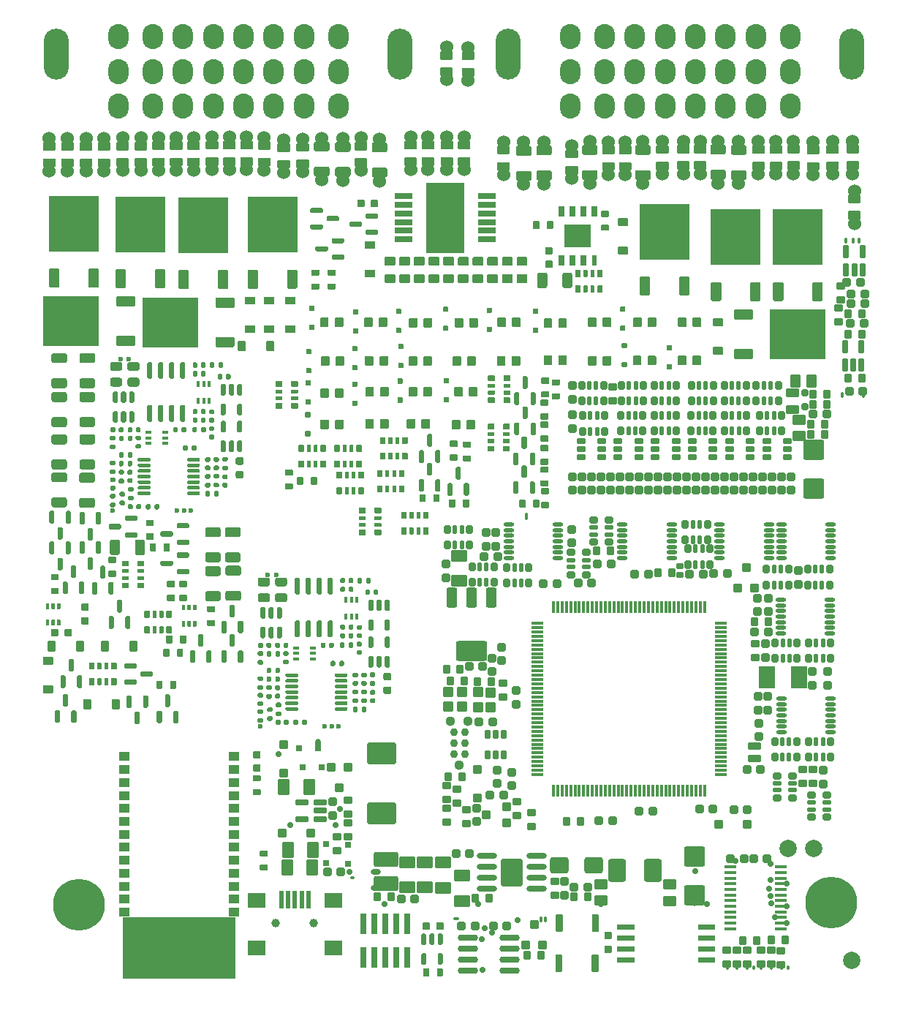
<source format=gts>
G75*
G70*
%OFA0B0*%
%FSLAX25Y25*%
%IPPOS*%
%LPD*%
%AMOC8*
5,1,8,0,0,1.08239X$1,22.5*
%
%AMM123*
21,1,0.076380,0.036220,-0.000000,0.000000,90.000000*
21,1,0.061810,0.050790,-0.000000,0.000000,90.000000*
1,1,0.014570,0.018110,0.030910*
1,1,0.014570,0.018110,-0.030910*
1,1,0.014570,-0.018110,-0.030910*
1,1,0.014570,-0.018110,0.030910*
%
%AMM124*
21,1,0.038980,0.026770,-0.000000,0.000000,270.000000*
21,1,0.026770,0.038980,-0.000000,0.000000,270.000000*
1,1,0.012210,-0.013390,-0.013390*
1,1,0.012210,-0.013390,0.013390*
1,1,0.012210,0.013390,0.013390*
1,1,0.012210,0.013390,-0.013390*
%
%AMM125*
21,1,0.040950,0.030320,-0.000000,0.000000,180.000000*
21,1,0.028350,0.042910,-0.000000,0.000000,180.000000*
1,1,0.012600,-0.014170,0.015160*
1,1,0.012600,0.014170,0.015160*
1,1,0.012600,0.014170,-0.015160*
1,1,0.012600,-0.014170,-0.015160*
%
%AMM126*
21,1,0.027170,0.052760,-0.000000,0.000000,90.000000*
21,1,0.017320,0.062600,-0.000000,0.000000,90.000000*
1,1,0.009840,0.026380,0.008660*
1,1,0.009840,0.026380,-0.008660*
1,1,0.009840,-0.026380,-0.008660*
1,1,0.009840,-0.026380,0.008660*
%
%AMM127*
21,1,0.100000,0.111020,-0.000000,0.000000,270.000000*
21,1,0.075590,0.135430,-0.000000,0.000000,270.000000*
1,1,0.024410,-0.055510,-0.037800*
1,1,0.024410,-0.055510,0.037800*
1,1,0.024410,0.055510,0.037800*
1,1,0.024410,0.055510,-0.037800*
%
%AMM128*
21,1,0.029130,0.018900,-0.000000,0.000000,0.000000*
21,1,0.018900,0.029130,-0.000000,0.000000,0.000000*
1,1,0.010240,0.009450,-0.009450*
1,1,0.010240,-0.009450,-0.009450*
1,1,0.010240,-0.009450,0.009450*
1,1,0.010240,0.009450,0.009450*
%
%AMM129*
21,1,0.041340,0.026770,-0.000000,0.000000,90.000000*
21,1,0.029130,0.038980,-0.000000,0.000000,90.000000*
1,1,0.012210,0.013390,0.014570*
1,1,0.012210,0.013390,-0.014570*
1,1,0.012210,-0.013390,-0.014570*
1,1,0.012210,-0.013390,0.014570*
%
%AMM130*
21,1,0.029130,0.018900,-0.000000,0.000000,270.000000*
21,1,0.018900,0.029130,-0.000000,0.000000,270.000000*
1,1,0.010240,-0.009450,-0.009450*
1,1,0.010240,-0.009450,0.009450*
1,1,0.010240,0.009450,0.009450*
1,1,0.010240,0.009450,-0.009450*
%
%AMM131*
21,1,0.033070,0.030710,-0.000000,0.000000,90.000000*
21,1,0.022050,0.041730,-0.000000,0.000000,90.000000*
1,1,0.011020,0.015350,0.011020*
1,1,0.011020,0.015350,-0.011020*
1,1,0.011020,-0.015350,-0.011020*
1,1,0.011020,-0.015350,0.011020*
%
%AMM132*
21,1,0.038980,0.026770,-0.000000,0.000000,180.000000*
21,1,0.026770,0.038980,-0.000000,0.000000,180.000000*
1,1,0.012210,-0.013390,0.013390*
1,1,0.012210,0.013390,0.013390*
1,1,0.012210,0.013390,-0.013390*
1,1,0.012210,-0.013390,-0.013390*
%
%AMM133*
21,1,0.041340,0.026770,-0.000000,0.000000,180.000000*
21,1,0.029130,0.038980,-0.000000,0.000000,180.000000*
1,1,0.012210,-0.014570,0.013390*
1,1,0.012210,0.014570,0.013390*
1,1,0.012210,0.014570,-0.013390*
1,1,0.012210,-0.014570,-0.013390*
%
%AMM147*
21,1,0.033070,0.030710,-0.000000,0.000000,270.000000*
21,1,0.022050,0.041730,-0.000000,0.000000,270.000000*
1,1,0.011020,-0.015350,-0.011020*
1,1,0.011020,-0.015350,0.011020*
1,1,0.011020,0.015350,0.011020*
1,1,0.011020,0.015350,-0.011020*
%
%AMM148*
21,1,0.038980,0.026770,-0.000000,0.000000,0.000000*
21,1,0.026770,0.038980,-0.000000,0.000000,0.000000*
1,1,0.012210,0.013390,-0.013390*
1,1,0.012210,-0.013390,-0.013390*
1,1,0.012210,-0.013390,0.013390*
1,1,0.012210,0.013390,0.013390*
%
%AMM165*
21,1,0.044880,0.049210,-0.000000,-0.000000,270.000000*
21,1,0.031500,0.062600,-0.000000,-0.000000,270.000000*
1,1,0.013390,-0.024610,-0.015750*
1,1,0.013390,-0.024610,0.015750*
1,1,0.013390,0.024610,0.015750*
1,1,0.013390,0.024610,-0.015750*
%
%AMM166*
21,1,0.111810,0.050390,-0.000000,-0.000000,180.000000*
21,1,0.093700,0.068500,-0.000000,-0.000000,180.000000*
1,1,0.018110,-0.046850,0.025200*
1,1,0.018110,0.046850,0.025200*
1,1,0.018110,0.046850,-0.025200*
1,1,0.018110,-0.046850,-0.025200*
%
%AMM167*
21,1,0.080320,0.083460,-0.000000,-0.000000,0.000000*
21,1,0.059840,0.103940,-0.000000,-0.000000,0.000000*
1,1,0.020470,0.029920,-0.041730*
1,1,0.020470,-0.029920,-0.041730*
1,1,0.020470,-0.029920,0.041730*
1,1,0.020470,0.029920,0.041730*
%
%AMM168*
21,1,0.033070,0.030710,-0.000000,-0.000000,0.000000*
21,1,0.022050,0.041730,-0.000000,-0.000000,0.000000*
1,1,0.011020,0.011020,-0.015350*
1,1,0.011020,-0.011020,-0.015350*
1,1,0.011020,-0.011020,0.015350*
1,1,0.011020,0.011020,0.015350*
%
%AMM169*
21,1,0.038980,0.026770,-0.000000,-0.000000,0.000000*
21,1,0.026770,0.038980,-0.000000,-0.000000,0.000000*
1,1,0.012210,0.013390,-0.013390*
1,1,0.012210,-0.013390,-0.013390*
1,1,0.012210,-0.013390,0.013390*
1,1,0.012210,0.013390,0.013390*
%
%AMM170*
21,1,0.038980,0.026770,-0.000000,-0.000000,90.000000*
21,1,0.026770,0.038980,-0.000000,-0.000000,90.000000*
1,1,0.012210,0.013390,0.013390*
1,1,0.012210,0.013390,-0.013390*
1,1,0.012210,-0.013390,-0.013390*
1,1,0.012210,-0.013390,0.013390*
%
%AMM171*
21,1,0.127560,0.075590,-0.000000,-0.000000,90.000000*
21,1,0.103150,0.100000,-0.000000,-0.000000,90.000000*
1,1,0.024410,0.037800,0.051580*
1,1,0.024410,0.037800,-0.051580*
1,1,0.024410,-0.037800,-0.051580*
1,1,0.024410,-0.037800,0.051580*
%
%AMM172*
21,1,0.084250,0.053540,-0.000000,-0.000000,0.000000*
21,1,0.065350,0.072440,-0.000000,-0.000000,0.000000*
1,1,0.018900,0.032680,-0.026770*
1,1,0.018900,-0.032680,-0.026770*
1,1,0.018900,-0.032680,0.026770*
1,1,0.018900,0.032680,0.026770*
%
%AMM173*
21,1,0.076380,0.036220,-0.000000,-0.000000,0.000000*
21,1,0.061810,0.050790,-0.000000,-0.000000,0.000000*
1,1,0.014570,0.030910,-0.018110*
1,1,0.014570,-0.030910,-0.018110*
1,1,0.014570,-0.030910,0.018110*
1,1,0.014570,0.030910,0.018110*
%
%AMM174*
21,1,0.092130,0.073230,-0.000000,-0.000000,270.000000*
21,1,0.069290,0.096060,-0.000000,-0.000000,270.000000*
1,1,0.022840,-0.036610,-0.034650*
1,1,0.022840,-0.036610,0.034650*
1,1,0.022840,0.036610,0.034650*
1,1,0.022840,0.036610,-0.034650*
%
%AMM175*
21,1,0.033070,0.030710,-0.000000,-0.000000,270.000000*
21,1,0.022050,0.041730,-0.000000,-0.000000,270.000000*
1,1,0.011020,-0.015350,-0.011020*
1,1,0.011020,-0.015350,0.011020*
1,1,0.011020,0.015350,0.011020*
1,1,0.011020,0.015350,-0.011020*
%
%AMM205*
21,1,0.040950,0.050000,-0.000000,-0.000000,90.000000*
21,1,0.028350,0.062600,-0.000000,-0.000000,90.000000*
1,1,0.012600,0.025000,0.014170*
1,1,0.012600,0.025000,-0.014170*
1,1,0.012600,-0.025000,-0.014170*
1,1,0.012600,-0.025000,0.014170*
%
%AMM206*
21,1,0.092130,0.073230,-0.000000,-0.000000,90.000000*
21,1,0.069290,0.096060,-0.000000,-0.000000,90.000000*
1,1,0.022840,0.036610,0.034650*
1,1,0.022840,0.036610,-0.034650*
1,1,0.022840,-0.036610,-0.034650*
1,1,0.022840,-0.036610,0.034650*
%
%AMM207*
21,1,0.044880,0.049210,-0.000000,-0.000000,0.000000*
21,1,0.031500,0.062600,-0.000000,-0.000000,0.000000*
1,1,0.013390,0.015750,-0.024610*
1,1,0.013390,-0.015750,-0.024610*
1,1,0.013390,-0.015750,0.024610*
1,1,0.013390,0.015750,0.024610*
%
%AMM208*
21,1,0.029130,0.030710,-0.000000,-0.000000,270.000000*
21,1,0.018900,0.040950,-0.000000,-0.000000,270.000000*
1,1,0.010240,-0.015350,-0.009450*
1,1,0.010240,-0.015350,0.009450*
1,1,0.010240,0.015350,0.009450*
1,1,0.010240,0.015350,-0.009450*
%
%AMM209*
21,1,0.031100,0.026380,-0.000000,-0.000000,180.000000*
21,1,0.020470,0.037010,-0.000000,-0.000000,180.000000*
1,1,0.010630,-0.010240,0.013190*
1,1,0.010630,0.010240,0.013190*
1,1,0.010630,0.010240,-0.013190*
1,1,0.010630,-0.010240,-0.013190*
%
%AMM21*
21,1,0.033070,0.030710,0.000000,0.000000,0.000000*
21,1,0.022050,0.041730,0.000000,0.000000,0.000000*
1,1,0.011020,0.011020,-0.015350*
1,1,0.011020,-0.011020,-0.015350*
1,1,0.011020,-0.011020,0.015350*
1,1,0.011020,0.011020,0.015350*
%
%AMM210*
21,1,0.023230,0.027950,-0.000000,-0.000000,180.000000*
21,1,0.014170,0.037010,-0.000000,-0.000000,180.000000*
1,1,0.009060,-0.007090,0.013980*
1,1,0.009060,0.007090,0.013980*
1,1,0.009060,0.007090,-0.013980*
1,1,0.009060,-0.007090,-0.013980*
%
%AMM211*
21,1,0.033070,0.030710,-0.000000,-0.000000,180.000000*
21,1,0.022050,0.041730,-0.000000,-0.000000,180.000000*
1,1,0.011020,-0.011020,0.015350*
1,1,0.011020,0.011020,0.015350*
1,1,0.011020,0.011020,-0.015350*
1,1,0.011020,-0.011020,-0.015350*
%
%AMM241*
21,1,0.033070,0.030710,-0.000000,0.000000,0.000000*
21,1,0.022050,0.041730,-0.000000,0.000000,0.000000*
1,1,0.011020,0.011020,-0.015350*
1,1,0.011020,-0.011020,-0.015350*
1,1,0.011020,-0.011020,0.015350*
1,1,0.011020,0.011020,0.015350*
%
%AMM286*
21,1,0.076380,0.036220,-0.000000,-0.000000,180.000000*
21,1,0.061810,0.050790,-0.000000,-0.000000,180.000000*
1,1,0.014570,-0.030910,0.018110*
1,1,0.014570,0.030910,0.018110*
1,1,0.014570,0.030910,-0.018110*
1,1,0.014570,-0.030910,-0.018110*
%
%AMM287*
21,1,0.033070,0.030710,-0.000000,-0.000000,90.000000*
21,1,0.022050,0.041730,-0.000000,-0.000000,90.000000*
1,1,0.011020,0.015350,0.011020*
1,1,0.011020,0.015350,-0.011020*
1,1,0.011020,-0.015350,-0.011020*
1,1,0.011020,-0.015350,0.011020*
%
%AMM288*
21,1,0.038980,0.026770,-0.000000,-0.000000,270.000000*
21,1,0.026770,0.038980,-0.000000,-0.000000,270.000000*
1,1,0.012210,-0.013390,-0.013390*
1,1,0.012210,-0.013390,0.013390*
1,1,0.012210,0.013390,0.013390*
1,1,0.012210,0.013390,-0.013390*
%
%AMM289*
21,1,0.015350,0.017720,-0.000000,-0.000000,0.000000*
21,1,0.000000,0.033070,-0.000000,-0.000000,0.000000*
1,1,0.015350,-0.000000,-0.008860*
1,1,0.015350,-0.000000,-0.008860*
1,1,0.015350,-0.000000,0.008860*
1,1,0.015350,-0.000000,0.008860*
%
%AMM290*
21,1,0.029130,0.030710,-0.000000,-0.000000,0.000000*
21,1,0.018900,0.040950,-0.000000,-0.000000,0.000000*
1,1,0.010240,0.009450,-0.015350*
1,1,0.010240,-0.009450,-0.015350*
1,1,0.010240,-0.009450,0.015350*
1,1,0.010240,0.009450,0.015350*
%
%AMM291*
21,1,0.033070,0.018900,-0.000000,-0.000000,0.000000*
21,1,0.022840,0.029130,-0.000000,-0.000000,0.000000*
1,1,0.010240,0.011420,-0.009450*
1,1,0.010240,-0.011420,-0.009450*
1,1,0.010240,-0.011420,0.009450*
1,1,0.010240,0.011420,0.009450*
%
%AMM292*
21,1,0.143310,0.067720,-0.000000,-0.000000,180.000000*
21,1,0.120870,0.090160,-0.000000,-0.000000,180.000000*
1,1,0.022440,-0.060430,0.033860*
1,1,0.022440,0.060430,0.033860*
1,1,0.022440,0.060430,-0.033860*
1,1,0.022440,-0.060430,-0.033860*
%
%AMM293*
21,1,0.048820,0.075980,-0.000000,-0.000000,180.000000*
21,1,0.034650,0.090160,-0.000000,-0.000000,180.000000*
1,1,0.014170,-0.017320,0.037990*
1,1,0.014170,0.017320,0.037990*
1,1,0.014170,0.017320,-0.037990*
1,1,0.014170,-0.017320,-0.037990*
%
%AMM294*
21,1,0.048820,0.075990,-0.000000,-0.000000,180.000000*
21,1,0.034650,0.090160,-0.000000,-0.000000,180.000000*
1,1,0.014170,-0.017320,0.037990*
1,1,0.014170,0.017320,0.037990*
1,1,0.014170,0.017320,-0.037990*
1,1,0.014170,-0.017320,-0.037990*
%
%AMM295*
21,1,0.044880,0.035430,-0.000000,-0.000000,90.000000*
21,1,0.031500,0.048820,-0.000000,-0.000000,90.000000*
1,1,0.013390,0.017720,0.015750*
1,1,0.013390,0.017720,-0.015750*
1,1,0.013390,-0.017720,-0.015750*
1,1,0.013390,-0.017720,0.015750*
%
%AMM296*
21,1,0.040950,0.030320,-0.000000,-0.000000,90.000000*
21,1,0.028350,0.042910,-0.000000,-0.000000,90.000000*
1,1,0.012600,0.015160,0.014170*
1,1,0.012600,0.015160,-0.014170*
1,1,0.012600,-0.015160,-0.014170*
1,1,0.012600,-0.015160,0.014170*
%
%AMM297*
21,1,0.041340,0.026770,-0.000000,-0.000000,90.000000*
21,1,0.029130,0.038980,-0.000000,-0.000000,90.000000*
1,1,0.012210,0.013390,0.014570*
1,1,0.012210,0.013390,-0.014570*
1,1,0.012210,-0.013390,-0.014570*
1,1,0.012210,-0.013390,0.014570*
%
%AMM298*
21,1,0.040950,0.030320,-0.000000,-0.000000,0.000000*
21,1,0.028350,0.042910,-0.000000,-0.000000,0.000000*
1,1,0.012600,0.014170,-0.015160*
1,1,0.012600,-0.014170,-0.015160*
1,1,0.012600,-0.014170,0.015160*
1,1,0.012600,0.014170,0.015160*
%
%AMM299*
21,1,0.031100,0.026380,-0.000000,-0.000000,90.000000*
21,1,0.020470,0.037010,-0.000000,-0.000000,90.000000*
1,1,0.010630,0.013190,0.010240*
1,1,0.010630,0.013190,-0.010240*
1,1,0.010630,-0.013190,-0.010240*
1,1,0.010630,-0.013190,0.010240*
%
%AMM300*
21,1,0.023230,0.027950,-0.000000,-0.000000,90.000000*
21,1,0.014170,0.037010,-0.000000,-0.000000,90.000000*
1,1,0.009060,0.013980,0.007090*
1,1,0.009060,0.013980,-0.007090*
1,1,0.009060,-0.013980,-0.007090*
1,1,0.009060,-0.013980,0.007090*
%
%AMM301*
21,1,0.033070,0.049610,-0.000000,-0.000000,90.000000*
21,1,0.022050,0.060630,-0.000000,-0.000000,90.000000*
1,1,0.011020,0.024800,0.011020*
1,1,0.011020,0.024800,-0.011020*
1,1,0.011020,-0.024800,-0.011020*
1,1,0.011020,-0.024800,0.011020*
%
%AMM302*
21,1,0.041340,0.026770,-0.000000,-0.000000,0.000000*
21,1,0.029130,0.038980,-0.000000,-0.000000,0.000000*
1,1,0.012210,0.014570,-0.013390*
1,1,0.012210,-0.014570,-0.013390*
1,1,0.012210,-0.014570,0.013390*
1,1,0.012210,0.014570,0.013390*
%
%AMM309*
21,1,0.038980,0.026770,-0.000000,-0.000000,180.000000*
21,1,0.026770,0.038980,-0.000000,-0.000000,180.000000*
1,1,0.012210,-0.013390,0.013390*
1,1,0.012210,0.013390,0.013390*
1,1,0.012210,0.013390,-0.013390*
1,1,0.012210,-0.013390,-0.013390*
%
%AMM311*
21,1,0.027170,0.052760,-0.000000,0.000000,0.000000*
21,1,0.017320,0.062600,-0.000000,0.000000,0.000000*
1,1,0.009840,0.008660,-0.026380*
1,1,0.009840,-0.008660,-0.026380*
1,1,0.009840,-0.008660,0.026380*
1,1,0.009840,0.008660,0.026380*
%
%AMM47*
21,1,0.038980,0.026770,0.000000,0.000000,0.000000*
21,1,0.026770,0.038980,0.000000,0.000000,0.000000*
1,1,0.012210,0.013390,-0.013390*
1,1,0.012210,-0.013390,-0.013390*
1,1,0.012210,-0.013390,0.013390*
1,1,0.012210,0.013390,0.013390*
%
%AMM48*
21,1,0.033070,0.030710,0.000000,0.000000,270.000000*
21,1,0.022050,0.041730,0.000000,0.000000,270.000000*
1,1,0.011020,-0.015350,-0.011020*
1,1,0.011020,-0.015350,0.011020*
1,1,0.011020,0.015350,0.011020*
1,1,0.011020,0.015350,-0.011020*
%
%ADD112O,0.04488X0.02520*%
%ADD118M21*%
%ADD12O,0.00787X0.01575*%
%ADD121C,0.02913*%
%ADD13C,0.02362*%
%ADD14C,0.06000*%
%ADD141O,0.09213X0.02520*%
%ADD147O,0.02520X0.04488*%
%ADD148R,0.02559X0.01575*%
%ADD15C,0.23622*%
%ADD155R,0.01575X0.02559*%
%ADD16C,0.07874*%
%ADD162O,0.01339X0.02126*%
%ADD163O,0.05512X0.01535*%
%ADD164M47*%
%ADD165M48*%
%ADD17R,0.22835X0.25197*%
%ADD178C,0.03701*%
%ADD20R,0.01969X0.07874*%
%ADD21R,0.07874X0.06693*%
%ADD22R,0.25197X0.22835*%
%ADD220O,0.05669X0.01417*%
%ADD221O,0.01417X0.05669*%
%ADD226O,0.04882X0.01732*%
%ADD229R,0.07244X0.10000*%
%ADD23R,0.07874X0.02559*%
%ADD234C,0.03651*%
%ADD237C,0.04451*%
%ADD24R,0.17717X0.31890*%
%ADD245O,0.02520X0.01535*%
%ADD246O,0.01535X0.02520*%
%ADD247O,0.09213X0.02913*%
%ADD25O,0.00984X0.01969*%
%ADD265M123*%
%ADD266M124*%
%ADD267M125*%
%ADD268M126*%
%ADD269O,0.02520X0.01339*%
%ADD270M127*%
%ADD271M128*%
%ADD272M129*%
%ADD273M130*%
%ADD274M131*%
%ADD275M132*%
%ADD276M133*%
%ADD28O,0.01969X0.00984*%
%ADD297M147*%
%ADD298M148*%
%ADD31O,0.01969X0.03937*%
%ADD316M165*%
%ADD317M166*%
%ADD318M167*%
%ADD319M168*%
%ADD320M169*%
%ADD321M170*%
%ADD322M171*%
%ADD323M172*%
%ADD324M173*%
%ADD325M174*%
%ADD326M175*%
%ADD356M205*%
%ADD357M206*%
%ADD358M207*%
%ADD359M208*%
%ADD360M209*%
%ADD361M210*%
%ADD362M211*%
%ADD37O,0.01969X0.00787*%
%ADD394M241*%
%ADD441M286*%
%ADD442M287*%
%ADD443M288*%
%ADD444M289*%
%ADD445M290*%
%ADD446M291*%
%ADD447M292*%
%ADD448M293*%
%ADD449M294*%
%ADD45R,0.02559X0.05157*%
%ADD450M295*%
%ADD451M296*%
%ADD452M297*%
%ADD453M298*%
%ADD454M299*%
%ADD455M300*%
%ADD456M301*%
%ADD457M302*%
%ADD46R,0.02362X0.05157*%
%ADD47R,0.05906X0.05217*%
%ADD470M309*%
%ADD472M311*%
%ADD48R,0.05118X0.03937*%
%ADD52O,0.03937X0.01969*%
%ADD56R,0.02913X0.09449*%
%ADD57C,0.03937*%
%ADD69C,0.00472*%
%ADD70O,0.11417X0.23228*%
%ADD71O,0.09449X0.11417*%
X0000000Y0000000D02*
%LPD*%
G01*
D69*
X0038780Y0000787D02*
X0038780Y0028346D01*
X0038780Y0028346D02*
X0089961Y0028346D01*
X0089961Y0028346D02*
X0089961Y0000787D01*
X0089961Y0000787D02*
X0038780Y0000787D01*
G36*
X0089961Y0000787D02*
G01*
X0038780Y0000787D01*
X0038780Y0028346D01*
X0089961Y0028346D01*
X0089961Y0000787D01*
G37*
X0089961Y0000787D02*
X0038780Y0000787D01*
X0038780Y0028346D01*
X0089961Y0028346D01*
X0089961Y0000787D01*
D12*
X0342145Y0005415D03*
X0339153Y0005415D03*
X0334527Y0005415D03*
X0329901Y0005415D03*
X0326594Y0005415D03*
X0323641Y0005415D03*
X0319015Y0005415D03*
X0314389Y0005415D03*
D13*
X0334232Y0045177D03*
X0341456Y0043504D03*
X0333385Y0041339D03*
X0334232Y0037894D03*
X0334527Y0034547D03*
X0341456Y0033268D03*
X0336299Y0028150D03*
X0341456Y0025591D03*
X0318129Y0053839D03*
X0334173Y0052657D03*
G36*
G01*
X0098858Y0294508D02*
X0094843Y0294508D01*
G75*
G02*
X0094488Y0294862I0000000J0000354D01*
G01*
X0094488Y0297697D01*
G75*
G02*
X0094843Y0298051I0000354J0000000D01*
G01*
X0098858Y0298051D01*
G75*
G02*
X0099213Y0297697I0000000J-000354D01*
G01*
X0099213Y0294862D01*
G75*
G02*
X0098858Y0294508I-000354J0000000D01*
G01*
G37*
G36*
G01*
X0098858Y0307500D02*
X0094843Y0307500D01*
G75*
G02*
X0094488Y0307854I0000000J0000354D01*
G01*
X0094488Y0310689D01*
G75*
G02*
X0094843Y0311043I0000354J0000000D01*
G01*
X0098858Y0311043D01*
G75*
G02*
X0099213Y0310689I0000000J-000354D01*
G01*
X0099213Y0307854D01*
G75*
G02*
X0098858Y0307500I-000354J0000000D01*
G01*
G37*
G36*
G01*
X0304626Y0368898D02*
X0299705Y0368898D01*
G75*
G02*
X0299311Y0369291I0000000J0000394D01*
G01*
X0299311Y0372441D01*
G75*
G02*
X0299705Y0372835I0000394J0000000D01*
G01*
X0304626Y0372835D01*
G75*
G02*
X0305020Y0372441I0000000J-000394D01*
G01*
X0305020Y0369291D01*
G75*
G02*
X0304626Y0368898I-000394J0000000D01*
G01*
G37*
D14*
X0302165Y0367106D03*
G36*
G01*
X0304626Y0376378D02*
X0299705Y0376378D01*
G75*
G02*
X0299311Y0376772I0000000J0000394D01*
G01*
X0299311Y0379921D01*
G75*
G02*
X0299705Y0380315I0000394J0000000D01*
G01*
X0304626Y0380315D01*
G75*
G02*
X0305020Y0379921I0000000J-000394D01*
G01*
X0305020Y0376772D01*
G75*
G02*
X0304626Y0376378I-000394J0000000D01*
G01*
G37*
X0302165Y0382106D03*
G36*
G01*
X0049646Y0209449D02*
X0052717Y0209449D01*
G75*
G02*
X0052992Y0209173I0000000J-000276D01*
G01*
X0052992Y0206969D01*
G75*
G02*
X0052717Y0206693I-000276J0000000D01*
G01*
X0049646Y0206693D01*
G75*
G02*
X0049370Y0206969I0000000J0000276D01*
G01*
X0049370Y0209173D01*
G75*
G02*
X0049646Y0209449I0000276J0000000D01*
G01*
G37*
G36*
G01*
X0049646Y0203150D02*
X0052717Y0203150D01*
G75*
G02*
X0052992Y0202874I0000000J-000276D01*
G01*
X0052992Y0200669D01*
G75*
G02*
X0052717Y0200394I-000276J0000000D01*
G01*
X0049646Y0200394D01*
G75*
G02*
X0049370Y0200669I0000000J0000276D01*
G01*
X0049370Y0202874D01*
G75*
G02*
X0049646Y0203150I0000276J0000000D01*
G01*
G37*
G36*
G01*
X0101614Y0058661D02*
X0104685Y0058661D01*
G75*
G02*
X0104961Y0058386I0000000J-000276D01*
G01*
X0104961Y0056181D01*
G75*
G02*
X0104685Y0055906I-000276J0000000D01*
G01*
X0101614Y0055906D01*
G75*
G02*
X0101339Y0056181I0000000J0000276D01*
G01*
X0101339Y0058386D01*
G75*
G02*
X0101614Y0058661I0000276J0000000D01*
G01*
G37*
G36*
G01*
X0101614Y0052362D02*
X0104685Y0052362D01*
G75*
G02*
X0104961Y0052087I0000000J-000276D01*
G01*
X0104961Y0049882D01*
G75*
G02*
X0104685Y0049606I-000276J0000000D01*
G01*
X0101614Y0049606D01*
G75*
G02*
X0101339Y0049882I0000000J0000276D01*
G01*
X0101339Y0052087D01*
G75*
G02*
X0101614Y0052362I0000276J0000000D01*
G01*
G37*
G36*
G01*
X0136220Y0221319D02*
X0136220Y0223957D01*
G75*
G02*
X0136476Y0224213I0000256J0000000D01*
G01*
X0138524Y0224213D01*
G75*
G02*
X0138780Y0223957I0000000J-000256D01*
G01*
X0138780Y0221319D01*
G75*
G02*
X0138524Y0221063I-000256J0000000D01*
G01*
X0136476Y0221063D01*
G75*
G02*
X0136220Y0221319I0000000J0000256D01*
G01*
G37*
G36*
G01*
X0140059Y0221240D02*
X0140059Y0224035D01*
G75*
G02*
X0140236Y0224213I0000177J0000000D01*
G01*
X0141654Y0224213D01*
G75*
G02*
X0141831Y0224035I0000000J-000177D01*
G01*
X0141831Y0221240D01*
G75*
G02*
X0141654Y0221063I-000177J0000000D01*
G01*
X0140236Y0221063D01*
G75*
G02*
X0140059Y0221240I0000000J0000177D01*
G01*
G37*
G36*
G01*
X0143209Y0221240D02*
X0143209Y0224035D01*
G75*
G02*
X0143386Y0224213I0000177J0000000D01*
G01*
X0144803Y0224213D01*
G75*
G02*
X0144980Y0224035I0000000J-000177D01*
G01*
X0144980Y0221240D01*
G75*
G02*
X0144803Y0221063I-000177J0000000D01*
G01*
X0143386Y0221063D01*
G75*
G02*
X0143209Y0221240I0000000J0000177D01*
G01*
G37*
G36*
G01*
X0146260Y0221319D02*
X0146260Y0223957D01*
G75*
G02*
X0146516Y0224213I0000256J0000000D01*
G01*
X0148563Y0224213D01*
G75*
G02*
X0148819Y0223957I0000000J-000256D01*
G01*
X0148819Y0221319D01*
G75*
G02*
X0148563Y0221063I-000256J0000000D01*
G01*
X0146516Y0221063D01*
G75*
G02*
X0146260Y0221319I0000000J0000256D01*
G01*
G37*
G36*
G01*
X0146260Y0228406D02*
X0146260Y0231043D01*
G75*
G02*
X0146516Y0231299I0000256J0000000D01*
G01*
X0148563Y0231299D01*
G75*
G02*
X0148819Y0231043I0000000J-000256D01*
G01*
X0148819Y0228406D01*
G75*
G02*
X0148563Y0228150I-000256J0000000D01*
G01*
X0146516Y0228150D01*
G75*
G02*
X0146260Y0228406I0000000J0000256D01*
G01*
G37*
G36*
G01*
X0143209Y0228327D02*
X0143209Y0231122D01*
G75*
G02*
X0143386Y0231299I0000177J0000000D01*
G01*
X0144803Y0231299D01*
G75*
G02*
X0144980Y0231122I0000000J-000177D01*
G01*
X0144980Y0228327D01*
G75*
G02*
X0144803Y0228150I-000177J0000000D01*
G01*
X0143386Y0228150D01*
G75*
G02*
X0143209Y0228327I0000000J0000177D01*
G01*
G37*
G36*
G01*
X0140059Y0228327D02*
X0140059Y0231122D01*
G75*
G02*
X0140236Y0231299I0000177J0000000D01*
G01*
X0141654Y0231299D01*
G75*
G02*
X0141831Y0231122I0000000J-000177D01*
G01*
X0141831Y0228327D01*
G75*
G02*
X0141654Y0228150I-000177J0000000D01*
G01*
X0140236Y0228150D01*
G75*
G02*
X0140059Y0228327I0000000J0000177D01*
G01*
G37*
G36*
G01*
X0136220Y0228406D02*
X0136220Y0231043D01*
G75*
G02*
X0136476Y0231299I0000256J0000000D01*
G01*
X0138524Y0231299D01*
G75*
G02*
X0138780Y0231043I0000000J-000256D01*
G01*
X0138780Y0228406D01*
G75*
G02*
X0138524Y0228150I-000256J0000000D01*
G01*
X0136476Y0228150D01*
G75*
G02*
X0136220Y0228406I0000000J0000256D01*
G01*
G37*
G36*
G01*
X0199409Y0254528D02*
X0199409Y0250984D01*
G75*
G02*
X0199016Y0250591I-000394J0000000D01*
G01*
X0195866Y0250591D01*
G75*
G02*
X0195472Y0250984I0000000J0000394D01*
G01*
X0195472Y0254528D01*
G75*
G02*
X0195866Y0254921I0000394J0000000D01*
G01*
X0199016Y0254921D01*
G75*
G02*
X0199409Y0254528I0000000J-000394D01*
G01*
G37*
G36*
G01*
X0192717Y0254528D02*
X0192717Y0250984D01*
G75*
G02*
X0192323Y0250591I-000394J0000000D01*
G01*
X0189173Y0250591D01*
G75*
G02*
X0188780Y0250984I0000000J0000394D01*
G01*
X0188780Y0254528D01*
G75*
G02*
X0189173Y0254921I0000394J0000000D01*
G01*
X0192323Y0254921D01*
G75*
G02*
X0192717Y0254528I0000000J-000394D01*
G01*
G37*
G36*
G01*
X0215295Y0262598D02*
X0212657Y0262598D01*
G75*
G02*
X0212402Y0262854I0000000J0000256D01*
G01*
X0212402Y0264902D01*
G75*
G02*
X0212657Y0265157I0000256J0000000D01*
G01*
X0215295Y0265157D01*
G75*
G02*
X0215551Y0264902I0000000J-000256D01*
G01*
X0215551Y0262854D01*
G75*
G02*
X0215295Y0262598I-000256J0000000D01*
G01*
G37*
G36*
G01*
X0215374Y0266437D02*
X0212579Y0266437D01*
G75*
G02*
X0212402Y0266614I0000000J0000177D01*
G01*
X0212402Y0268031D01*
G75*
G02*
X0212579Y0268209I0000177J0000000D01*
G01*
X0215374Y0268209D01*
G75*
G02*
X0215551Y0268031I0000000J-000177D01*
G01*
X0215551Y0266614D01*
G75*
G02*
X0215374Y0266437I-000177J0000000D01*
G01*
G37*
G36*
G01*
X0215374Y0269587D02*
X0212579Y0269587D01*
G75*
G02*
X0212402Y0269764I0000000J0000177D01*
G01*
X0212402Y0271181D01*
G75*
G02*
X0212579Y0271358I0000177J0000000D01*
G01*
X0215374Y0271358D01*
G75*
G02*
X0215551Y0271181I0000000J-000177D01*
G01*
X0215551Y0269764D01*
G75*
G02*
X0215374Y0269587I-000177J0000000D01*
G01*
G37*
G36*
G01*
X0215295Y0272638D02*
X0212657Y0272638D01*
G75*
G02*
X0212402Y0272894I0000000J0000256D01*
G01*
X0212402Y0274941D01*
G75*
G02*
X0212657Y0275197I0000256J0000000D01*
G01*
X0215295Y0275197D01*
G75*
G02*
X0215551Y0274941I0000000J-000256D01*
G01*
X0215551Y0272894D01*
G75*
G02*
X0215295Y0272638I-000256J0000000D01*
G01*
G37*
G36*
G01*
X0208209Y0272638D02*
X0205571Y0272638D01*
G75*
G02*
X0205315Y0272894I0000000J0000256D01*
G01*
X0205315Y0274941D01*
G75*
G02*
X0205571Y0275197I0000256J0000000D01*
G01*
X0208209Y0275197D01*
G75*
G02*
X0208465Y0274941I0000000J-000256D01*
G01*
X0208465Y0272894D01*
G75*
G02*
X0208209Y0272638I-000256J0000000D01*
G01*
G37*
G36*
G01*
X0208287Y0269587D02*
X0205492Y0269587D01*
G75*
G02*
X0205315Y0269764I0000000J0000177D01*
G01*
X0205315Y0271181D01*
G75*
G02*
X0205492Y0271358I0000177J0000000D01*
G01*
X0208287Y0271358D01*
G75*
G02*
X0208465Y0271181I0000000J-000177D01*
G01*
X0208465Y0269764D01*
G75*
G02*
X0208287Y0269587I-000177J0000000D01*
G01*
G37*
G36*
G01*
X0208287Y0266437D02*
X0205492Y0266437D01*
G75*
G02*
X0205315Y0266614I0000000J0000177D01*
G01*
X0205315Y0268031D01*
G75*
G02*
X0205492Y0268209I0000177J0000000D01*
G01*
X0208287Y0268209D01*
G75*
G02*
X0208465Y0268031I0000000J-000177D01*
G01*
X0208465Y0266614D01*
G75*
G02*
X0208287Y0266437I-000177J0000000D01*
G01*
G37*
G36*
G01*
X0208209Y0262598D02*
X0205571Y0262598D01*
G75*
G02*
X0205315Y0262854I0000000J0000256D01*
G01*
X0205315Y0264902D01*
G75*
G02*
X0205571Y0265157I0000256J0000000D01*
G01*
X0208209Y0265157D01*
G75*
G02*
X0208465Y0264902I0000000J-000256D01*
G01*
X0208465Y0262854D01*
G75*
G02*
X0208209Y0262598I-000256J0000000D01*
G01*
G37*
G36*
G01*
X0265551Y0295715D02*
X0265551Y0297604D01*
G75*
G02*
X0265787Y0297841I0000236J0000000D01*
G01*
X0267677Y0297841D01*
G75*
G02*
X0267913Y0297604I0000000J-000236D01*
G01*
X0267913Y0295715D01*
G75*
G02*
X0267677Y0295478I-000236J0000000D01*
G01*
X0265787Y0295478D01*
G75*
G02*
X0265551Y0295715I0000000J0000236D01*
G01*
G37*
G36*
G01*
X0265551Y0304376D02*
X0265551Y0306266D01*
G75*
G02*
X0265787Y0306502I0000236J0000000D01*
G01*
X0267677Y0306502D01*
G75*
G02*
X0267913Y0306266I0000000J-000236D01*
G01*
X0267913Y0304376D01*
G75*
G02*
X0267677Y0304140I-000236J0000000D01*
G01*
X0265787Y0304140D01*
G75*
G02*
X0265551Y0304376I0000000J0000236D01*
G01*
G37*
G36*
G01*
X0098661Y0104075D02*
X0101339Y0104075D01*
G75*
G02*
X0101673Y0103740I0000000J-000335D01*
G01*
X0101673Y0101063D01*
G75*
G02*
X0101339Y0100728I-000335J0000000D01*
G01*
X0098661Y0100728D01*
G75*
G02*
X0098327Y0101063I0000000J0000335D01*
G01*
X0098327Y0103740D01*
G75*
G02*
X0098661Y0104075I0000335J0000000D01*
G01*
G37*
G36*
G01*
X0098661Y0097854D02*
X0101339Y0097854D01*
G75*
G02*
X0101673Y0097520I0000000J-000335D01*
G01*
X0101673Y0094843D01*
G75*
G02*
X0101339Y0094508I-000335J0000000D01*
G01*
X0098661Y0094508D01*
G75*
G02*
X0098327Y0094843I0000000J0000335D01*
G01*
X0098327Y0097520D01*
G75*
G02*
X0098661Y0097854I0000335J0000000D01*
G01*
G37*
G36*
G01*
X0124606Y0272795D02*
X0124606Y0270906D01*
G75*
G02*
X0124370Y0270669I-000236J0000000D01*
G01*
X0122480Y0270669D01*
G75*
G02*
X0122244Y0270906I0000000J0000236D01*
G01*
X0122244Y0272795D01*
G75*
G02*
X0122480Y0273031I0000236J0000000D01*
G01*
X0124370Y0273031D01*
G75*
G02*
X0124606Y0272795I0000000J-000236D01*
G01*
G37*
G36*
G01*
X0124606Y0264134D02*
X0124606Y0262244D01*
G75*
G02*
X0124370Y0262008I-000236J0000000D01*
G01*
X0122480Y0262008D01*
G75*
G02*
X0122244Y0262244I0000000J0000236D01*
G01*
X0122244Y0264134D01*
G75*
G02*
X0122480Y0264370I0000236J0000000D01*
G01*
X0124370Y0264370D01*
G75*
G02*
X0124606Y0264134I0000000J-000236D01*
G01*
G37*
G36*
G01*
X0229567Y0243504D02*
X0232638Y0243504D01*
G75*
G02*
X0232913Y0243228I0000000J-000276D01*
G01*
X0232913Y0241024D01*
G75*
G02*
X0232638Y0240748I-000276J0000000D01*
G01*
X0229567Y0240748D01*
G75*
G02*
X0229291Y0241024I0000000J0000276D01*
G01*
X0229291Y0243228D01*
G75*
G02*
X0229567Y0243504I0000276J0000000D01*
G01*
G37*
G36*
G01*
X0229567Y0237205D02*
X0232638Y0237205D01*
G75*
G02*
X0232913Y0236929I0000000J-000276D01*
G01*
X0232913Y0234724D01*
G75*
G02*
X0232638Y0234449I-000276J0000000D01*
G01*
X0229567Y0234449D01*
G75*
G02*
X0229291Y0234724I0000000J0000276D01*
G01*
X0229291Y0236929D01*
G75*
G02*
X0229567Y0237205I0000276J0000000D01*
G01*
G37*
G36*
G01*
X0067717Y0156457D02*
X0067717Y0153386D01*
G75*
G02*
X0067441Y0153110I-000276J0000000D01*
G01*
X0065236Y0153110D01*
G75*
G02*
X0064961Y0153386I0000000J0000276D01*
G01*
X0064961Y0156457D01*
G75*
G02*
X0065236Y0156732I0000276J0000000D01*
G01*
X0067441Y0156732D01*
G75*
G02*
X0067717Y0156457I0000000J-000276D01*
G01*
G37*
G36*
G01*
X0061417Y0156457D02*
X0061417Y0153386D01*
G75*
G02*
X0061142Y0153110I-000276J0000000D01*
G01*
X0058937Y0153110D01*
G75*
G02*
X0058661Y0153386I0000000J0000276D01*
G01*
X0058661Y0156457D01*
G75*
G02*
X0058937Y0156732I0000276J0000000D01*
G01*
X0061142Y0156732D01*
G75*
G02*
X0061417Y0156457I0000000J-000276D01*
G01*
G37*
G36*
G01*
X0132520Y0323425D02*
X0135591Y0323425D01*
G75*
G02*
X0135866Y0323150I0000000J-000276D01*
G01*
X0135866Y0320945D01*
G75*
G02*
X0135591Y0320669I-000276J0000000D01*
G01*
X0132520Y0320669D01*
G75*
G02*
X0132244Y0320945I0000000J0000276D01*
G01*
X0132244Y0323150D01*
G75*
G02*
X0132520Y0323425I0000276J0000000D01*
G01*
G37*
G36*
G01*
X0132520Y0317126D02*
X0135591Y0317126D01*
G75*
G02*
X0135866Y0316850I0000000J-000276D01*
G01*
X0135866Y0314646D01*
G75*
G02*
X0135591Y0314370I-000276J0000000D01*
G01*
X0132520Y0314370D01*
G75*
G02*
X0132244Y0314646I0000000J0000276D01*
G01*
X0132244Y0316850D01*
G75*
G02*
X0132520Y0317126I0000276J0000000D01*
G01*
G37*
D15*
X0018909Y0033933D03*
G36*
G01*
X0160039Y0254921D02*
X0160039Y0251378D01*
G75*
G02*
X0159646Y0250984I-000394J0000000D01*
G01*
X0156496Y0250984D01*
G75*
G02*
X0156102Y0251378I0000000J0000394D01*
G01*
X0156102Y0254921D01*
G75*
G02*
X0156496Y0255315I0000394J0000000D01*
G01*
X0159646Y0255315D01*
G75*
G02*
X0160039Y0254921I0000000J-000394D01*
G01*
G37*
G36*
G01*
X0153346Y0254921D02*
X0153346Y0251378D01*
G75*
G02*
X0152953Y0250984I-000394J0000000D01*
G01*
X0149803Y0250984D01*
G75*
G02*
X0149409Y0251378I0000000J0000394D01*
G01*
X0149409Y0254921D01*
G75*
G02*
X0149803Y0255315I0000394J0000000D01*
G01*
X0152953Y0255315D01*
G75*
G02*
X0153346Y0254921I0000000J-000394D01*
G01*
G37*
D14*
X0177953Y0383878D03*
G36*
G01*
X0175492Y0382087D02*
X0180413Y0382087D01*
G75*
G02*
X0180807Y0381693I0000000J-000394D01*
G01*
X0180807Y0378543D01*
G75*
G02*
X0180413Y0378150I-000394J0000000D01*
G01*
X0175492Y0378150D01*
G75*
G02*
X0175098Y0378543I0000000J0000394D01*
G01*
X0175098Y0381693D01*
G75*
G02*
X0175492Y0382087I0000394J0000000D01*
G01*
G37*
X0177953Y0368878D03*
G36*
G01*
X0175492Y0374606D02*
X0180413Y0374606D01*
G75*
G02*
X0180807Y0374213I0000000J-000394D01*
G01*
X0180807Y0371063D01*
G75*
G02*
X0180413Y0370669I-000394J0000000D01*
G01*
X0175492Y0370669D01*
G75*
G02*
X0175098Y0371063I0000000J0000394D01*
G01*
X0175098Y0374213D01*
G75*
G02*
X0175492Y0374606I0000394J0000000D01*
G01*
G37*
X0294488Y0367106D03*
G36*
G01*
X0296949Y0368898D02*
X0292028Y0368898D01*
G75*
G02*
X0291634Y0369291I0000000J0000394D01*
G01*
X0291634Y0372441D01*
G75*
G02*
X0292028Y0372835I0000394J0000000D01*
G01*
X0296949Y0372835D01*
G75*
G02*
X0297343Y0372441I0000000J-000394D01*
G01*
X0297343Y0369291D01*
G75*
G02*
X0296949Y0368898I-000394J0000000D01*
G01*
G37*
X0294488Y0382106D03*
G36*
G01*
X0296949Y0376378D02*
X0292028Y0376378D01*
G75*
G02*
X0291634Y0376772I0000000J0000394D01*
G01*
X0291634Y0379921D01*
G75*
G02*
X0292028Y0380315I0000394J0000000D01*
G01*
X0296949Y0380315D01*
G75*
G02*
X0297343Y0379921I0000000J-000394D01*
G01*
X0297343Y0376772D01*
G75*
G02*
X0296949Y0376378I-000394J0000000D01*
G01*
G37*
G36*
G01*
X0097736Y0370669D02*
X0092815Y0370669D01*
G75*
G02*
X0092421Y0371063I0000000J0000394D01*
G01*
X0092421Y0374213D01*
G75*
G02*
X0092815Y0374606I0000394J0000000D01*
G01*
X0097736Y0374606D01*
G75*
G02*
X0098130Y0374213I0000000J-000394D01*
G01*
X0098130Y0371063D01*
G75*
G02*
X0097736Y0370669I-000394J0000000D01*
G01*
G37*
X0095276Y0368878D03*
X0095276Y0383878D03*
G36*
G01*
X0097736Y0378150D02*
X0092815Y0378150D01*
G75*
G02*
X0092421Y0378543I0000000J0000394D01*
G01*
X0092421Y0381693D01*
G75*
G02*
X0092815Y0382087I0000394J0000000D01*
G01*
X0097736Y0382087D01*
G75*
G02*
X0098130Y0381693I0000000J-000394D01*
G01*
X0098130Y0378543D01*
G75*
G02*
X0097736Y0378150I-000394J0000000D01*
G01*
G37*
G36*
G01*
X0013386Y0236004D02*
X0013386Y0233287D01*
G75*
G02*
X0012480Y0232382I-000906J0000000D01*
G01*
X0007205Y0232382D01*
G75*
G02*
X0006299Y0233287I0000000J0000906D01*
G01*
X0006299Y0236004D01*
G75*
G02*
X0007205Y0236909I0000906J0000000D01*
G01*
X0012480Y0236909D01*
G75*
G02*
X0013386Y0236004I0000000J-000906D01*
G01*
G37*
G36*
G01*
X0013386Y0247421D02*
X0013386Y0244705D01*
G75*
G02*
X0012480Y0243799I-000906J0000000D01*
G01*
X0007205Y0243799D01*
G75*
G02*
X0006299Y0244705I0000000J0000906D01*
G01*
X0006299Y0247421D01*
G75*
G02*
X0007205Y0248327I0000906J0000000D01*
G01*
X0012480Y0248327D01*
G75*
G02*
X0013386Y0247421I0000000J-000906D01*
G01*
G37*
D16*
X0353937Y0059488D03*
G36*
G01*
X0229961Y0274213D02*
X0233031Y0274213D01*
G75*
G02*
X0233307Y0273937I0000000J-000276D01*
G01*
X0233307Y0271732D01*
G75*
G02*
X0233031Y0271457I-000276J0000000D01*
G01*
X0229961Y0271457D01*
G75*
G02*
X0229685Y0271732I0000000J0000276D01*
G01*
X0229685Y0273937D01*
G75*
G02*
X0229961Y0274213I0000276J0000000D01*
G01*
G37*
G36*
G01*
X0229961Y0267913D02*
X0233031Y0267913D01*
G75*
G02*
X0233307Y0267638I0000000J-000276D01*
G01*
X0233307Y0265433D01*
G75*
G02*
X0233031Y0265157I-000276J0000000D01*
G01*
X0229961Y0265157D01*
G75*
G02*
X0229685Y0265433I0000000J0000276D01*
G01*
X0229685Y0267638D01*
G75*
G02*
X0229961Y0267913I0000276J0000000D01*
G01*
G37*
G36*
G01*
X0124311Y0349803D02*
X0124311Y0350984D01*
G75*
G02*
X0124902Y0351575I0000591J0000000D01*
G01*
X0129528Y0351575D01*
G75*
G02*
X0130118Y0350984I0000000J-000591D01*
G01*
X0130118Y0349803D01*
G75*
G02*
X0129528Y0349213I-000591J0000000D01*
G01*
X0124902Y0349213D01*
G75*
G02*
X0124311Y0349803I0000000J0000591D01*
G01*
G37*
G36*
G01*
X0131693Y0346063D02*
X0131693Y0347244D01*
G75*
G02*
X0132283Y0347835I0000591J0000000D01*
G01*
X0136909Y0347835D01*
G75*
G02*
X0137500Y0347244I0000000J-000591D01*
G01*
X0137500Y0346063D01*
G75*
G02*
X0136909Y0345472I-000591J0000000D01*
G01*
X0132283Y0345472D01*
G75*
G02*
X0131693Y0346063I0000000J0000591D01*
G01*
G37*
G36*
G01*
X0124311Y0342323D02*
X0124311Y0343504D01*
G75*
G02*
X0124902Y0344094I0000591J0000000D01*
G01*
X0129528Y0344094D01*
G75*
G02*
X0130118Y0343504I0000000J-000591D01*
G01*
X0130118Y0342323D01*
G75*
G02*
X0129528Y0341732I-000591J0000000D01*
G01*
X0124902Y0341732D01*
G75*
G02*
X0124311Y0342323I0000000J0000591D01*
G01*
G37*
D14*
X0251772Y0381890D03*
G36*
G01*
X0248228Y0376595D02*
X0248228Y0379311D01*
G75*
G02*
X0249134Y0380217I0000906J0000000D01*
G01*
X0254409Y0380217D01*
G75*
G02*
X0255315Y0379311I0000000J-000906D01*
G01*
X0255315Y0376595D01*
G75*
G02*
X0254409Y0375689I-000906J0000000D01*
G01*
X0249134Y0375689D01*
G75*
G02*
X0248228Y0376595I0000000J0000906D01*
G01*
G37*
X0251772Y0362598D03*
G36*
G01*
X0248228Y0365177D02*
X0248228Y0367894D01*
G75*
G02*
X0249134Y0368799I0000906J0000000D01*
G01*
X0254409Y0368799D01*
G75*
G02*
X0255315Y0367894I0000000J-000906D01*
G01*
X0255315Y0365177D01*
G75*
G02*
X0254409Y0364272I-000906J0000000D01*
G01*
X0249134Y0364272D01*
G75*
G02*
X0248228Y0365177I0000000J0000906D01*
G01*
G37*
G36*
G01*
X0188622Y0220374D02*
X0187441Y0220374D01*
G75*
G02*
X0186850Y0220965I0000000J0000591D01*
G01*
X0186850Y0225591D01*
G75*
G02*
X0187441Y0226181I0000591J0000000D01*
G01*
X0188622Y0226181D01*
G75*
G02*
X0189213Y0225591I0000000J-000591D01*
G01*
X0189213Y0220965D01*
G75*
G02*
X0188622Y0220374I-000591J0000000D01*
G01*
G37*
G36*
G01*
X0192362Y0227756D02*
X0191181Y0227756D01*
G75*
G02*
X0190591Y0228346I0000000J0000591D01*
G01*
X0190591Y0232972D01*
G75*
G02*
X0191181Y0233563I0000591J0000000D01*
G01*
X0192362Y0233563D01*
G75*
G02*
X0192953Y0232972I0000000J-000591D01*
G01*
X0192953Y0228346D01*
G75*
G02*
X0192362Y0227756I-000591J0000000D01*
G01*
G37*
G36*
G01*
X0196102Y0220374D02*
X0194921Y0220374D01*
G75*
G02*
X0194331Y0220965I0000000J0000591D01*
G01*
X0194331Y0225591D01*
G75*
G02*
X0194921Y0226181I0000591J0000000D01*
G01*
X0196102Y0226181D01*
G75*
G02*
X0196693Y0225591I0000000J-000591D01*
G01*
X0196693Y0220965D01*
G75*
G02*
X0196102Y0220374I-000591J0000000D01*
G01*
G37*
X0372362Y0344429D03*
G36*
G01*
X0374823Y0346220D02*
X0369902Y0346220D01*
G75*
G02*
X0369508Y0346614I0000000J0000394D01*
G01*
X0369508Y0349764D01*
G75*
G02*
X0369902Y0350157I0000394J0000000D01*
G01*
X0374823Y0350157D01*
G75*
G02*
X0375217Y0349764I0000000J-000394D01*
G01*
X0375217Y0346614D01*
G75*
G02*
X0374823Y0346220I-000394J0000000D01*
G01*
G37*
G36*
G01*
X0374823Y0353701D02*
X0369902Y0353701D01*
G75*
G02*
X0369508Y0354095I0000000J0000394D01*
G01*
X0369508Y0357244D01*
G75*
G02*
X0369902Y0357638I0000394J0000000D01*
G01*
X0374823Y0357638D01*
G75*
G02*
X0375217Y0357244I0000000J-000394D01*
G01*
X0375217Y0354095D01*
G75*
G02*
X0374823Y0353701I-000394J0000000D01*
G01*
G37*
X0372362Y0359429D03*
G36*
G01*
X0266339Y0279173D02*
X0266339Y0281063D01*
G75*
G02*
X0266575Y0281299I0000236J0000000D01*
G01*
X0268465Y0281299D01*
G75*
G02*
X0268701Y0281063I0000000J-000236D01*
G01*
X0268701Y0279173D01*
G75*
G02*
X0268465Y0278937I-000236J0000000D01*
G01*
X0266575Y0278937D01*
G75*
G02*
X0266339Y0279173I0000000J0000236D01*
G01*
G37*
G36*
G01*
X0266339Y0287835D02*
X0266339Y0289724D01*
G75*
G02*
X0266575Y0289961I0000236J0000000D01*
G01*
X0268465Y0289961D01*
G75*
G02*
X0268701Y0289724I0000000J-000236D01*
G01*
X0268701Y0287835D01*
G75*
G02*
X0268465Y0287598I-000236J0000000D01*
G01*
X0266575Y0287598D01*
G75*
G02*
X0266339Y0287835I0000000J0000236D01*
G01*
G37*
G36*
G01*
X0159449Y0301181D02*
X0159449Y0297638D01*
G75*
G02*
X0159055Y0297244I-000394J0000000D01*
G01*
X0155906Y0297244D01*
G75*
G02*
X0155512Y0297638I0000000J0000394D01*
G01*
X0155512Y0301181D01*
G75*
G02*
X0155906Y0301575I0000394J0000000D01*
G01*
X0159055Y0301575D01*
G75*
G02*
X0159449Y0301181I0000000J-000394D01*
G01*
G37*
G36*
G01*
X0152756Y0301181D02*
X0152756Y0297638D01*
G75*
G02*
X0152362Y0297244I-000394J0000000D01*
G01*
X0149213Y0297244D01*
G75*
G02*
X0148819Y0297638I0000000J0000394D01*
G01*
X0148819Y0301181D01*
G75*
G02*
X0149213Y0301575I0000394J0000000D01*
G01*
X0152362Y0301575D01*
G75*
G02*
X0152756Y0301181I0000000J-000394D01*
G01*
G37*
G36*
G01*
X0231732Y0333720D02*
X0234409Y0333720D01*
G75*
G02*
X0234744Y0333386I0000000J-000335D01*
G01*
X0234744Y0330709D01*
G75*
G02*
X0234409Y0330374I-000335J0000000D01*
G01*
X0231732Y0330374D01*
G75*
G02*
X0231398Y0330709I0000000J0000335D01*
G01*
X0231398Y0333386D01*
G75*
G02*
X0231732Y0333720I0000335J0000000D01*
G01*
G37*
G36*
G01*
X0231732Y0327500D02*
X0234409Y0327500D01*
G75*
G02*
X0234744Y0327165I0000000J-000335D01*
G01*
X0234744Y0324488D01*
G75*
G02*
X0234409Y0324154I-000335J0000000D01*
G01*
X0231732Y0324154D01*
G75*
G02*
X0231398Y0324488I0000000J0000335D01*
G01*
X0231398Y0327165D01*
G75*
G02*
X0231732Y0327500I0000335J0000000D01*
G01*
G37*
G36*
G01*
X0100000Y0314764D02*
X0096220Y0314764D01*
G75*
G02*
X0095748Y0315236I0000000J0000472D01*
G01*
X0095748Y0322953D01*
G75*
G02*
X0096220Y0323425I0000472J0000000D01*
G01*
X0100000Y0323425D01*
G75*
G02*
X0100472Y0322953I0000000J-000472D01*
G01*
X0100472Y0315236D01*
G75*
G02*
X0100000Y0314764I-000472J0000000D01*
G01*
G37*
D17*
X0107087Y0343898D03*
G36*
G01*
X0117953Y0314764D02*
X0114173Y0314764D01*
G75*
G02*
X0113701Y0315236I0000000J0000472D01*
G01*
X0113701Y0322953D01*
G75*
G02*
X0114173Y0323425I0000472J0000000D01*
G01*
X0117953Y0323425D01*
G75*
G02*
X0118425Y0322953I0000000J-000472D01*
G01*
X0118425Y0315236D01*
G75*
G02*
X0117953Y0314764I-000472J0000000D01*
G01*
G37*
G36*
G01*
X0255709Y0010906D02*
X0255709Y0003661D01*
G75*
G02*
X0255394Y0003346I-000315J0000000D01*
G01*
X0252874Y0003346D01*
G75*
G02*
X0252559Y0003661I0000000J0000315D01*
G01*
X0252559Y0010906D01*
G75*
G02*
X0252874Y0011220I0000315J0000000D01*
G01*
X0255394Y0011220D01*
G75*
G02*
X0255709Y0010906I0000000J-000315D01*
G01*
G37*
G36*
G01*
X0239173Y0010906D02*
X0239173Y0003661D01*
G75*
G02*
X0238858Y0003346I-000315J0000000D01*
G01*
X0236339Y0003346D01*
G75*
G02*
X0236024Y0003661I0000000J0000315D01*
G01*
X0236024Y0010906D01*
G75*
G02*
X0236339Y0011220I0000315J0000000D01*
G01*
X0238858Y0011220D01*
G75*
G02*
X0239173Y0010906I0000000J-000315D01*
G01*
G37*
G36*
G01*
X0164370Y0278780D02*
X0164370Y0280669D01*
G75*
G02*
X0164606Y0280906I0000236J0000000D01*
G01*
X0166496Y0280906D01*
G75*
G02*
X0166732Y0280669I0000000J-000236D01*
G01*
X0166732Y0278780D01*
G75*
G02*
X0166496Y0278543I-000236J0000000D01*
G01*
X0164606Y0278543D01*
G75*
G02*
X0164370Y0278780I0000000J0000236D01*
G01*
G37*
G36*
G01*
X0164370Y0287441D02*
X0164370Y0289331D01*
G75*
G02*
X0164606Y0289567I0000236J0000000D01*
G01*
X0166496Y0289567D01*
G75*
G02*
X0166732Y0289331I0000000J-000236D01*
G01*
X0166732Y0287441D01*
G75*
G02*
X0166496Y0287205I-000236J0000000D01*
G01*
X0164606Y0287205D01*
G75*
G02*
X0164370Y0287441I0000000J0000236D01*
G01*
G37*
G36*
G01*
X0185098Y0025551D02*
X0185098Y0022874D01*
G75*
G02*
X0184764Y0022539I-000335J0000000D01*
G01*
X0182087Y0022539D01*
G75*
G02*
X0181752Y0022874I0000000J0000335D01*
G01*
X0181752Y0025551D01*
G75*
G02*
X0182087Y0025886I0000335J0000000D01*
G01*
X0184764Y0025886D01*
G75*
G02*
X0185098Y0025551I0000000J-000335D01*
G01*
G37*
G36*
G01*
X0178878Y0025551D02*
X0178878Y0022874D01*
G75*
G02*
X0178543Y0022539I-000335J0000000D01*
G01*
X0175866Y0022539D01*
G75*
G02*
X0175531Y0022874I0000000J0000335D01*
G01*
X0175531Y0025551D01*
G75*
G02*
X0175866Y0025886I0000335J0000000D01*
G01*
X0178543Y0025886D01*
G75*
G02*
X0178878Y0025551I0000000J-000335D01*
G01*
G37*
G36*
G01*
X0009646Y0116831D02*
X0008465Y0116831D01*
G75*
G02*
X0007874Y0117421I0000000J0000591D01*
G01*
X0007874Y0122047D01*
G75*
G02*
X0008465Y0122638I0000591J0000000D01*
G01*
X0009646Y0122638D01*
G75*
G02*
X0010236Y0122047I0000000J-000591D01*
G01*
X0010236Y0117421D01*
G75*
G02*
X0009646Y0116831I-000591J0000000D01*
G01*
G37*
G36*
G01*
X0013386Y0124213D02*
X0012205Y0124213D01*
G75*
G02*
X0011614Y0124803I0000000J0000591D01*
G01*
X0011614Y0129429D01*
G75*
G02*
X0012205Y0130020I0000591J0000000D01*
G01*
X0013386Y0130020D01*
G75*
G02*
X0013976Y0129429I0000000J-000591D01*
G01*
X0013976Y0124803D01*
G75*
G02*
X0013386Y0124213I-000591J0000000D01*
G01*
G37*
G36*
G01*
X0017126Y0116831D02*
X0015945Y0116831D01*
G75*
G02*
X0015354Y0117421I0000000J0000591D01*
G01*
X0015354Y0122047D01*
G75*
G02*
X0015945Y0122638I0000591J0000000D01*
G01*
X0017126Y0122638D01*
G75*
G02*
X0017717Y0122047I0000000J-000591D01*
G01*
X0017717Y0117421D01*
G75*
G02*
X0017126Y0116831I-000591J0000000D01*
G01*
G37*
G36*
G01*
X0013386Y0255295D02*
X0013386Y0252579D01*
G75*
G02*
X0012480Y0251673I-000906J0000000D01*
G01*
X0007205Y0251673D01*
G75*
G02*
X0006299Y0252579I0000000J0000906D01*
G01*
X0006299Y0255295D01*
G75*
G02*
X0007205Y0256201I0000906J0000000D01*
G01*
X0012480Y0256201D01*
G75*
G02*
X0013386Y0255295I0000000J-000906D01*
G01*
G37*
G36*
G01*
X0013386Y0266713D02*
X0013386Y0263996D01*
G75*
G02*
X0012480Y0263091I-000906J0000000D01*
G01*
X0007205Y0263091D01*
G75*
G02*
X0006299Y0263996I0000000J0000906D01*
G01*
X0006299Y0266713D01*
G75*
G02*
X0007205Y0267618I0000906J0000000D01*
G01*
X0012480Y0267618D01*
G75*
G02*
X0013386Y0266713I0000000J-000906D01*
G01*
G37*
G36*
G01*
X0135236Y0233524D02*
X0135236Y0236161D01*
G75*
G02*
X0135492Y0236417I0000256J0000000D01*
G01*
X0137539Y0236417D01*
G75*
G02*
X0137795Y0236161I0000000J-000256D01*
G01*
X0137795Y0233524D01*
G75*
G02*
X0137539Y0233268I-000256J0000000D01*
G01*
X0135492Y0233268D01*
G75*
G02*
X0135236Y0233524I0000000J0000256D01*
G01*
G37*
G36*
G01*
X0139075Y0233445D02*
X0139075Y0236240D01*
G75*
G02*
X0139252Y0236417I0000177J0000000D01*
G01*
X0140669Y0236417D01*
G75*
G02*
X0140846Y0236240I0000000J-000177D01*
G01*
X0140846Y0233445D01*
G75*
G02*
X0140669Y0233268I-000177J0000000D01*
G01*
X0139252Y0233268D01*
G75*
G02*
X0139075Y0233445I0000000J0000177D01*
G01*
G37*
G36*
G01*
X0142224Y0233445D02*
X0142224Y0236240D01*
G75*
G02*
X0142402Y0236417I0000177J0000000D01*
G01*
X0143819Y0236417D01*
G75*
G02*
X0143996Y0236240I0000000J-000177D01*
G01*
X0143996Y0233445D01*
G75*
G02*
X0143819Y0233268I-000177J0000000D01*
G01*
X0142402Y0233268D01*
G75*
G02*
X0142224Y0233445I0000000J0000177D01*
G01*
G37*
G36*
G01*
X0145276Y0233524D02*
X0145276Y0236161D01*
G75*
G02*
X0145531Y0236417I0000256J0000000D01*
G01*
X0147579Y0236417D01*
G75*
G02*
X0147835Y0236161I0000000J-000256D01*
G01*
X0147835Y0233524D01*
G75*
G02*
X0147579Y0233268I-000256J0000000D01*
G01*
X0145531Y0233268D01*
G75*
G02*
X0145276Y0233524I0000000J0000256D01*
G01*
G37*
G36*
G01*
X0145276Y0240610D02*
X0145276Y0243248D01*
G75*
G02*
X0145531Y0243504I0000256J0000000D01*
G01*
X0147579Y0243504D01*
G75*
G02*
X0147835Y0243248I0000000J-000256D01*
G01*
X0147835Y0240610D01*
G75*
G02*
X0147579Y0240354I-000256J0000000D01*
G01*
X0145531Y0240354D01*
G75*
G02*
X0145276Y0240610I0000000J0000256D01*
G01*
G37*
G36*
G01*
X0142224Y0240531D02*
X0142224Y0243327D01*
G75*
G02*
X0142402Y0243504I0000177J0000000D01*
G01*
X0143819Y0243504D01*
G75*
G02*
X0143996Y0243327I0000000J-000177D01*
G01*
X0143996Y0240531D01*
G75*
G02*
X0143819Y0240354I-000177J0000000D01*
G01*
X0142402Y0240354D01*
G75*
G02*
X0142224Y0240531I0000000J0000177D01*
G01*
G37*
G36*
G01*
X0139075Y0240531D02*
X0139075Y0243327D01*
G75*
G02*
X0139252Y0243504I0000177J0000000D01*
G01*
X0140669Y0243504D01*
G75*
G02*
X0140846Y0243327I0000000J-000177D01*
G01*
X0140846Y0240531D01*
G75*
G02*
X0140669Y0240354I-000177J0000000D01*
G01*
X0139252Y0240354D01*
G75*
G02*
X0139075Y0240531I0000000J0000177D01*
G01*
G37*
G36*
G01*
X0135236Y0240610D02*
X0135236Y0243248D01*
G75*
G02*
X0135492Y0243504I0000256J0000000D01*
G01*
X0137539Y0243504D01*
G75*
G02*
X0137795Y0243248I0000000J-000256D01*
G01*
X0137795Y0240610D01*
G75*
G02*
X0137539Y0240354I-000256J0000000D01*
G01*
X0135492Y0240354D01*
G75*
G02*
X0135236Y0240610I0000000J0000256D01*
G01*
G37*
G36*
G01*
X0071024Y0170768D02*
X0072283Y0170768D01*
G75*
G02*
X0072441Y0170610I0000000J-000157D01*
G01*
X0072441Y0168366D01*
G75*
G02*
X0072283Y0168209I-000157J0000000D01*
G01*
X0071024Y0168209D01*
G75*
G02*
X0070866Y0168366I0000000J0000157D01*
G01*
X0070866Y0170610D01*
G75*
G02*
X0071024Y0170768I0000157J0000000D01*
G01*
G37*
G36*
G01*
X0068465Y0170768D02*
X0069724Y0170768D01*
G75*
G02*
X0069882Y0170610I0000000J-000157D01*
G01*
X0069882Y0168366D01*
G75*
G02*
X0069724Y0168209I-000157J0000000D01*
G01*
X0068465Y0168209D01*
G75*
G02*
X0068307Y0168366I0000000J0000157D01*
G01*
X0068307Y0170610D01*
G75*
G02*
X0068465Y0170768I0000157J0000000D01*
G01*
G37*
G36*
G01*
X0065906Y0170768D02*
X0067165Y0170768D01*
G75*
G02*
X0067323Y0170610I0000000J-000157D01*
G01*
X0067323Y0168366D01*
G75*
G02*
X0067165Y0168209I-000157J0000000D01*
G01*
X0065906Y0168209D01*
G75*
G02*
X0065748Y0168366I0000000J0000157D01*
G01*
X0065748Y0170610D01*
G75*
G02*
X0065906Y0170768I0000157J0000000D01*
G01*
G37*
G36*
G01*
X0065906Y0163287D02*
X0067165Y0163287D01*
G75*
G02*
X0067323Y0163130I0000000J-000157D01*
G01*
X0067323Y0160886D01*
G75*
G02*
X0067165Y0160728I-000157J0000000D01*
G01*
X0065906Y0160728D01*
G75*
G02*
X0065748Y0160886I0000000J0000157D01*
G01*
X0065748Y0163130D01*
G75*
G02*
X0065906Y0163287I0000157J0000000D01*
G01*
G37*
G36*
G01*
X0068465Y0163287D02*
X0069724Y0163287D01*
G75*
G02*
X0069882Y0163130I0000000J-000157D01*
G01*
X0069882Y0160886D01*
G75*
G02*
X0069724Y0160728I-000157J0000000D01*
G01*
X0068465Y0160728D01*
G75*
G02*
X0068307Y0160886I0000000J0000157D01*
G01*
X0068307Y0163130D01*
G75*
G02*
X0068465Y0163287I0000157J0000000D01*
G01*
G37*
G36*
G01*
X0071024Y0163287D02*
X0072283Y0163287D01*
G75*
G02*
X0072441Y0163130I0000000J-000157D01*
G01*
X0072441Y0160886D01*
G75*
G02*
X0072283Y0160728I-000157J0000000D01*
G01*
X0071024Y0160728D01*
G75*
G02*
X0070866Y0160886I0000000J0000157D01*
G01*
X0070866Y0163130D01*
G75*
G02*
X0071024Y0163287I0000157J0000000D01*
G01*
G37*
G36*
G01*
X0021063Y0153780D02*
X0021063Y0149764D01*
G75*
G02*
X0020709Y0149409I-000354J0000000D01*
G01*
X0017874Y0149409D01*
G75*
G02*
X0017520Y0149764I0000000J0000354D01*
G01*
X0017520Y0153780D01*
G75*
G02*
X0017874Y0154134I0000354J0000000D01*
G01*
X0020709Y0154134D01*
G75*
G02*
X0021063Y0153780I0000000J-000354D01*
G01*
G37*
G36*
G01*
X0008071Y0153780D02*
X0008071Y0149764D01*
G75*
G02*
X0007717Y0149409I-000354J0000000D01*
G01*
X0004882Y0149409D01*
G75*
G02*
X0004528Y0149764I0000000J0000354D01*
G01*
X0004528Y0153780D01*
G75*
G02*
X0004882Y0154134I0000354J0000000D01*
G01*
X0007717Y0154134D01*
G75*
G02*
X0008071Y0153780I0000000J-000354D01*
G01*
G37*
G36*
G01*
X0241339Y0300787D02*
X0241339Y0297244D01*
G75*
G02*
X0240945Y0296850I-000394J0000000D01*
G01*
X0237795Y0296850D01*
G75*
G02*
X0237402Y0297244I0000000J0000394D01*
G01*
X0237402Y0300787D01*
G75*
G02*
X0237795Y0301181I0000394J0000000D01*
G01*
X0240945Y0301181D01*
G75*
G02*
X0241339Y0300787I0000000J-000394D01*
G01*
G37*
G36*
G01*
X0234646Y0300787D02*
X0234646Y0297244D01*
G75*
G02*
X0234252Y0296850I-000394J0000000D01*
G01*
X0231102Y0296850D01*
G75*
G02*
X0230709Y0297244I0000000J0000394D01*
G01*
X0230709Y0300787D01*
G75*
G02*
X0231102Y0301181I0000394J0000000D01*
G01*
X0234252Y0301181D01*
G75*
G02*
X0234646Y0300787I0000000J-000394D01*
G01*
G37*
D70*
X0165354Y0421654D03*
X0008661Y0421654D03*
D71*
X0036811Y0398031D03*
X0052559Y0398031D03*
X0066339Y0398031D03*
X0080118Y0398031D03*
X0093898Y0398031D03*
X0107677Y0398031D03*
X0121457Y0398031D03*
X0137205Y0398031D03*
X0036811Y0413780D03*
X0052559Y0413780D03*
X0066339Y0413780D03*
X0080118Y0413780D03*
X0093898Y0413780D03*
X0107677Y0413780D03*
X0121457Y0413780D03*
X0137205Y0413780D03*
X0036811Y0429528D03*
X0052559Y0429528D03*
X0066339Y0429528D03*
X0080118Y0429528D03*
X0093898Y0429528D03*
X0107677Y0429528D03*
X0121457Y0429528D03*
X0137205Y0429528D03*
G36*
G01*
X0101417Y0083898D02*
X0098346Y0083898D01*
G75*
G02*
X0098071Y0084173I0000000J0000276D01*
G01*
X0098071Y0086378D01*
G75*
G02*
X0098346Y0086654I0000276J0000000D01*
G01*
X0101417Y0086654D01*
G75*
G02*
X0101693Y0086378I0000000J-000276D01*
G01*
X0101693Y0084173D01*
G75*
G02*
X0101417Y0083898I-000276J0000000D01*
G01*
G37*
G36*
G01*
X0101417Y0090197D02*
X0098346Y0090197D01*
G75*
G02*
X0098071Y0090472I0000000J0000276D01*
G01*
X0098071Y0092677D01*
G75*
G02*
X0098346Y0092953I0000276J0000000D01*
G01*
X0101417Y0092953D01*
G75*
G02*
X0101693Y0092677I0000000J-000276D01*
G01*
X0101693Y0090472D01*
G75*
G02*
X0101417Y0090197I-000276J0000000D01*
G01*
G37*
G36*
G01*
X0124360Y0258234D02*
X0124360Y0256344D01*
G75*
G02*
X0124124Y0256108I-000236J0000000D01*
G01*
X0122234Y0256108D01*
G75*
G02*
X0121998Y0256344I0000000J0000236D01*
G01*
X0121998Y0258234D01*
G75*
G02*
X0122234Y0258470I0000236J0000000D01*
G01*
X0124124Y0258470D01*
G75*
G02*
X0124360Y0258234I0000000J-000236D01*
G01*
G37*
G36*
G01*
X0124360Y0249573D02*
X0124360Y0247683D01*
G75*
G02*
X0124124Y0247447I-000236J0000000D01*
G01*
X0122234Y0247447D01*
G75*
G02*
X0121998Y0247683I0000000J0000236D01*
G01*
X0121998Y0249573D01*
G75*
G02*
X0122234Y0249809I0000236J0000000D01*
G01*
X0124124Y0249809D01*
G75*
G02*
X0124360Y0249573I0000000J-000236D01*
G01*
G37*
G36*
G01*
X0191299Y0236417D02*
X0188228Y0236417D01*
G75*
G02*
X0187953Y0236693I0000000J0000276D01*
G01*
X0187953Y0238898D01*
G75*
G02*
X0188228Y0239173I0000276J0000000D01*
G01*
X0191299Y0239173D01*
G75*
G02*
X0191575Y0238898I0000000J-000276D01*
G01*
X0191575Y0236693D01*
G75*
G02*
X0191299Y0236417I-000276J0000000D01*
G01*
G37*
G36*
G01*
X0191299Y0242717D02*
X0188228Y0242717D01*
G75*
G02*
X0187953Y0242992I0000000J0000276D01*
G01*
X0187953Y0245197D01*
G75*
G02*
X0188228Y0245472I0000276J0000000D01*
G01*
X0191299Y0245472D01*
G75*
G02*
X0191575Y0245197I0000000J-000276D01*
G01*
X0191575Y0242992D01*
G75*
G02*
X0191299Y0242717I-000276J0000000D01*
G01*
G37*
G36*
G01*
X0282087Y0301181D02*
X0282087Y0297638D01*
G75*
G02*
X0281693Y0297244I-000394J0000000D01*
G01*
X0278543Y0297244D01*
G75*
G02*
X0278150Y0297638I0000000J0000394D01*
G01*
X0278150Y0301181D01*
G75*
G02*
X0278543Y0301575I0000394J0000000D01*
G01*
X0281693Y0301575D01*
G75*
G02*
X0282087Y0301181I0000000J-000394D01*
G01*
G37*
G36*
G01*
X0275394Y0301181D02*
X0275394Y0297638D01*
G75*
G02*
X0275000Y0297244I-000394J0000000D01*
G01*
X0271850Y0297244D01*
G75*
G02*
X0271457Y0297638I0000000J0000394D01*
G01*
X0271457Y0301181D01*
G75*
G02*
X0271850Y0301575I0000394J0000000D01*
G01*
X0275000Y0301575D01*
G75*
G02*
X0275394Y0301181I0000000J-000394D01*
G01*
G37*
G36*
G01*
X0204724Y0295315D02*
X0204724Y0297205D01*
G75*
G02*
X0204961Y0297441I0000236J0000000D01*
G01*
X0206850Y0297441D01*
G75*
G02*
X0207087Y0297205I0000000J-000236D01*
G01*
X0207087Y0295315D01*
G75*
G02*
X0206850Y0295079I-000236J0000000D01*
G01*
X0204961Y0295079D01*
G75*
G02*
X0204724Y0295315I0000000J0000236D01*
G01*
G37*
G36*
G01*
X0204724Y0303976D02*
X0204724Y0305866D01*
G75*
G02*
X0204961Y0306102I0000236J0000000D01*
G01*
X0206850Y0306102D01*
G75*
G02*
X0207087Y0305866I0000000J-000236D01*
G01*
X0207087Y0303976D01*
G75*
G02*
X0206850Y0303740I-000236J0000000D01*
G01*
X0204961Y0303740D01*
G75*
G02*
X0204724Y0303976I0000000J0000236D01*
G01*
G37*
G36*
G01*
X0198720Y0329134D02*
X0202854Y0329134D01*
G75*
G02*
X0203248Y0328740I0000000J-000394D01*
G01*
X0203248Y0325591D01*
G75*
G02*
X0202854Y0325197I-000394J0000000D01*
G01*
X0198720Y0325197D01*
G75*
G02*
X0198327Y0325591I0000000J0000394D01*
G01*
X0198327Y0328740D01*
G75*
G02*
X0198720Y0329134I0000394J0000000D01*
G01*
G37*
G36*
G01*
X0198720Y0321260D02*
X0202854Y0321260D01*
G75*
G02*
X0203248Y0320866I0000000J-000394D01*
G01*
X0203248Y0317717D01*
G75*
G02*
X0202854Y0317323I-000394J0000000D01*
G01*
X0198720Y0317323D01*
G75*
G02*
X0198327Y0317717I0000000J0000394D01*
G01*
X0198327Y0320866D01*
G75*
G02*
X0198720Y0321260I0000394J0000000D01*
G01*
G37*
G36*
G01*
X0188878Y0411614D02*
X0183957Y0411614D01*
G75*
G02*
X0183563Y0412008I0000000J0000394D01*
G01*
X0183563Y0415157D01*
G75*
G02*
X0183957Y0415551I0000394J0000000D01*
G01*
X0188878Y0415551D01*
G75*
G02*
X0189272Y0415157I0000000J-000394D01*
G01*
X0189272Y0412008D01*
G75*
G02*
X0188878Y0411614I-000394J0000000D01*
G01*
G37*
D14*
X0186417Y0409823D03*
G36*
G01*
X0188878Y0419095D02*
X0183957Y0419095D01*
G75*
G02*
X0183563Y0419488I0000000J0000394D01*
G01*
X0183563Y0422638D01*
G75*
G02*
X0183957Y0423032I0000394J0000000D01*
G01*
X0188878Y0423032D01*
G75*
G02*
X0189272Y0422638I0000000J-000394D01*
G01*
X0189272Y0419488D01*
G75*
G02*
X0188878Y0419095I-000394J0000000D01*
G01*
G37*
X0186417Y0424823D03*
G36*
G01*
X0364862Y0368701D02*
X0359941Y0368701D01*
G75*
G02*
X0359547Y0369094I0000000J0000394D01*
G01*
X0359547Y0372244D01*
G75*
G02*
X0359941Y0372638I0000394J0000000D01*
G01*
X0364862Y0372638D01*
G75*
G02*
X0365256Y0372244I0000000J-000394D01*
G01*
X0365256Y0369094D01*
G75*
G02*
X0364862Y0368701I-000394J0000000D01*
G01*
G37*
X0362402Y0366909D03*
G36*
G01*
X0364862Y0376181D02*
X0359941Y0376181D01*
G75*
G02*
X0359547Y0376575I0000000J0000394D01*
G01*
X0359547Y0379724D01*
G75*
G02*
X0359941Y0380118I0000394J0000000D01*
G01*
X0364862Y0380118D01*
G75*
G02*
X0365256Y0379724I0000000J-000394D01*
G01*
X0365256Y0376575D01*
G75*
G02*
X0364862Y0376181I-000394J0000000D01*
G01*
G37*
X0362402Y0381909D03*
G36*
G01*
X0219094Y0247933D02*
X0217913Y0247933D01*
G75*
G02*
X0217323Y0248524I0000000J0000591D01*
G01*
X0217323Y0253150D01*
G75*
G02*
X0217913Y0253740I0000591J0000000D01*
G01*
X0219094Y0253740D01*
G75*
G02*
X0219685Y0253150I0000000J-000591D01*
G01*
X0219685Y0248524D01*
G75*
G02*
X0219094Y0247933I-000591J0000000D01*
G01*
G37*
G36*
G01*
X0222835Y0255315D02*
X0221654Y0255315D01*
G75*
G02*
X0221063Y0255906I0000000J0000591D01*
G01*
X0221063Y0260531D01*
G75*
G02*
X0221654Y0261122I0000591J0000000D01*
G01*
X0222835Y0261122D01*
G75*
G02*
X0223425Y0260531I0000000J-000591D01*
G01*
X0223425Y0255906D01*
G75*
G02*
X0222835Y0255315I-000591J0000000D01*
G01*
G37*
G36*
G01*
X0226575Y0247933D02*
X0225394Y0247933D01*
G75*
G02*
X0224803Y0248524I0000000J0000591D01*
G01*
X0224803Y0253150D01*
G75*
G02*
X0225394Y0253740I0000591J0000000D01*
G01*
X0226575Y0253740D01*
G75*
G02*
X0227165Y0253150I0000000J-000591D01*
G01*
X0227165Y0248524D01*
G75*
G02*
X0226575Y0247933I-000591J0000000D01*
G01*
G37*
G36*
G01*
X0172539Y0370669D02*
X0167618Y0370669D01*
G75*
G02*
X0167224Y0371063I0000000J0000394D01*
G01*
X0167224Y0374213D01*
G75*
G02*
X0167618Y0374606I0000394J0000000D01*
G01*
X0172539Y0374606D01*
G75*
G02*
X0172933Y0374213I0000000J-000394D01*
G01*
X0172933Y0371063D01*
G75*
G02*
X0172539Y0370669I-000394J0000000D01*
G01*
G37*
X0170079Y0368878D03*
G36*
G01*
X0172539Y0378150D02*
X0167618Y0378150D01*
G75*
G02*
X0167224Y0378543I0000000J0000394D01*
G01*
X0167224Y0381693D01*
G75*
G02*
X0167618Y0382087I0000394J0000000D01*
G01*
X0172539Y0382087D01*
G75*
G02*
X0172933Y0381693I0000000J-000394D01*
G01*
X0172933Y0378543D01*
G75*
G02*
X0172539Y0378150I-000394J0000000D01*
G01*
G37*
X0170079Y0383878D03*
D57*
X0125984Y0025591D03*
X0108661Y0025591D03*
D20*
X0111024Y0036220D03*
X0114173Y0036220D03*
X0117323Y0036220D03*
X0120472Y0036220D03*
X0123622Y0036220D03*
D21*
X0099803Y0035827D03*
X0134843Y0035827D03*
X0099803Y0014370D03*
X0134843Y0014370D03*
G36*
G01*
X0026071Y0218524D02*
X0026071Y0215807D01*
G75*
G02*
X0025166Y0214902I-000906J0000000D01*
G01*
X0019890Y0214902D01*
G75*
G02*
X0018985Y0215807I0000000J0000906D01*
G01*
X0018985Y0218524D01*
G75*
G02*
X0019890Y0219429I0000906J0000000D01*
G01*
X0025166Y0219429D01*
G75*
G02*
X0026071Y0218524I0000000J-000906D01*
G01*
G37*
G36*
G01*
X0026071Y0229941D02*
X0026071Y0227224D01*
G75*
G02*
X0025166Y0226319I-000906J0000000D01*
G01*
X0019890Y0226319D01*
G75*
G02*
X0018985Y0227224I0000000J0000906D01*
G01*
X0018985Y0229941D01*
G75*
G02*
X0019890Y0230846I0000906J0000000D01*
G01*
X0025166Y0230846D01*
G75*
G02*
X0026071Y0229941I0000000J-000906D01*
G01*
G37*
G36*
G01*
X0232638Y0245079D02*
X0229567Y0245079D01*
G75*
G02*
X0229291Y0245354I0000000J0000276D01*
G01*
X0229291Y0247559D01*
G75*
G02*
X0229567Y0247835I0000276J0000000D01*
G01*
X0232638Y0247835D01*
G75*
G02*
X0232913Y0247559I0000000J-000276D01*
G01*
X0232913Y0245354D01*
G75*
G02*
X0232638Y0245079I-000276J0000000D01*
G01*
G37*
G36*
G01*
X0232638Y0251378D02*
X0229567Y0251378D01*
G75*
G02*
X0229291Y0251654I0000000J0000276D01*
G01*
X0229291Y0253858D01*
G75*
G02*
X0229567Y0254134I0000276J0000000D01*
G01*
X0232638Y0254134D01*
G75*
G02*
X0232913Y0253858I0000000J-000276D01*
G01*
X0232913Y0251654D01*
G75*
G02*
X0232638Y0251378I-000276J0000000D01*
G01*
G37*
G36*
G01*
X0317520Y0300984D02*
X0317520Y0304764D01*
G75*
G02*
X0317992Y0305236I0000472J0000000D01*
G01*
X0325709Y0305236D01*
G75*
G02*
X0326181Y0304764I0000000J-000472D01*
G01*
X0326181Y0300984D01*
G75*
G02*
X0325709Y0300512I-000472J0000000D01*
G01*
X0317992Y0300512D01*
G75*
G02*
X0317520Y0300984I0000000J0000472D01*
G01*
G37*
D22*
X0346654Y0293898D03*
G36*
G01*
X0317520Y0283031D02*
X0317520Y0286811D01*
G75*
G02*
X0317992Y0287283I0000472J0000000D01*
G01*
X0325709Y0287283D01*
G75*
G02*
X0326181Y0286811I0000000J-000472D01*
G01*
X0326181Y0283031D01*
G75*
G02*
X0325709Y0282559I-000472J0000000D01*
G01*
X0317992Y0282559D01*
G75*
G02*
X0317520Y0283031I0000000J0000472D01*
G01*
G37*
G36*
G01*
X0013386Y0199508D02*
X0014567Y0199508D01*
G75*
G02*
X0015157Y0198917I0000000J-000591D01*
G01*
X0015157Y0194291D01*
G75*
G02*
X0014567Y0193701I-000591J0000000D01*
G01*
X0013386Y0193701D01*
G75*
G02*
X0012795Y0194291I0000000J0000591D01*
G01*
X0012795Y0198917D01*
G75*
G02*
X0013386Y0199508I0000591J0000000D01*
G01*
G37*
G36*
G01*
X0009646Y0192126D02*
X0010827Y0192126D01*
G75*
G02*
X0011417Y0191535I0000000J-000591D01*
G01*
X0011417Y0186909D01*
G75*
G02*
X0010827Y0186319I-000591J0000000D01*
G01*
X0009646Y0186319D01*
G75*
G02*
X0009055Y0186909I0000000J0000591D01*
G01*
X0009055Y0191535D01*
G75*
G02*
X0009646Y0192126I0000591J0000000D01*
G01*
G37*
G36*
G01*
X0005906Y0199508D02*
X0007087Y0199508D01*
G75*
G02*
X0007677Y0198917I0000000J-000591D01*
G01*
X0007677Y0194291D01*
G75*
G02*
X0007087Y0193701I-000591J0000000D01*
G01*
X0005906Y0193701D01*
G75*
G02*
X0005315Y0194291I0000000J0000591D01*
G01*
X0005315Y0198917D01*
G75*
G02*
X0005906Y0199508I0000591J0000000D01*
G01*
G37*
G36*
G01*
X0012205Y0132776D02*
X0011024Y0132776D01*
G75*
G02*
X0010433Y0133366I0000000J0000591D01*
G01*
X0010433Y0137992D01*
G75*
G02*
X0011024Y0138583I0000591J0000000D01*
G01*
X0012205Y0138583D01*
G75*
G02*
X0012795Y0137992I0000000J-000591D01*
G01*
X0012795Y0133366D01*
G75*
G02*
X0012205Y0132776I-000591J0000000D01*
G01*
G37*
G36*
G01*
X0015945Y0140157D02*
X0014764Y0140157D01*
G75*
G02*
X0014173Y0140748I0000000J0000591D01*
G01*
X0014173Y0145374D01*
G75*
G02*
X0014764Y0145965I0000591J0000000D01*
G01*
X0015945Y0145965D01*
G75*
G02*
X0016535Y0145374I0000000J-000591D01*
G01*
X0016535Y0140748D01*
G75*
G02*
X0015945Y0140157I-000591J0000000D01*
G01*
G37*
G36*
G01*
X0019685Y0132776D02*
X0018504Y0132776D01*
G75*
G02*
X0017913Y0133366I0000000J0000591D01*
G01*
X0017913Y0137992D01*
G75*
G02*
X0018504Y0138583I0000591J0000000D01*
G01*
X0019685Y0138583D01*
G75*
G02*
X0020276Y0137992I0000000J-000591D01*
G01*
X0020276Y0133366D01*
G75*
G02*
X0019685Y0132776I-000591J0000000D01*
G01*
G37*
D23*
X0166929Y0356890D03*
X0166929Y0352953D03*
X0166929Y0349016D03*
X0166929Y0345079D03*
X0166929Y0341142D03*
X0166929Y0337205D03*
X0204724Y0337205D03*
X0204724Y0341142D03*
X0204724Y0345079D03*
X0204724Y0349016D03*
X0204724Y0352953D03*
X0204724Y0356890D03*
D24*
X0185827Y0347047D03*
G36*
G01*
X0085630Y0144193D02*
X0084449Y0144193D01*
G75*
G02*
X0083858Y0144783I0000000J0000591D01*
G01*
X0083858Y0149409D01*
G75*
G02*
X0084449Y0150000I0000591J0000000D01*
G01*
X0085630Y0150000D01*
G75*
G02*
X0086220Y0149409I0000000J-000591D01*
G01*
X0086220Y0144783D01*
G75*
G02*
X0085630Y0144193I-000591J0000000D01*
G01*
G37*
G36*
G01*
X0089370Y0151575D02*
X0088189Y0151575D01*
G75*
G02*
X0087598Y0152165I0000000J0000591D01*
G01*
X0087598Y0156791D01*
G75*
G02*
X0088189Y0157382I0000591J0000000D01*
G01*
X0089370Y0157382D01*
G75*
G02*
X0089961Y0156791I0000000J-000591D01*
G01*
X0089961Y0152165D01*
G75*
G02*
X0089370Y0151575I-000591J0000000D01*
G01*
G37*
G36*
G01*
X0093110Y0144193D02*
X0091929Y0144193D01*
G75*
G02*
X0091339Y0144783I0000000J0000591D01*
G01*
X0091339Y0149409D01*
G75*
G02*
X0091929Y0150000I0000591J0000000D01*
G01*
X0093110Y0150000D01*
G75*
G02*
X0093701Y0149409I0000000J-000591D01*
G01*
X0093701Y0144783D01*
G75*
G02*
X0093110Y0144193I-000591J0000000D01*
G01*
G37*
G36*
G01*
X0222933Y0317323D02*
X0218799Y0317323D01*
G75*
G02*
X0218406Y0317717I0000000J0000394D01*
G01*
X0218406Y0320866D01*
G75*
G02*
X0218799Y0321260I0000394J0000000D01*
G01*
X0222933Y0321260D01*
G75*
G02*
X0223327Y0320866I0000000J-000394D01*
G01*
X0223327Y0317717D01*
G75*
G02*
X0222933Y0317323I-000394J0000000D01*
G01*
G37*
G36*
G01*
X0222933Y0325197D02*
X0218799Y0325197D01*
G75*
G02*
X0218406Y0325591I0000000J0000394D01*
G01*
X0218406Y0328740D01*
G75*
G02*
X0218799Y0329134I0000394J0000000D01*
G01*
X0222933Y0329134D01*
G75*
G02*
X0223327Y0328740I0000000J-000394D01*
G01*
X0223327Y0325591D01*
G75*
G02*
X0222933Y0325197I-000394J0000000D01*
G01*
G37*
G36*
G01*
X0174213Y0217756D02*
X0174213Y0220827D01*
G75*
G02*
X0174488Y0221102I0000276J0000000D01*
G01*
X0176693Y0221102D01*
G75*
G02*
X0176969Y0220827I0000000J-000276D01*
G01*
X0176969Y0217756D01*
G75*
G02*
X0176693Y0217480I-000276J0000000D01*
G01*
X0174488Y0217480D01*
G75*
G02*
X0174213Y0217756I0000000J0000276D01*
G01*
G37*
G36*
G01*
X0180512Y0217756D02*
X0180512Y0220827D01*
G75*
G02*
X0180787Y0221102I0000276J0000000D01*
G01*
X0182992Y0221102D01*
G75*
G02*
X0183268Y0220827I0000000J-000276D01*
G01*
X0183268Y0217756D01*
G75*
G02*
X0182992Y0217480I-000276J0000000D01*
G01*
X0180787Y0217480D01*
G75*
G02*
X0180512Y0217756I0000000J0000276D01*
G01*
G37*
G36*
G01*
X0059291Y0181496D02*
X0062362Y0181496D01*
G75*
G02*
X0062638Y0181220I0000000J-000276D01*
G01*
X0062638Y0179016D01*
G75*
G02*
X0062362Y0178740I-000276J0000000D01*
G01*
X0059291Y0178740D01*
G75*
G02*
X0059016Y0179016I0000000J0000276D01*
G01*
X0059016Y0181220D01*
G75*
G02*
X0059291Y0181496I0000276J0000000D01*
G01*
G37*
G36*
G01*
X0059291Y0175197D02*
X0062362Y0175197D01*
G75*
G02*
X0062638Y0174921I0000000J-000276D01*
G01*
X0062638Y0172717D01*
G75*
G02*
X0062362Y0172441I-000276J0000000D01*
G01*
X0059291Y0172441D01*
G75*
G02*
X0059016Y0172717I0000000J0000276D01*
G01*
X0059016Y0174921D01*
G75*
G02*
X0059291Y0175197I0000276J0000000D01*
G01*
G37*
G36*
G01*
X0009016Y0171358D02*
X0010276Y0171358D01*
G75*
G02*
X0010433Y0171201I0000000J-000157D01*
G01*
X0010433Y0168957D01*
G75*
G02*
X0010276Y0168799I-000157J0000000D01*
G01*
X0009016Y0168799D01*
G75*
G02*
X0008858Y0168957I0000000J0000157D01*
G01*
X0008858Y0171201D01*
G75*
G02*
X0009016Y0171358I0000157J0000000D01*
G01*
G37*
G36*
G01*
X0006457Y0171358D02*
X0007717Y0171358D01*
G75*
G02*
X0007874Y0171201I0000000J-000157D01*
G01*
X0007874Y0168957D01*
G75*
G02*
X0007717Y0168799I-000157J0000000D01*
G01*
X0006457Y0168799D01*
G75*
G02*
X0006299Y0168957I0000000J0000157D01*
G01*
X0006299Y0171201D01*
G75*
G02*
X0006457Y0171358I0000157J0000000D01*
G01*
G37*
G36*
G01*
X0003898Y0171358D02*
X0005157Y0171358D01*
G75*
G02*
X0005315Y0171201I0000000J-000157D01*
G01*
X0005315Y0168957D01*
G75*
G02*
X0005157Y0168799I-000157J0000000D01*
G01*
X0003898Y0168799D01*
G75*
G02*
X0003740Y0168957I0000000J0000157D01*
G01*
X0003740Y0171201D01*
G75*
G02*
X0003898Y0171358I0000157J0000000D01*
G01*
G37*
G36*
G01*
X0003898Y0163878D02*
X0005157Y0163878D01*
G75*
G02*
X0005315Y0163721I0000000J-000157D01*
G01*
X0005315Y0161476D01*
G75*
G02*
X0005157Y0161319I-000157J0000000D01*
G01*
X0003898Y0161319D01*
G75*
G02*
X0003740Y0161476I0000000J0000157D01*
G01*
X0003740Y0163721D01*
G75*
G02*
X0003898Y0163878I0000157J0000000D01*
G01*
G37*
G36*
G01*
X0006457Y0163878D02*
X0007717Y0163878D01*
G75*
G02*
X0007874Y0163721I0000000J-000157D01*
G01*
X0007874Y0161476D01*
G75*
G02*
X0007717Y0161319I-000157J0000000D01*
G01*
X0006457Y0161319D01*
G75*
G02*
X0006299Y0161476I0000000J0000157D01*
G01*
X0006299Y0163721D01*
G75*
G02*
X0006457Y0163878I0000157J0000000D01*
G01*
G37*
G36*
G01*
X0009016Y0163878D02*
X0010276Y0163878D01*
G75*
G02*
X0010433Y0163721I0000000J-000157D01*
G01*
X0010433Y0161476D01*
G75*
G02*
X0010276Y0161319I-000157J0000000D01*
G01*
X0009016Y0161319D01*
G75*
G02*
X0008858Y0161476I0000000J0000157D01*
G01*
X0008858Y0163721D01*
G75*
G02*
X0009016Y0163878I0000157J0000000D01*
G01*
G37*
G36*
G01*
X0125039Y0323425D02*
X0128110Y0323425D01*
G75*
G02*
X0128386Y0323150I0000000J-000276D01*
G01*
X0128386Y0320945D01*
G75*
G02*
X0128110Y0320669I-000276J0000000D01*
G01*
X0125039Y0320669D01*
G75*
G02*
X0124764Y0320945I0000000J0000276D01*
G01*
X0124764Y0323150D01*
G75*
G02*
X0125039Y0323425I0000276J0000000D01*
G01*
G37*
G36*
G01*
X0125039Y0317126D02*
X0128110Y0317126D01*
G75*
G02*
X0128386Y0316850I0000000J-000276D01*
G01*
X0128386Y0314646D01*
G75*
G02*
X0128110Y0314370I-000276J0000000D01*
G01*
X0125039Y0314370D01*
G75*
G02*
X0124764Y0314646I0000000J0000276D01*
G01*
X0124764Y0316850D01*
G75*
G02*
X0125039Y0317126I0000276J0000000D01*
G01*
G37*
G36*
G01*
X0016043Y0370144D02*
X0011122Y0370144D01*
G75*
G02*
X0010728Y0370538I0000000J0000394D01*
G01*
X0010728Y0373688D01*
G75*
G02*
X0011122Y0374081I0000394J0000000D01*
G01*
X0016043Y0374081D01*
G75*
G02*
X0016437Y0373688I0000000J-000394D01*
G01*
X0016437Y0370538D01*
G75*
G02*
X0016043Y0370144I-000394J0000000D01*
G01*
G37*
D14*
X0013583Y0368353D03*
G36*
G01*
X0016043Y0377625D02*
X0011122Y0377625D01*
G75*
G02*
X0010728Y0378019I0000000J0000394D01*
G01*
X0010728Y0381168D01*
G75*
G02*
X0011122Y0381562I0000394J0000000D01*
G01*
X0016043Y0381562D01*
G75*
G02*
X0016437Y0381168I0000000J-000394D01*
G01*
X0016437Y0378019D01*
G75*
G02*
X0016043Y0377625I-000394J0000000D01*
G01*
G37*
X0013583Y0383353D03*
G36*
G01*
X0026575Y0175295D02*
X0025394Y0175295D01*
G75*
G02*
X0024803Y0175886I0000000J0000591D01*
G01*
X0024803Y0180512D01*
G75*
G02*
X0025394Y0181102I0000591J0000000D01*
G01*
X0026575Y0181102D01*
G75*
G02*
X0027165Y0180512I0000000J-000591D01*
G01*
X0027165Y0175886D01*
G75*
G02*
X0026575Y0175295I-000591J0000000D01*
G01*
G37*
G36*
G01*
X0030315Y0182677D02*
X0029134Y0182677D01*
G75*
G02*
X0028543Y0183268I0000000J0000591D01*
G01*
X0028543Y0187894D01*
G75*
G02*
X0029134Y0188484I0000591J0000000D01*
G01*
X0030315Y0188484D01*
G75*
G02*
X0030906Y0187894I0000000J-000591D01*
G01*
X0030906Y0183268D01*
G75*
G02*
X0030315Y0182677I-000591J0000000D01*
G01*
G37*
G36*
G01*
X0034055Y0175295D02*
X0032874Y0175295D01*
G75*
G02*
X0032283Y0175886I0000000J0000591D01*
G01*
X0032283Y0180512D01*
G75*
G02*
X0032874Y0181102I0000591J0000000D01*
G01*
X0034055Y0181102D01*
G75*
G02*
X0034646Y0180512I0000000J-000591D01*
G01*
X0034646Y0175886D01*
G75*
G02*
X0034055Y0175295I-000591J0000000D01*
G01*
G37*
G36*
G01*
X0270374Y0368504D02*
X0265453Y0368504D01*
G75*
G02*
X0265059Y0368898I0000000J0000394D01*
G01*
X0265059Y0372047D01*
G75*
G02*
X0265453Y0372441I0000394J0000000D01*
G01*
X0270374Y0372441D01*
G75*
G02*
X0270768Y0372047I0000000J-000394D01*
G01*
X0270768Y0368898D01*
G75*
G02*
X0270374Y0368504I-000394J0000000D01*
G01*
G37*
X0267913Y0366713D03*
X0267913Y0381713D03*
G36*
G01*
X0270374Y0375984D02*
X0265453Y0375984D01*
G75*
G02*
X0265059Y0376378I0000000J0000394D01*
G01*
X0265059Y0379528D01*
G75*
G02*
X0265453Y0379921I0000394J0000000D01*
G01*
X0270374Y0379921D01*
G75*
G02*
X0270768Y0379528I0000000J-000394D01*
G01*
X0270768Y0376378D01*
G75*
G02*
X0270374Y0375984I-000394J0000000D01*
G01*
G37*
G36*
G01*
X0232835Y0214764D02*
X0229764Y0214764D01*
G75*
G02*
X0229488Y0215039I0000000J0000276D01*
G01*
X0229488Y0217244D01*
G75*
G02*
X0229764Y0217520I0000276J0000000D01*
G01*
X0232835Y0217520D01*
G75*
G02*
X0233110Y0217244I0000000J-000276D01*
G01*
X0233110Y0215039D01*
G75*
G02*
X0232835Y0214764I-000276J0000000D01*
G01*
G37*
G36*
G01*
X0232835Y0221063D02*
X0229764Y0221063D01*
G75*
G02*
X0229488Y0221339I0000000J0000276D01*
G01*
X0229488Y0223543D01*
G75*
G02*
X0229764Y0223819I0000276J0000000D01*
G01*
X0232835Y0223819D01*
G75*
G02*
X0233110Y0223543I0000000J-000276D01*
G01*
X0233110Y0221339D01*
G75*
G02*
X0232835Y0221063I-000276J0000000D01*
G01*
G37*
G36*
G01*
X0197299Y0236024D02*
X0194228Y0236024D01*
G75*
G02*
X0193953Y0236299I0000000J0000276D01*
G01*
X0193953Y0238504D01*
G75*
G02*
X0194228Y0238780I0000276J0000000D01*
G01*
X0197299Y0238780D01*
G75*
G02*
X0197575Y0238504I0000000J-000276D01*
G01*
X0197575Y0236299D01*
G75*
G02*
X0197299Y0236024I-000276J0000000D01*
G01*
G37*
G36*
G01*
X0197299Y0242323D02*
X0194228Y0242323D01*
G75*
G02*
X0193953Y0242598I0000000J0000276D01*
G01*
X0193953Y0244803D01*
G75*
G02*
X0194228Y0245079I0000276J0000000D01*
G01*
X0197299Y0245079D01*
G75*
G02*
X0197575Y0244803I0000000J-000276D01*
G01*
X0197575Y0242598D01*
G75*
G02*
X0197299Y0242323I-000276J0000000D01*
G01*
G37*
G36*
G01*
X0232638Y0255118D02*
X0229567Y0255118D01*
G75*
G02*
X0229291Y0255394I0000000J0000276D01*
G01*
X0229291Y0257598D01*
G75*
G02*
X0229567Y0257874I0000276J0000000D01*
G01*
X0232638Y0257874D01*
G75*
G02*
X0232913Y0257598I0000000J-000276D01*
G01*
X0232913Y0255394D01*
G75*
G02*
X0232638Y0255118I-000276J0000000D01*
G01*
G37*
G36*
G01*
X0232638Y0261417D02*
X0229567Y0261417D01*
G75*
G02*
X0229291Y0261693I0000000J0000276D01*
G01*
X0229291Y0263898D01*
G75*
G02*
X0229567Y0264173I0000276J0000000D01*
G01*
X0232638Y0264173D01*
G75*
G02*
X0232913Y0263898I0000000J-000276D01*
G01*
X0232913Y0261693D01*
G75*
G02*
X0232638Y0261417I-000276J0000000D01*
G01*
G37*
G36*
G01*
X0218701Y0221161D02*
X0217520Y0221161D01*
G75*
G02*
X0216929Y0221752I0000000J0000591D01*
G01*
X0216929Y0226378D01*
G75*
G02*
X0217520Y0226969I0000591J0000000D01*
G01*
X0218701Y0226969D01*
G75*
G02*
X0219291Y0226378I0000000J-000591D01*
G01*
X0219291Y0221752D01*
G75*
G02*
X0218701Y0221161I-000591J0000000D01*
G01*
G37*
G36*
G01*
X0222441Y0228543D02*
X0221260Y0228543D01*
G75*
G02*
X0220669Y0229134I0000000J0000591D01*
G01*
X0220669Y0233760D01*
G75*
G02*
X0221260Y0234350I0000591J0000000D01*
G01*
X0222441Y0234350D01*
G75*
G02*
X0223031Y0233760I0000000J-000591D01*
G01*
X0223031Y0229134D01*
G75*
G02*
X0222441Y0228543I-000591J0000000D01*
G01*
G37*
G36*
G01*
X0226181Y0221161D02*
X0225000Y0221161D01*
G75*
G02*
X0224409Y0221752I0000000J0000591D01*
G01*
X0224409Y0226378D01*
G75*
G02*
X0225000Y0226969I0000591J0000000D01*
G01*
X0226181Y0226969D01*
G75*
G02*
X0226772Y0226378I0000000J-000591D01*
G01*
X0226772Y0221752D01*
G75*
G02*
X0226181Y0221161I-000591J0000000D01*
G01*
G37*
G36*
G01*
X0056102Y0116634D02*
X0054921Y0116634D01*
G75*
G02*
X0054331Y0117224I0000000J0000591D01*
G01*
X0054331Y0121850D01*
G75*
G02*
X0054921Y0122441I0000591J0000000D01*
G01*
X0056102Y0122441D01*
G75*
G02*
X0056693Y0121850I0000000J-000591D01*
G01*
X0056693Y0117224D01*
G75*
G02*
X0056102Y0116634I-000591J0000000D01*
G01*
G37*
G36*
G01*
X0059843Y0124016D02*
X0058661Y0124016D01*
G75*
G02*
X0058071Y0124606I0000000J0000591D01*
G01*
X0058071Y0129232D01*
G75*
G02*
X0058661Y0129823I0000591J0000000D01*
G01*
X0059843Y0129823D01*
G75*
G02*
X0060433Y0129232I0000000J-000591D01*
G01*
X0060433Y0124606D01*
G75*
G02*
X0059843Y0124016I-000591J0000000D01*
G01*
G37*
G36*
G01*
X0063583Y0116634D02*
X0062402Y0116634D01*
G75*
G02*
X0061811Y0117224I0000000J0000591D01*
G01*
X0061811Y0121850D01*
G75*
G02*
X0062402Y0122441I0000591J0000000D01*
G01*
X0063583Y0122441D01*
G75*
G02*
X0064173Y0121850I0000000J-000591D01*
G01*
X0064173Y0117224D01*
G75*
G02*
X0063583Y0116634I-000591J0000000D01*
G01*
G37*
G36*
G01*
X0255906Y0029213D02*
X0255906Y0021969D01*
G75*
G02*
X0255591Y0021654I-000315J0000000D01*
G01*
X0253071Y0021654D01*
G75*
G02*
X0252756Y0021969I0000000J0000315D01*
G01*
X0252756Y0029213D01*
G75*
G02*
X0253071Y0029528I0000315J0000000D01*
G01*
X0255591Y0029528D01*
G75*
G02*
X0255906Y0029213I0000000J-000315D01*
G01*
G37*
G36*
G01*
X0239370Y0029213D02*
X0239370Y0021969D01*
G75*
G02*
X0239055Y0021654I-000315J0000000D01*
G01*
X0236535Y0021654D01*
G75*
G02*
X0236220Y0021969I0000000J0000315D01*
G01*
X0236220Y0029213D01*
G75*
G02*
X0236535Y0029528I0000315J0000000D01*
G01*
X0239055Y0029528D01*
G75*
G02*
X0239370Y0029213I0000000J-000315D01*
G01*
G37*
G36*
G01*
X0200787Y0300984D02*
X0200787Y0297441D01*
G75*
G02*
X0200394Y0297047I-000394J0000000D01*
G01*
X0197244Y0297047D01*
G75*
G02*
X0196850Y0297441I0000000J0000394D01*
G01*
X0196850Y0300984D01*
G75*
G02*
X0197244Y0301378I0000394J0000000D01*
G01*
X0200394Y0301378D01*
G75*
G02*
X0200787Y0300984I0000000J-000394D01*
G01*
G37*
G36*
G01*
X0194094Y0300984D02*
X0194094Y0297441D01*
G75*
G02*
X0193701Y0297047I-000394J0000000D01*
G01*
X0190551Y0297047D01*
G75*
G02*
X0190157Y0297441I0000000J0000394D01*
G01*
X0190157Y0300984D01*
G75*
G02*
X0190551Y0301378I0000394J0000000D01*
G01*
X0193701Y0301378D01*
G75*
G02*
X0194094Y0300984I0000000J-000394D01*
G01*
G37*
G36*
G01*
X0085630Y0157579D02*
X0084449Y0157579D01*
G75*
G02*
X0083858Y0158169I0000000J0000591D01*
G01*
X0083858Y0162795D01*
G75*
G02*
X0084449Y0163386I0000591J0000000D01*
G01*
X0085630Y0163386D01*
G75*
G02*
X0086220Y0162795I0000000J-000591D01*
G01*
X0086220Y0158169D01*
G75*
G02*
X0085630Y0157579I-000591J0000000D01*
G01*
G37*
G36*
G01*
X0089370Y0164961D02*
X0088189Y0164961D01*
G75*
G02*
X0087598Y0165551I0000000J0000591D01*
G01*
X0087598Y0170177D01*
G75*
G02*
X0088189Y0170768I0000591J0000000D01*
G01*
X0089370Y0170768D01*
G75*
G02*
X0089961Y0170177I0000000J-000591D01*
G01*
X0089961Y0165551D01*
G75*
G02*
X0089370Y0164961I-000591J0000000D01*
G01*
G37*
G36*
G01*
X0093110Y0157579D02*
X0091929Y0157579D01*
G75*
G02*
X0091339Y0158169I0000000J0000591D01*
G01*
X0091339Y0162795D01*
G75*
G02*
X0091929Y0163386I0000591J0000000D01*
G01*
X0093110Y0163386D01*
G75*
G02*
X0093701Y0162795I0000000J-000591D01*
G01*
X0093701Y0158169D01*
G75*
G02*
X0093110Y0157579I-000591J0000000D01*
G01*
G37*
G36*
G01*
X0139764Y0283465D02*
X0139764Y0279921D01*
G75*
G02*
X0139370Y0279528I-000394J0000000D01*
G01*
X0136220Y0279528D01*
G75*
G02*
X0135827Y0279921I0000000J0000394D01*
G01*
X0135827Y0283465D01*
G75*
G02*
X0136220Y0283858I0000394J0000000D01*
G01*
X0139370Y0283858D01*
G75*
G02*
X0139764Y0283465I0000000J-000394D01*
G01*
G37*
G36*
G01*
X0133071Y0283465D02*
X0133071Y0279921D01*
G75*
G02*
X0132677Y0279528I-000394J0000000D01*
G01*
X0129528Y0279528D01*
G75*
G02*
X0129134Y0279921I0000000J0000394D01*
G01*
X0129134Y0283465D01*
G75*
G02*
X0129528Y0283858I0000394J0000000D01*
G01*
X0132677Y0283858D01*
G75*
G02*
X0133071Y0283465I0000000J-000394D01*
G01*
G37*
G36*
G01*
X0089862Y0370669D02*
X0084941Y0370669D01*
G75*
G02*
X0084547Y0371063I0000000J0000394D01*
G01*
X0084547Y0374213D01*
G75*
G02*
X0084941Y0374606I0000394J0000000D01*
G01*
X0089862Y0374606D01*
G75*
G02*
X0090256Y0374213I0000000J-000394D01*
G01*
X0090256Y0371063D01*
G75*
G02*
X0089862Y0370669I-000394J0000000D01*
G01*
G37*
X0087402Y0368878D03*
G36*
G01*
X0089862Y0378150D02*
X0084941Y0378150D01*
G75*
G02*
X0084547Y0378543I0000000J0000394D01*
G01*
X0084547Y0381693D01*
G75*
G02*
X0084941Y0382087I0000394J0000000D01*
G01*
X0089862Y0382087D01*
G75*
G02*
X0090256Y0381693I0000000J-000394D01*
G01*
X0090256Y0378543D01*
G75*
G02*
X0089862Y0378150I-000394J0000000D01*
G01*
G37*
X0087402Y0383878D03*
G36*
G01*
X0048622Y0129429D02*
X0049803Y0129429D01*
G75*
G02*
X0050394Y0128839I0000000J-000591D01*
G01*
X0050394Y0124213D01*
G75*
G02*
X0049803Y0123622I-000591J0000000D01*
G01*
X0048622Y0123622D01*
G75*
G02*
X0048031Y0124213I0000000J0000591D01*
G01*
X0048031Y0128839D01*
G75*
G02*
X0048622Y0129429I0000591J0000000D01*
G01*
G37*
G36*
G01*
X0044882Y0122047D02*
X0046063Y0122047D01*
G75*
G02*
X0046654Y0121457I0000000J-000591D01*
G01*
X0046654Y0116831D01*
G75*
G02*
X0046063Y0116240I-000591J0000000D01*
G01*
X0044882Y0116240D01*
G75*
G02*
X0044291Y0116831I0000000J0000591D01*
G01*
X0044291Y0121457D01*
G75*
G02*
X0044882Y0122047I0000591J0000000D01*
G01*
G37*
G36*
G01*
X0041142Y0129429D02*
X0042323Y0129429D01*
G75*
G02*
X0042913Y0128839I0000000J-000591D01*
G01*
X0042913Y0124213D01*
G75*
G02*
X0042323Y0123622I-000591J0000000D01*
G01*
X0041142Y0123622D01*
G75*
G02*
X0040551Y0124213I0000000J0000591D01*
G01*
X0040551Y0128839D01*
G75*
G02*
X0041142Y0129429I0000591J0000000D01*
G01*
G37*
G36*
G01*
X0066339Y0150354D02*
X0066339Y0147283D01*
G75*
G02*
X0066063Y0147008I-000276J0000000D01*
G01*
X0063858Y0147008D01*
G75*
G02*
X0063583Y0147283I0000000J0000276D01*
G01*
X0063583Y0150354D01*
G75*
G02*
X0063858Y0150630I0000276J0000000D01*
G01*
X0066063Y0150630D01*
G75*
G02*
X0066339Y0150354I0000000J-000276D01*
G01*
G37*
G36*
G01*
X0060039Y0150354D02*
X0060039Y0147283D01*
G75*
G02*
X0059764Y0147008I-000276J0000000D01*
G01*
X0057559Y0147008D01*
G75*
G02*
X0057283Y0147283I0000000J0000276D01*
G01*
X0057283Y0150354D01*
G75*
G02*
X0057559Y0150630I0000276J0000000D01*
G01*
X0059764Y0150630D01*
G75*
G02*
X0060039Y0150354I0000000J-000276D01*
G01*
G37*
G36*
G01*
X0220276Y0301181D02*
X0220276Y0297638D01*
G75*
G02*
X0219882Y0297244I-000394J0000000D01*
G01*
X0216732Y0297244D01*
G75*
G02*
X0216339Y0297638I0000000J0000394D01*
G01*
X0216339Y0301181D01*
G75*
G02*
X0216732Y0301575I0000394J0000000D01*
G01*
X0219882Y0301575D01*
G75*
G02*
X0220276Y0301181I0000000J-000394D01*
G01*
G37*
G36*
G01*
X0213583Y0301181D02*
X0213583Y0297638D01*
G75*
G02*
X0213189Y0297244I-000394J0000000D01*
G01*
X0210039Y0297244D01*
G75*
G02*
X0209646Y0297638I0000000J0000394D01*
G01*
X0209646Y0301181D01*
G75*
G02*
X0210039Y0301575I0000394J0000000D01*
G01*
X0213189Y0301575D01*
G75*
G02*
X0213583Y0301181I0000000J-000394D01*
G01*
G37*
D25*
X0368386Y0336496D03*
X0371831Y0336496D03*
X0374587Y0336496D03*
X0376358Y0266319D03*
X0366909Y0266319D03*
G36*
G01*
X0026181Y0236004D02*
X0026181Y0233287D01*
G75*
G02*
X0025276Y0232382I-000906J0000000D01*
G01*
X0020000Y0232382D01*
G75*
G02*
X0019094Y0233287I0000000J0000906D01*
G01*
X0019094Y0236004D01*
G75*
G02*
X0020000Y0236909I0000906J0000000D01*
G01*
X0025276Y0236909D01*
G75*
G02*
X0026181Y0236004I0000000J-000906D01*
G01*
G37*
G36*
G01*
X0026181Y0247421D02*
X0026181Y0244705D01*
G75*
G02*
X0025276Y0243799I-000906J0000000D01*
G01*
X0020000Y0243799D01*
G75*
G02*
X0019094Y0244705I0000000J0000906D01*
G01*
X0019094Y0247421D01*
G75*
G02*
X0020000Y0248327I0000906J0000000D01*
G01*
X0025276Y0248327D01*
G75*
G02*
X0026181Y0247421I0000000J-000906D01*
G01*
G37*
G36*
G01*
X0264921Y0346870D02*
X0268937Y0346870D01*
G75*
G02*
X0269291Y0346516I0000000J-000354D01*
G01*
X0269291Y0343681D01*
G75*
G02*
X0268937Y0343327I-000354J0000000D01*
G01*
X0264921Y0343327D01*
G75*
G02*
X0264567Y0343681I0000000J0000354D01*
G01*
X0264567Y0346516D01*
G75*
G02*
X0264921Y0346870I0000354J0000000D01*
G01*
G37*
G36*
G01*
X0264921Y0333878D02*
X0268937Y0333878D01*
G75*
G02*
X0269291Y0333524I0000000J-000354D01*
G01*
X0269291Y0330689D01*
G75*
G02*
X0268937Y0330335I-000354J0000000D01*
G01*
X0264921Y0330335D01*
G75*
G02*
X0264567Y0330689I0000000J0000354D01*
G01*
X0264567Y0333524D01*
G75*
G02*
X0264921Y0333878I0000354J0000000D01*
G01*
G37*
D14*
X0284843Y0366909D03*
G36*
G01*
X0287303Y0368701D02*
X0282382Y0368701D01*
G75*
G02*
X0281988Y0369094I0000000J0000394D01*
G01*
X0281988Y0372244D01*
G75*
G02*
X0282382Y0372638I0000394J0000000D01*
G01*
X0287303Y0372638D01*
G75*
G02*
X0287697Y0372244I0000000J-000394D01*
G01*
X0287697Y0369094D01*
G75*
G02*
X0287303Y0368701I-000394J0000000D01*
G01*
G37*
X0284843Y0381909D03*
G36*
G01*
X0287303Y0376181D02*
X0282382Y0376181D01*
G75*
G02*
X0281988Y0376575I0000000J0000394D01*
G01*
X0281988Y0379724D01*
G75*
G02*
X0282382Y0380118I0000394J0000000D01*
G01*
X0287303Y0380118D01*
G75*
G02*
X0287697Y0379724I0000000J-000394D01*
G01*
X0287697Y0376575D01*
G75*
G02*
X0287303Y0376181I-000394J0000000D01*
G01*
G37*
X0047047Y0368484D03*
G36*
G01*
X0049508Y0370276D02*
X0044587Y0370276D01*
G75*
G02*
X0044193Y0370669I0000000J0000394D01*
G01*
X0044193Y0373819D01*
G75*
G02*
X0044587Y0374213I0000394J0000000D01*
G01*
X0049508Y0374213D01*
G75*
G02*
X0049902Y0373819I0000000J-000394D01*
G01*
X0049902Y0370669D01*
G75*
G02*
X0049508Y0370276I-000394J0000000D01*
G01*
G37*
X0047047Y0383484D03*
G36*
G01*
X0049508Y0377756D02*
X0044587Y0377756D01*
G75*
G02*
X0044193Y0378150I0000000J0000394D01*
G01*
X0044193Y0381299D01*
G75*
G02*
X0044587Y0381693I0000394J0000000D01*
G01*
X0049508Y0381693D01*
G75*
G02*
X0049902Y0381299I0000000J-000394D01*
G01*
X0049902Y0378150D01*
G75*
G02*
X0049508Y0377756I-000394J0000000D01*
G01*
G37*
G36*
G01*
X0302559Y0301181D02*
X0302559Y0297638D01*
G75*
G02*
X0302165Y0297244I-000394J0000000D01*
G01*
X0299016Y0297244D01*
G75*
G02*
X0298622Y0297638I0000000J0000394D01*
G01*
X0298622Y0301181D01*
G75*
G02*
X0299016Y0301575I0000394J0000000D01*
G01*
X0302165Y0301575D01*
G75*
G02*
X0302559Y0301181I0000000J-000394D01*
G01*
G37*
G36*
G01*
X0295866Y0301181D02*
X0295866Y0297638D01*
G75*
G02*
X0295472Y0297244I-000394J0000000D01*
G01*
X0292323Y0297244D01*
G75*
G02*
X0291929Y0297638I0000000J0000394D01*
G01*
X0291929Y0301181D01*
G75*
G02*
X0292323Y0301575I0000394J0000000D01*
G01*
X0295472Y0301575D01*
G75*
G02*
X0295866Y0301181I0000000J-000394D01*
G01*
G37*
D28*
X0190748Y0027657D03*
D25*
X0231496Y0027461D03*
X0229528Y0027461D03*
D13*
X0203740Y0023327D03*
X0207185Y0021260D03*
X0202559Y0018307D03*
X0202854Y0004331D03*
G36*
G01*
X0282039Y0283756D02*
X0282039Y0280213D01*
G75*
G02*
X0281646Y0279819I-000394J0000000D01*
G01*
X0278496Y0279819D01*
G75*
G02*
X0278102Y0280213I0000000J0000394D01*
G01*
X0278102Y0283756D01*
G75*
G02*
X0278496Y0284150I0000394J0000000D01*
G01*
X0281646Y0284150D01*
G75*
G02*
X0282039Y0283756I0000000J-000394D01*
G01*
G37*
G36*
G01*
X0275346Y0283756D02*
X0275346Y0280213D01*
G75*
G02*
X0274953Y0279819I-000394J0000000D01*
G01*
X0271803Y0279819D01*
G75*
G02*
X0271409Y0280213I0000000J0000394D01*
G01*
X0271409Y0283756D01*
G75*
G02*
X0271803Y0284150I0000394J0000000D01*
G01*
X0274953Y0284150D01*
G75*
G02*
X0275346Y0283756I0000000J-000394D01*
G01*
G37*
G36*
G01*
X0139370Y0301181D02*
X0139370Y0297638D01*
G75*
G02*
X0138976Y0297244I-000394J0000000D01*
G01*
X0135827Y0297244D01*
G75*
G02*
X0135433Y0297638I0000000J0000394D01*
G01*
X0135433Y0301181D01*
G75*
G02*
X0135827Y0301575I0000394J0000000D01*
G01*
X0138976Y0301575D01*
G75*
G02*
X0139370Y0301181I0000000J-000394D01*
G01*
G37*
G36*
G01*
X0132677Y0301181D02*
X0132677Y0297638D01*
G75*
G02*
X0132283Y0297244I-000394J0000000D01*
G01*
X0129134Y0297244D01*
G75*
G02*
X0128740Y0297638I0000000J0000394D01*
G01*
X0128740Y0301181D01*
G75*
G02*
X0129134Y0301575I0000394J0000000D01*
G01*
X0132283Y0301575D01*
G75*
G02*
X0132677Y0301181I0000000J-000394D01*
G01*
G37*
G36*
G01*
X0009449Y0315157D02*
X0005669Y0315157D01*
G75*
G02*
X0005197Y0315630I0000000J0000472D01*
G01*
X0005197Y0323346D01*
G75*
G02*
X0005669Y0323819I0000472J0000000D01*
G01*
X0009449Y0323819D01*
G75*
G02*
X0009921Y0323346I0000000J-000472D01*
G01*
X0009921Y0315630D01*
G75*
G02*
X0009449Y0315157I-000472J0000000D01*
G01*
G37*
D17*
X0016535Y0344291D03*
G36*
G01*
X0027402Y0315157D02*
X0023622Y0315157D01*
G75*
G02*
X0023150Y0315630I0000000J0000472D01*
G01*
X0023150Y0323346D01*
G75*
G02*
X0023622Y0323819I0000472J0000000D01*
G01*
X0027402Y0323819D01*
G75*
G02*
X0027874Y0323346I0000000J-000472D01*
G01*
X0027874Y0315630D01*
G75*
G02*
X0027402Y0315157I-000472J0000000D01*
G01*
G37*
G36*
G01*
X0163386Y0294724D02*
X0163386Y0296614D01*
G75*
G02*
X0163622Y0296850I0000236J0000000D01*
G01*
X0165512Y0296850D01*
G75*
G02*
X0165748Y0296614I0000000J-000236D01*
G01*
X0165748Y0294724D01*
G75*
G02*
X0165512Y0294488I-000236J0000000D01*
G01*
X0163622Y0294488D01*
G75*
G02*
X0163386Y0294724I0000000J0000236D01*
G01*
G37*
G36*
G01*
X0163386Y0303386D02*
X0163386Y0305276D01*
G75*
G02*
X0163622Y0305512I0000236J0000000D01*
G01*
X0165512Y0305512D01*
G75*
G02*
X0165748Y0305276I0000000J-000236D01*
G01*
X0165748Y0303386D01*
G75*
G02*
X0165512Y0303150I-000236J0000000D01*
G01*
X0163622Y0303150D01*
G75*
G02*
X0163386Y0303386I0000000J0000236D01*
G01*
G37*
D16*
X0342087Y0059488D03*
G36*
G01*
X0154724Y0222106D02*
X0154724Y0224744D01*
G75*
G02*
X0154980Y0225000I0000256J0000000D01*
G01*
X0157028Y0225000D01*
G75*
G02*
X0157283Y0224744I0000000J-000256D01*
G01*
X0157283Y0222106D01*
G75*
G02*
X0157028Y0221850I-000256J0000000D01*
G01*
X0154980Y0221850D01*
G75*
G02*
X0154724Y0222106I0000000J0000256D01*
G01*
G37*
G36*
G01*
X0158563Y0222028D02*
X0158563Y0224823D01*
G75*
G02*
X0158740Y0225000I0000177J0000000D01*
G01*
X0160157Y0225000D01*
G75*
G02*
X0160335Y0224823I0000000J-000177D01*
G01*
X0160335Y0222028D01*
G75*
G02*
X0160157Y0221850I-000177J0000000D01*
G01*
X0158740Y0221850D01*
G75*
G02*
X0158563Y0222028I0000000J0000177D01*
G01*
G37*
G36*
G01*
X0161713Y0222028D02*
X0161713Y0224823D01*
G75*
G02*
X0161890Y0225000I0000177J0000000D01*
G01*
X0163307Y0225000D01*
G75*
G02*
X0163484Y0224823I0000000J-000177D01*
G01*
X0163484Y0222028D01*
G75*
G02*
X0163307Y0221850I-000177J0000000D01*
G01*
X0161890Y0221850D01*
G75*
G02*
X0161713Y0222028I0000000J0000177D01*
G01*
G37*
G36*
G01*
X0164764Y0222106D02*
X0164764Y0224744D01*
G75*
G02*
X0165020Y0225000I0000256J0000000D01*
G01*
X0167067Y0225000D01*
G75*
G02*
X0167323Y0224744I0000000J-000256D01*
G01*
X0167323Y0222106D01*
G75*
G02*
X0167067Y0221850I-000256J0000000D01*
G01*
X0165020Y0221850D01*
G75*
G02*
X0164764Y0222106I0000000J0000256D01*
G01*
G37*
G36*
G01*
X0164764Y0229193D02*
X0164764Y0231831D01*
G75*
G02*
X0165020Y0232087I0000256J0000000D01*
G01*
X0167067Y0232087D01*
G75*
G02*
X0167323Y0231831I0000000J-000256D01*
G01*
X0167323Y0229193D01*
G75*
G02*
X0167067Y0228937I-000256J0000000D01*
G01*
X0165020Y0228937D01*
G75*
G02*
X0164764Y0229193I0000000J0000256D01*
G01*
G37*
G36*
G01*
X0161713Y0229114D02*
X0161713Y0231909D01*
G75*
G02*
X0161890Y0232087I0000177J0000000D01*
G01*
X0163307Y0232087D01*
G75*
G02*
X0163484Y0231909I0000000J-000177D01*
G01*
X0163484Y0229114D01*
G75*
G02*
X0163307Y0228937I-000177J0000000D01*
G01*
X0161890Y0228937D01*
G75*
G02*
X0161713Y0229114I0000000J0000177D01*
G01*
G37*
G36*
G01*
X0158563Y0229114D02*
X0158563Y0231909D01*
G75*
G02*
X0158740Y0232087I0000177J0000000D01*
G01*
X0160157Y0232087D01*
G75*
G02*
X0160335Y0231909I0000000J-000177D01*
G01*
X0160335Y0229114D01*
G75*
G02*
X0160157Y0228937I-000177J0000000D01*
G01*
X0158740Y0228937D01*
G75*
G02*
X0158563Y0229114I0000000J0000177D01*
G01*
G37*
G36*
G01*
X0154724Y0229193D02*
X0154724Y0231831D01*
G75*
G02*
X0154980Y0232087I0000256J0000000D01*
G01*
X0157028Y0232087D01*
G75*
G02*
X0157283Y0231831I0000000J-000256D01*
G01*
X0157283Y0229193D01*
G75*
G02*
X0157028Y0228937I-000256J0000000D01*
G01*
X0154980Y0228937D01*
G75*
G02*
X0154724Y0229193I0000000J0000256D01*
G01*
G37*
G36*
G01*
X0179724Y0283465D02*
X0179724Y0279921D01*
G75*
G02*
X0179331Y0279528I-000394J0000000D01*
G01*
X0176181Y0279528D01*
G75*
G02*
X0175787Y0279921I0000000J0000394D01*
G01*
X0175787Y0283465D01*
G75*
G02*
X0176181Y0283858I0000394J0000000D01*
G01*
X0179331Y0283858D01*
G75*
G02*
X0179724Y0283465I0000000J-000394D01*
G01*
G37*
G36*
G01*
X0173031Y0283465D02*
X0173031Y0279921D01*
G75*
G02*
X0172638Y0279528I-000394J0000000D01*
G01*
X0169488Y0279528D01*
G75*
G02*
X0169094Y0279921I0000000J0000394D01*
G01*
X0169094Y0283465D01*
G75*
G02*
X0169488Y0283858I0000394J0000000D01*
G01*
X0172638Y0283858D01*
G75*
G02*
X0173031Y0283465I0000000J-000394D01*
G01*
G37*
D31*
X0127708Y0107319D03*
D37*
X0143653Y0046197D03*
D13*
X0109992Y0102693D03*
X0115208Y0070311D03*
X0135809Y0070380D03*
X0137748Y0077791D03*
X0142177Y0048854D03*
G36*
G01*
X0026181Y0273012D02*
X0026181Y0270295D01*
G75*
G02*
X0025276Y0269390I-000906J0000000D01*
G01*
X0020000Y0269390D01*
G75*
G02*
X0019094Y0270295I0000000J0000906D01*
G01*
X0019094Y0273012D01*
G75*
G02*
X0020000Y0273917I0000906J0000000D01*
G01*
X0025276Y0273917D01*
G75*
G02*
X0026181Y0273012I0000000J-000906D01*
G01*
G37*
G36*
G01*
X0026181Y0284429D02*
X0026181Y0281713D01*
G75*
G02*
X0025276Y0280807I-000906J0000000D01*
G01*
X0020000Y0280807D01*
G75*
G02*
X0019094Y0281713I0000000J0000906D01*
G01*
X0019094Y0284429D01*
G75*
G02*
X0020000Y0285335I0000906J0000000D01*
G01*
X0025276Y0285335D01*
G75*
G02*
X0026181Y0284429I0000000J-000906D01*
G01*
G37*
G36*
G01*
X0175591Y0235335D02*
X0174409Y0235335D01*
G75*
G02*
X0173819Y0235925I0000000J0000591D01*
G01*
X0173819Y0240551D01*
G75*
G02*
X0174409Y0241142I0000591J0000000D01*
G01*
X0175591Y0241142D01*
G75*
G02*
X0176181Y0240551I0000000J-000591D01*
G01*
X0176181Y0235925D01*
G75*
G02*
X0175591Y0235335I-000591J0000000D01*
G01*
G37*
G36*
G01*
X0179331Y0242717D02*
X0178150Y0242717D01*
G75*
G02*
X0177559Y0243307I0000000J0000591D01*
G01*
X0177559Y0247933D01*
G75*
G02*
X0178150Y0248524I0000591J0000000D01*
G01*
X0179331Y0248524D01*
G75*
G02*
X0179921Y0247933I0000000J-000591D01*
G01*
X0179921Y0243307D01*
G75*
G02*
X0179331Y0242717I-000591J0000000D01*
G01*
G37*
G36*
G01*
X0183071Y0235335D02*
X0181890Y0235335D01*
G75*
G02*
X0181299Y0235925I0000000J0000591D01*
G01*
X0181299Y0240551D01*
G75*
G02*
X0181890Y0241142I0000591J0000000D01*
G01*
X0183071Y0241142D01*
G75*
G02*
X0183661Y0240551I0000000J-000591D01*
G01*
X0183661Y0235925D01*
G75*
G02*
X0183071Y0235335I-000591J0000000D01*
G01*
G37*
G36*
G01*
X0155217Y0340945D02*
X0155217Y0339764D01*
G75*
G02*
X0154626Y0339173I-000591J0000000D01*
G01*
X0150000Y0339173D01*
G75*
G02*
X0149409Y0339764I0000000J0000591D01*
G01*
X0149409Y0340945D01*
G75*
G02*
X0150000Y0341535I0000591J0000000D01*
G01*
X0154626Y0341535D01*
G75*
G02*
X0155217Y0340945I0000000J-000591D01*
G01*
G37*
G36*
G01*
X0147835Y0344685D02*
X0147835Y0343504D01*
G75*
G02*
X0147244Y0342913I-000591J0000000D01*
G01*
X0142618Y0342913D01*
G75*
G02*
X0142028Y0343504I0000000J0000591D01*
G01*
X0142028Y0344685D01*
G75*
G02*
X0142618Y0345276I0000591J0000000D01*
G01*
X0147244Y0345276D01*
G75*
G02*
X0147835Y0344685I0000000J-000591D01*
G01*
G37*
G36*
G01*
X0155217Y0348425D02*
X0155217Y0347244D01*
G75*
G02*
X0154626Y0346654I-000591J0000000D01*
G01*
X0150000Y0346654D01*
G75*
G02*
X0149409Y0347244I0000000J0000591D01*
G01*
X0149409Y0348425D01*
G75*
G02*
X0150000Y0349016I0000591J0000000D01*
G01*
X0154626Y0349016D01*
G75*
G02*
X0155217Y0348425I0000000J-000591D01*
G01*
G37*
G36*
G01*
X0020866Y0123386D02*
X0020866Y0127402D01*
G75*
G02*
X0021220Y0127756I0000354J0000000D01*
G01*
X0024055Y0127756D01*
G75*
G02*
X0024409Y0127402I0000000J-000354D01*
G01*
X0024409Y0123386D01*
G75*
G02*
X0024055Y0123031I-000354J0000000D01*
G01*
X0021220Y0123031D01*
G75*
G02*
X0020866Y0123386I0000000J0000354D01*
G01*
G37*
G36*
G01*
X0033858Y0123386D02*
X0033858Y0127402D01*
G75*
G02*
X0034213Y0127756I0000354J0000000D01*
G01*
X0037047Y0127756D01*
G75*
G02*
X0037402Y0127402I0000000J-000354D01*
G01*
X0037402Y0123386D01*
G75*
G02*
X0037047Y0123031I-000354J0000000D01*
G01*
X0034213Y0123031D01*
G75*
G02*
X0033858Y0123386I0000000J0000354D01*
G01*
G37*
G36*
G01*
X0218701Y0234203D02*
X0217520Y0234203D01*
G75*
G02*
X0216929Y0234793I0000000J0000591D01*
G01*
X0216929Y0239419D01*
G75*
G02*
X0217520Y0240010I0000591J0000000D01*
G01*
X0218701Y0240010D01*
G75*
G02*
X0219291Y0239419I0000000J-000591D01*
G01*
X0219291Y0234793D01*
G75*
G02*
X0218701Y0234203I-000591J0000000D01*
G01*
G37*
G36*
G01*
X0222441Y0241585D02*
X0221260Y0241585D01*
G75*
G02*
X0220669Y0242175I0000000J0000591D01*
G01*
X0220669Y0246801D01*
G75*
G02*
X0221260Y0247392I0000591J0000000D01*
G01*
X0222441Y0247392D01*
G75*
G02*
X0223031Y0246801I0000000J-000591D01*
G01*
X0223031Y0242175D01*
G75*
G02*
X0222441Y0241585I-000591J0000000D01*
G01*
G37*
G36*
G01*
X0226181Y0234203D02*
X0225000Y0234203D01*
G75*
G02*
X0224409Y0234793I0000000J0000591D01*
G01*
X0224409Y0239419D01*
G75*
G02*
X0225000Y0240010I0000591J0000000D01*
G01*
X0226181Y0240010D01*
G75*
G02*
X0226772Y0239419I0000000J-000591D01*
G01*
X0226772Y0234793D01*
G75*
G02*
X0226181Y0234203I-000591J0000000D01*
G01*
G37*
G36*
G01*
X0036594Y0193307D02*
X0033878Y0193307D01*
G75*
G02*
X0032972Y0194213I0000000J0000906D01*
G01*
X0032972Y0199488D01*
G75*
G02*
X0033878Y0200394I0000906J0000000D01*
G01*
X0036594Y0200394D01*
G75*
G02*
X0037500Y0199488I0000000J-000906D01*
G01*
X0037500Y0194213D01*
G75*
G02*
X0036594Y0193307I-000906J0000000D01*
G01*
G37*
G36*
G01*
X0048012Y0193307D02*
X0045295Y0193307D01*
G75*
G02*
X0044390Y0194213I0000000J0000906D01*
G01*
X0044390Y0199488D01*
G75*
G02*
X0045295Y0200394I0000906J0000000D01*
G01*
X0048012Y0200394D01*
G75*
G02*
X0048917Y0199488I0000000J-000906D01*
G01*
X0048917Y0194213D01*
G75*
G02*
X0048012Y0193307I-000906J0000000D01*
G01*
G37*
G36*
G01*
X0200591Y0269488D02*
X0200591Y0265945D01*
G75*
G02*
X0200197Y0265551I-000394J0000000D01*
G01*
X0197047Y0265551D01*
G75*
G02*
X0196654Y0265945I0000000J0000394D01*
G01*
X0196654Y0269488D01*
G75*
G02*
X0197047Y0269882I0000394J0000000D01*
G01*
X0200197Y0269882D01*
G75*
G02*
X0200591Y0269488I0000000J-000394D01*
G01*
G37*
G36*
G01*
X0193898Y0269488D02*
X0193898Y0265945D01*
G75*
G02*
X0193504Y0265551I-000394J0000000D01*
G01*
X0190354Y0265551D01*
G75*
G02*
X0189961Y0265945I0000000J0000394D01*
G01*
X0189961Y0269488D01*
G75*
G02*
X0190354Y0269882I0000394J0000000D01*
G01*
X0193504Y0269882D01*
G75*
G02*
X0193898Y0269488I0000000J-000394D01*
G01*
G37*
G36*
G01*
X0158563Y0329134D02*
X0162697Y0329134D01*
G75*
G02*
X0163091Y0328740I0000000J-000394D01*
G01*
X0163091Y0325591D01*
G75*
G02*
X0162697Y0325197I-000394J0000000D01*
G01*
X0158563Y0325197D01*
G75*
G02*
X0158169Y0325591I0000000J0000394D01*
G01*
X0158169Y0328740D01*
G75*
G02*
X0158563Y0329134I0000394J0000000D01*
G01*
G37*
G36*
G01*
X0158563Y0321260D02*
X0162697Y0321260D01*
G75*
G02*
X0163091Y0320866I0000000J-000394D01*
G01*
X0163091Y0317717D01*
G75*
G02*
X0162697Y0317323I-000394J0000000D01*
G01*
X0158563Y0317323D01*
G75*
G02*
X0158169Y0317717I0000000J0000394D01*
G01*
X0158169Y0320866D01*
G75*
G02*
X0158563Y0321260I0000394J0000000D01*
G01*
G37*
G36*
G01*
X0015650Y0159362D02*
X0015650Y0156685D01*
G75*
G02*
X0015315Y0156350I-000335J0000000D01*
G01*
X0012638Y0156350D01*
G75*
G02*
X0012303Y0156685I0000000J0000335D01*
G01*
X0012303Y0159362D01*
G75*
G02*
X0012638Y0159697I0000335J0000000D01*
G01*
X0015315Y0159697D01*
G75*
G02*
X0015650Y0159362I0000000J-000335D01*
G01*
G37*
G36*
G01*
X0009429Y0159362D02*
X0009429Y0156685D01*
G75*
G02*
X0009094Y0156350I-000335J0000000D01*
G01*
X0006417Y0156350D01*
G75*
G02*
X0006083Y0156685I0000000J0000335D01*
G01*
X0006083Y0159362D01*
G75*
G02*
X0006417Y0159697I0000335J0000000D01*
G01*
X0009094Y0159697D01*
G75*
G02*
X0009429Y0159362I0000000J-000335D01*
G01*
G37*
G36*
G01*
X0179921Y0300984D02*
X0179921Y0297441D01*
G75*
G02*
X0179528Y0297047I-000394J0000000D01*
G01*
X0176378Y0297047D01*
G75*
G02*
X0175984Y0297441I0000000J0000394D01*
G01*
X0175984Y0300984D01*
G75*
G02*
X0176378Y0301378I0000394J0000000D01*
G01*
X0179528Y0301378D01*
G75*
G02*
X0179921Y0300984I0000000J-000394D01*
G01*
G37*
G36*
G01*
X0173228Y0300984D02*
X0173228Y0297441D01*
G75*
G02*
X0172835Y0297047I-000394J0000000D01*
G01*
X0169685Y0297047D01*
G75*
G02*
X0169291Y0297441I0000000J0000394D01*
G01*
X0169291Y0300984D01*
G75*
G02*
X0169685Y0301378I0000394J0000000D01*
G01*
X0172835Y0301378D01*
G75*
G02*
X0173228Y0300984I0000000J-000394D01*
G01*
G37*
G36*
G01*
X0261614Y0283661D02*
X0261614Y0280118D01*
G75*
G02*
X0261220Y0279724I-000394J0000000D01*
G01*
X0258071Y0279724D01*
G75*
G02*
X0257677Y0280118I0000000J0000394D01*
G01*
X0257677Y0283661D01*
G75*
G02*
X0258071Y0284055I0000394J0000000D01*
G01*
X0261220Y0284055D01*
G75*
G02*
X0261614Y0283661I0000000J-000394D01*
G01*
G37*
G36*
G01*
X0254921Y0283661D02*
X0254921Y0280118D01*
G75*
G02*
X0254528Y0279724I-000394J0000000D01*
G01*
X0251378Y0279724D01*
G75*
G02*
X0250984Y0280118I0000000J0000394D01*
G01*
X0250984Y0283661D01*
G75*
G02*
X0251378Y0284055I0000394J0000000D01*
G01*
X0254528Y0284055D01*
G75*
G02*
X0254921Y0283661I0000000J-000394D01*
G01*
G37*
X0101476Y0115354D03*
X0131004Y0115354D03*
X0134154Y0115354D03*
X0137303Y0115354D03*
X0108957Y0184350D03*
X0105020Y0184350D03*
G36*
G01*
X0257126Y0350197D02*
X0260197Y0350197D01*
G75*
G02*
X0260472Y0349921I0000000J-000276D01*
G01*
X0260472Y0347717D01*
G75*
G02*
X0260197Y0347441I-000276J0000000D01*
G01*
X0257126Y0347441D01*
G75*
G02*
X0256850Y0347717I0000000J0000276D01*
G01*
X0256850Y0349921D01*
G75*
G02*
X0257126Y0350197I0000276J0000000D01*
G01*
G37*
G36*
G01*
X0257126Y0343898D02*
X0260197Y0343898D01*
G75*
G02*
X0260472Y0343622I0000000J-000276D01*
G01*
X0260472Y0341417D01*
G75*
G02*
X0260197Y0341142I-000276J0000000D01*
G01*
X0257126Y0341142D01*
G75*
G02*
X0256850Y0341417I0000000J0000276D01*
G01*
X0256850Y0343622D01*
G75*
G02*
X0257126Y0343898I0000276J0000000D01*
G01*
G37*
G36*
G01*
X0107520Y0294488D02*
X0103504Y0294488D01*
G75*
G02*
X0103150Y0294843I0000000J0000354D01*
G01*
X0103150Y0297677D01*
G75*
G02*
X0103504Y0298031I0000354J0000000D01*
G01*
X0107520Y0298031D01*
G75*
G02*
X0107874Y0297677I0000000J-000354D01*
G01*
X0107874Y0294843D01*
G75*
G02*
X0107520Y0294488I-000354J0000000D01*
G01*
G37*
G36*
G01*
X0107520Y0307480D02*
X0103504Y0307480D01*
G75*
G02*
X0103150Y0307835I0000000J0000354D01*
G01*
X0103150Y0310669D01*
G75*
G02*
X0103504Y0311024I0000354J0000000D01*
G01*
X0107520Y0311024D01*
G75*
G02*
X0107874Y0310669I0000000J-000354D01*
G01*
X0107874Y0307835D01*
G75*
G02*
X0107520Y0307480I-000354J0000000D01*
G01*
G37*
G36*
G01*
X0013386Y0218681D02*
X0013386Y0215965D01*
G75*
G02*
X0012480Y0215059I-000906J0000000D01*
G01*
X0007205Y0215059D01*
G75*
G02*
X0006299Y0215965I0000000J0000906D01*
G01*
X0006299Y0218681D01*
G75*
G02*
X0007205Y0219587I0000906J0000000D01*
G01*
X0012480Y0219587D01*
G75*
G02*
X0013386Y0218681I0000000J-000906D01*
G01*
G37*
G36*
G01*
X0013386Y0230099D02*
X0013386Y0227382D01*
G75*
G02*
X0012480Y0226476I-000906J0000000D01*
G01*
X0007205Y0226476D01*
G75*
G02*
X0006299Y0227382I0000000J0000906D01*
G01*
X0006299Y0230099D01*
G75*
G02*
X0007205Y0231004I0000906J0000000D01*
G01*
X0012480Y0231004D01*
G75*
G02*
X0013386Y0230099I0000000J-000906D01*
G01*
G37*
D14*
X0260236Y0366713D03*
G36*
G01*
X0262697Y0368504D02*
X0257776Y0368504D01*
G75*
G02*
X0257382Y0368898I0000000J0000394D01*
G01*
X0257382Y0372047D01*
G75*
G02*
X0257776Y0372441I0000394J0000000D01*
G01*
X0262697Y0372441D01*
G75*
G02*
X0263091Y0372047I0000000J-000394D01*
G01*
X0263091Y0368898D01*
G75*
G02*
X0262697Y0368504I-000394J0000000D01*
G01*
G37*
G36*
G01*
X0262697Y0375984D02*
X0257776Y0375984D01*
G75*
G02*
X0257382Y0376378I0000000J0000394D01*
G01*
X0257382Y0379528D01*
G75*
G02*
X0257776Y0379921I0000394J0000000D01*
G01*
X0262697Y0379921D01*
G75*
G02*
X0263091Y0379528I0000000J-000394D01*
G01*
X0263091Y0376378D01*
G75*
G02*
X0262697Y0375984I-000394J0000000D01*
G01*
G37*
X0260236Y0381713D03*
G36*
G01*
X0080669Y0161024D02*
X0077598Y0161024D01*
G75*
G02*
X0077323Y0161299I0000000J0000276D01*
G01*
X0077323Y0163504D01*
G75*
G02*
X0077598Y0163780I0000276J0000000D01*
G01*
X0080669Y0163780D01*
G75*
G02*
X0080945Y0163504I0000000J-000276D01*
G01*
X0080945Y0161299D01*
G75*
G02*
X0080669Y0161024I-000276J0000000D01*
G01*
G37*
G36*
G01*
X0080669Y0167323D02*
X0077598Y0167323D01*
G75*
G02*
X0077323Y0167598I0000000J0000276D01*
G01*
X0077323Y0169803D01*
G75*
G02*
X0077598Y0170079I0000276J0000000D01*
G01*
X0080669Y0170079D01*
G75*
G02*
X0080945Y0169803I0000000J-000276D01*
G01*
X0080945Y0167598D01*
G75*
G02*
X0080669Y0167323I-000276J0000000D01*
G01*
G37*
G36*
G01*
X0220031Y0283559D02*
X0220031Y0280016D01*
G75*
G02*
X0219638Y0279622I-000394J0000000D01*
G01*
X0216488Y0279622D01*
G75*
G02*
X0216094Y0280016I0000000J0000394D01*
G01*
X0216094Y0283559D01*
G75*
G02*
X0216488Y0283953I0000394J0000000D01*
G01*
X0219638Y0283953D01*
G75*
G02*
X0220031Y0283559I0000000J-000394D01*
G01*
G37*
G36*
G01*
X0213339Y0283559D02*
X0213339Y0280016D01*
G75*
G02*
X0212945Y0279622I-000394J0000000D01*
G01*
X0209795Y0279622D01*
G75*
G02*
X0209402Y0280016I0000000J0000394D01*
G01*
X0209402Y0283559D01*
G75*
G02*
X0209795Y0283953I0000394J0000000D01*
G01*
X0212945Y0283953D01*
G75*
G02*
X0213339Y0283559I0000000J-000394D01*
G01*
G37*
G36*
G01*
X0143356Y0277801D02*
X0143356Y0279691D01*
G75*
G02*
X0143593Y0279927I0000236J0000000D01*
G01*
X0145482Y0279927D01*
G75*
G02*
X0145719Y0279691I0000000J-000236D01*
G01*
X0145719Y0277801D01*
G75*
G02*
X0145482Y0277565I-000236J0000000D01*
G01*
X0143593Y0277565D01*
G75*
G02*
X0143356Y0277801I0000000J0000236D01*
G01*
G37*
G36*
G01*
X0143356Y0286463D02*
X0143356Y0288352D01*
G75*
G02*
X0143593Y0288589I0000236J0000000D01*
G01*
X0145482Y0288589D01*
G75*
G02*
X0145719Y0288352I0000000J-000236D01*
G01*
X0145719Y0286463D01*
G75*
G02*
X0145482Y0286226I-000236J0000000D01*
G01*
X0143593Y0286226D01*
G75*
G02*
X0143356Y0286463I0000000J0000236D01*
G01*
G37*
X0112205Y0367697D03*
G36*
G01*
X0114665Y0369488D02*
X0109744Y0369488D01*
G75*
G02*
X0109350Y0369882I0000000J0000394D01*
G01*
X0109350Y0373031D01*
G75*
G02*
X0109744Y0373425I0000394J0000000D01*
G01*
X0114665Y0373425D01*
G75*
G02*
X0115059Y0373031I0000000J-000394D01*
G01*
X0115059Y0369882D01*
G75*
G02*
X0114665Y0369488I-000394J0000000D01*
G01*
G37*
X0112205Y0382697D03*
G36*
G01*
X0114665Y0376969D02*
X0109744Y0376969D01*
G75*
G02*
X0109350Y0377362I0000000J0000394D01*
G01*
X0109350Y0380512D01*
G75*
G02*
X0109744Y0380906I0000394J0000000D01*
G01*
X0114665Y0380906D01*
G75*
G02*
X0115059Y0380512I0000000J-000394D01*
G01*
X0115059Y0377362D01*
G75*
G02*
X0114665Y0376969I-000394J0000000D01*
G01*
G37*
G36*
G01*
X0083465Y0175965D02*
X0083465Y0173248D01*
G75*
G02*
X0082559Y0172343I-000906J0000000D01*
G01*
X0077283Y0172343D01*
G75*
G02*
X0076378Y0173248I0000000J0000906D01*
G01*
X0076378Y0175965D01*
G75*
G02*
X0077283Y0176870I0000906J0000000D01*
G01*
X0082559Y0176870D01*
G75*
G02*
X0083465Y0175965I0000000J-000906D01*
G01*
G37*
G36*
G01*
X0083465Y0187382D02*
X0083465Y0184665D01*
G75*
G02*
X0082559Y0183760I-000906J0000000D01*
G01*
X0077283Y0183760D01*
G75*
G02*
X0076378Y0184665I0000000J0000906D01*
G01*
X0076378Y0187382D01*
G75*
G02*
X0077283Y0188287I0000906J0000000D01*
G01*
X0082559Y0188287D01*
G75*
G02*
X0083465Y0187382I0000000J-000906D01*
G01*
G37*
G36*
G01*
X0002717Y0146850D02*
X0006732Y0146850D01*
G75*
G02*
X0007087Y0146496I0000000J-000354D01*
G01*
X0007087Y0143661D01*
G75*
G02*
X0006732Y0143307I-000354J0000000D01*
G01*
X0002717Y0143307D01*
G75*
G02*
X0002362Y0143661I0000000J0000354D01*
G01*
X0002362Y0146496D01*
G75*
G02*
X0002717Y0146850I0000354J0000000D01*
G01*
G37*
G36*
G01*
X0002717Y0133858D02*
X0006732Y0133858D01*
G75*
G02*
X0007087Y0133504I0000000J-000354D01*
G01*
X0007087Y0130669D01*
G75*
G02*
X0006732Y0130315I-000354J0000000D01*
G01*
X0002717Y0130315D01*
G75*
G02*
X0002362Y0130669I0000000J0000354D01*
G01*
X0002362Y0133504D01*
G75*
G02*
X0002717Y0133858I0000354J0000000D01*
G01*
G37*
G36*
G01*
X0241339Y0283858D02*
X0241339Y0280315D01*
G75*
G02*
X0240945Y0279921I-000394J0000000D01*
G01*
X0237795Y0279921D01*
G75*
G02*
X0237402Y0280315I0000000J0000394D01*
G01*
X0237402Y0283858D01*
G75*
G02*
X0237795Y0284252I0000394J0000000D01*
G01*
X0240945Y0284252D01*
G75*
G02*
X0241339Y0283858I0000000J-000394D01*
G01*
G37*
G36*
G01*
X0234646Y0283858D02*
X0234646Y0280315D01*
G75*
G02*
X0234252Y0279921I-000394J0000000D01*
G01*
X0231102Y0279921D01*
G75*
G02*
X0230709Y0280315I0000000J0000394D01*
G01*
X0230709Y0283858D01*
G75*
G02*
X0231102Y0284252I0000394J0000000D01*
G01*
X0234252Y0284252D01*
G75*
G02*
X0234646Y0283858I0000000J-000394D01*
G01*
G37*
G36*
G01*
X0041240Y0370276D02*
X0036319Y0370276D01*
G75*
G02*
X0035925Y0370669I0000000J0000394D01*
G01*
X0035925Y0373819D01*
G75*
G02*
X0036319Y0374213I0000394J0000000D01*
G01*
X0041240Y0374213D01*
G75*
G02*
X0041634Y0373819I0000000J-000394D01*
G01*
X0041634Y0370669D01*
G75*
G02*
X0041240Y0370276I-000394J0000000D01*
G01*
G37*
X0038780Y0368484D03*
G36*
G01*
X0041240Y0377756D02*
X0036319Y0377756D01*
G75*
G02*
X0035925Y0378150I0000000J0000394D01*
G01*
X0035925Y0381299D01*
G75*
G02*
X0036319Y0381693I0000394J0000000D01*
G01*
X0041240Y0381693D01*
G75*
G02*
X0041634Y0381299I0000000J-000394D01*
G01*
X0041634Y0378150D01*
G75*
G02*
X0041240Y0377756I-000394J0000000D01*
G01*
G37*
X0038780Y0383484D03*
G36*
G01*
X0009409Y0175591D02*
X0006339Y0175591D01*
G75*
G02*
X0006063Y0175866I0000000J0000276D01*
G01*
X0006063Y0178071D01*
G75*
G02*
X0006339Y0178346I0000276J0000000D01*
G01*
X0009409Y0178346D01*
G75*
G02*
X0009685Y0178071I0000000J-000276D01*
G01*
X0009685Y0175866D01*
G75*
G02*
X0009409Y0175591I-000276J0000000D01*
G01*
G37*
G36*
G01*
X0009409Y0181890D02*
X0006339Y0181890D01*
G75*
G02*
X0006063Y0182165I0000000J0000276D01*
G01*
X0006063Y0184370D01*
G75*
G02*
X0006339Y0184646I0000276J0000000D01*
G01*
X0009409Y0184646D01*
G75*
G02*
X0009685Y0184370I0000000J-000276D01*
G01*
X0009685Y0182165D01*
G75*
G02*
X0009409Y0181890I-000276J0000000D01*
G01*
G37*
G36*
G01*
X0184843Y0295715D02*
X0184843Y0297604D01*
G75*
G02*
X0185079Y0297841I0000236J0000000D01*
G01*
X0186969Y0297841D01*
G75*
G02*
X0187205Y0297604I0000000J-000236D01*
G01*
X0187205Y0295715D01*
G75*
G02*
X0186969Y0295478I-000236J0000000D01*
G01*
X0185079Y0295478D01*
G75*
G02*
X0184843Y0295715I0000000J0000236D01*
G01*
G37*
G36*
G01*
X0184843Y0304376D02*
X0184843Y0306266D01*
G75*
G02*
X0185079Y0306502I0000236J0000000D01*
G01*
X0186969Y0306502D01*
G75*
G02*
X0187205Y0306266I0000000J-000236D01*
G01*
X0187205Y0304376D01*
G75*
G02*
X0186969Y0304140I-000236J0000000D01*
G01*
X0185079Y0304140D01*
G75*
G02*
X0184843Y0304376I0000000J0000236D01*
G01*
G37*
G36*
G01*
X0187638Y0215394D02*
X0187638Y0218465D01*
G75*
G02*
X0187913Y0218740I0000276J0000000D01*
G01*
X0190118Y0218740D01*
G75*
G02*
X0190394Y0218465I0000000J-000276D01*
G01*
X0190394Y0215394D01*
G75*
G02*
X0190118Y0215118I-000276J0000000D01*
G01*
X0187913Y0215118D01*
G75*
G02*
X0187638Y0215394I0000000J0000276D01*
G01*
G37*
G36*
G01*
X0193937Y0215394D02*
X0193937Y0218465D01*
G75*
G02*
X0194213Y0218740I0000276J0000000D01*
G01*
X0196417Y0218740D01*
G75*
G02*
X0196693Y0218465I0000000J-000276D01*
G01*
X0196693Y0215394D01*
G75*
G02*
X0196417Y0215118I-000276J0000000D01*
G01*
X0194213Y0215118D01*
G75*
G02*
X0193937Y0215394I0000000J0000276D01*
G01*
G37*
G36*
G01*
X0125984Y0378169D02*
X0125984Y0380886D01*
G75*
G02*
X0126890Y0381791I0000906J0000000D01*
G01*
X0132165Y0381791D01*
G75*
G02*
X0133071Y0380886I0000000J-000906D01*
G01*
X0133071Y0378169D01*
G75*
G02*
X0132165Y0377264I-000906J0000000D01*
G01*
X0126890Y0377264D01*
G75*
G02*
X0125984Y0378169I0000000J0000906D01*
G01*
G37*
X0129528Y0383464D03*
G36*
G01*
X0125984Y0366752D02*
X0125984Y0369468D01*
G75*
G02*
X0126890Y0370374I0000906J0000000D01*
G01*
X0132165Y0370374D01*
G75*
G02*
X0133071Y0369468I0000000J-000906D01*
G01*
X0133071Y0366752D01*
G75*
G02*
X0132165Y0365846I-000906J0000000D01*
G01*
X0126890Y0365846D01*
G75*
G02*
X0125984Y0366752I0000000J0000906D01*
G01*
G37*
X0129528Y0364173D03*
D45*
X0238760Y0327579D03*
X0243760Y0327579D03*
X0248760Y0327579D03*
D46*
X0253760Y0327579D03*
D45*
X0253760Y0349980D03*
X0248760Y0349980D03*
X0243760Y0349980D03*
X0238760Y0349980D03*
D47*
X0243307Y0341388D03*
X0249213Y0336171D03*
X0243307Y0336171D03*
X0249213Y0341388D03*
G36*
G01*
X0027165Y0213091D02*
X0028346Y0213091D01*
G75*
G02*
X0028937Y0212500I0000000J-000591D01*
G01*
X0028937Y0207874D01*
G75*
G02*
X0028346Y0207284I-000591J0000000D01*
G01*
X0027165Y0207284D01*
G75*
G02*
X0026575Y0207874I0000000J0000591D01*
G01*
X0026575Y0212500D01*
G75*
G02*
X0027165Y0213091I0000591J0000000D01*
G01*
G37*
G36*
G01*
X0023425Y0205709D02*
X0024606Y0205709D01*
G75*
G02*
X0025197Y0205118I0000000J-000591D01*
G01*
X0025197Y0200492D01*
G75*
G02*
X0024606Y0199902I-000591J0000000D01*
G01*
X0023425Y0199902D01*
G75*
G02*
X0022835Y0200492I0000000J0000591D01*
G01*
X0022835Y0205118D01*
G75*
G02*
X0023425Y0205709I0000591J0000000D01*
G01*
G37*
G36*
G01*
X0019685Y0213091D02*
X0020866Y0213091D01*
G75*
G02*
X0021457Y0212500I0000000J-000591D01*
G01*
X0021457Y0207874D01*
G75*
G02*
X0020866Y0207284I-000591J0000000D01*
G01*
X0019685Y0207284D01*
G75*
G02*
X0019094Y0207874I0000000J0000591D01*
G01*
X0019094Y0212500D01*
G75*
G02*
X0019685Y0213091I0000591J0000000D01*
G01*
G37*
G36*
G01*
X0108720Y0272638D02*
X0111358Y0272638D01*
G75*
G02*
X0111614Y0272382I0000000J-000256D01*
G01*
X0111614Y0270335D01*
G75*
G02*
X0111358Y0270079I-000256J0000000D01*
G01*
X0108720Y0270079D01*
G75*
G02*
X0108465Y0270335I0000000J0000256D01*
G01*
X0108465Y0272382D01*
G75*
G02*
X0108720Y0272638I0000256J0000000D01*
G01*
G37*
G36*
G01*
X0108642Y0268799D02*
X0111437Y0268799D01*
G75*
G02*
X0111614Y0268622I0000000J-000177D01*
G01*
X0111614Y0267205D01*
G75*
G02*
X0111437Y0267028I-000177J0000000D01*
G01*
X0108642Y0267028D01*
G75*
G02*
X0108465Y0267205I0000000J0000177D01*
G01*
X0108465Y0268622D01*
G75*
G02*
X0108642Y0268799I0000177J0000000D01*
G01*
G37*
G36*
G01*
X0108642Y0265650D02*
X0111437Y0265650D01*
G75*
G02*
X0111614Y0265472I0000000J-000177D01*
G01*
X0111614Y0264055D01*
G75*
G02*
X0111437Y0263878I-000177J0000000D01*
G01*
X0108642Y0263878D01*
G75*
G02*
X0108465Y0264055I0000000J0000177D01*
G01*
X0108465Y0265472D01*
G75*
G02*
X0108642Y0265650I0000177J0000000D01*
G01*
G37*
G36*
G01*
X0108720Y0262598D02*
X0111358Y0262598D01*
G75*
G02*
X0111614Y0262343I0000000J-000256D01*
G01*
X0111614Y0260295D01*
G75*
G02*
X0111358Y0260039I-000256J0000000D01*
G01*
X0108720Y0260039D01*
G75*
G02*
X0108465Y0260295I0000000J0000256D01*
G01*
X0108465Y0262343D01*
G75*
G02*
X0108720Y0262598I0000256J0000000D01*
G01*
G37*
G36*
G01*
X0115807Y0262598D02*
X0118445Y0262598D01*
G75*
G02*
X0118701Y0262343I0000000J-000256D01*
G01*
X0118701Y0260295D01*
G75*
G02*
X0118445Y0260039I-000256J0000000D01*
G01*
X0115807Y0260039D01*
G75*
G02*
X0115551Y0260295I0000000J0000256D01*
G01*
X0115551Y0262343D01*
G75*
G02*
X0115807Y0262598I0000256J0000000D01*
G01*
G37*
G36*
G01*
X0115728Y0265650D02*
X0118524Y0265650D01*
G75*
G02*
X0118701Y0265472I0000000J-000177D01*
G01*
X0118701Y0264055D01*
G75*
G02*
X0118524Y0263878I-000177J0000000D01*
G01*
X0115728Y0263878D01*
G75*
G02*
X0115551Y0264055I0000000J0000177D01*
G01*
X0115551Y0265472D01*
G75*
G02*
X0115728Y0265650I0000177J0000000D01*
G01*
G37*
G36*
G01*
X0115728Y0268799D02*
X0118524Y0268799D01*
G75*
G02*
X0118701Y0268622I0000000J-000177D01*
G01*
X0118701Y0267205D01*
G75*
G02*
X0118524Y0267028I-000177J0000000D01*
G01*
X0115728Y0267028D01*
G75*
G02*
X0115551Y0267205I0000000J0000177D01*
G01*
X0115551Y0268622D01*
G75*
G02*
X0115728Y0268799I0000177J0000000D01*
G01*
G37*
G36*
G01*
X0115807Y0272638D02*
X0118445Y0272638D01*
G75*
G02*
X0118701Y0272382I0000000J-000256D01*
G01*
X0118701Y0270335D01*
G75*
G02*
X0118445Y0270079I-000256J0000000D01*
G01*
X0115807Y0270079D01*
G75*
G02*
X0115551Y0270335I0000000J0000256D01*
G01*
X0115551Y0272382D01*
G75*
G02*
X0115807Y0272638I0000256J0000000D01*
G01*
G37*
G36*
G01*
X0166388Y0273583D02*
X0166388Y0271693D01*
G75*
G02*
X0166152Y0271457I-000236J0000000D01*
G01*
X0164262Y0271457D01*
G75*
G02*
X0164026Y0271693I0000000J0000236D01*
G01*
X0164026Y0273583D01*
G75*
G02*
X0164262Y0273819I0000236J0000000D01*
G01*
X0166152Y0273819D01*
G75*
G02*
X0166388Y0273583I0000000J-000236D01*
G01*
G37*
G36*
G01*
X0166388Y0264921D02*
X0166388Y0263031D01*
G75*
G02*
X0166152Y0262795I-000236J0000000D01*
G01*
X0164262Y0262795D01*
G75*
G02*
X0164026Y0263031I0000000J0000236D01*
G01*
X0164026Y0264921D01*
G75*
G02*
X0164262Y0265157I0000236J0000000D01*
G01*
X0166152Y0265157D01*
G75*
G02*
X0166388Y0264921I0000000J-000236D01*
G01*
G37*
G36*
G01*
X0064803Y0181496D02*
X0067874Y0181496D01*
G75*
G02*
X0068150Y0181220I0000000J-000276D01*
G01*
X0068150Y0179016D01*
G75*
G02*
X0067874Y0178740I-000276J0000000D01*
G01*
X0064803Y0178740D01*
G75*
G02*
X0064528Y0179016I0000000J0000276D01*
G01*
X0064528Y0181220D01*
G75*
G02*
X0064803Y0181496I0000276J0000000D01*
G01*
G37*
G36*
G01*
X0064803Y0175197D02*
X0067874Y0175197D01*
G75*
G02*
X0068150Y0174921I0000000J-000276D01*
G01*
X0068150Y0172717D01*
G75*
G02*
X0067874Y0172441I-000276J0000000D01*
G01*
X0064803Y0172441D01*
G75*
G02*
X0064528Y0172717I0000000J0000276D01*
G01*
X0064528Y0174921D01*
G75*
G02*
X0064803Y0175197I0000276J0000000D01*
G01*
G37*
D14*
X0005305Y0368353D03*
G36*
G01*
X0007765Y0370144D02*
X0002844Y0370144D01*
G75*
G02*
X0002450Y0370538I0000000J0000394D01*
G01*
X0002450Y0373688D01*
G75*
G02*
X0002844Y0374081I0000394J0000000D01*
G01*
X0007765Y0374081D01*
G75*
G02*
X0008159Y0373688I0000000J-000394D01*
G01*
X0008159Y0370538D01*
G75*
G02*
X0007765Y0370144I-000394J0000000D01*
G01*
G37*
X0005305Y0383353D03*
G36*
G01*
X0007765Y0377625D02*
X0002844Y0377625D01*
G75*
G02*
X0002450Y0378019I0000000J0000394D01*
G01*
X0002450Y0381168D01*
G75*
G02*
X0002844Y0381562I0000394J0000000D01*
G01*
X0007765Y0381562D01*
G75*
G02*
X0008159Y0381168I0000000J-000394D01*
G01*
X0008159Y0378019D01*
G75*
G02*
X0007765Y0377625I-000394J0000000D01*
G01*
G37*
G36*
G01*
X0160039Y0269488D02*
X0160039Y0265945D01*
G75*
G02*
X0159646Y0265551I-000394J0000000D01*
G01*
X0156496Y0265551D01*
G75*
G02*
X0156102Y0265945I0000000J0000394D01*
G01*
X0156102Y0269488D01*
G75*
G02*
X0156496Y0269882I0000394J0000000D01*
G01*
X0159646Y0269882D01*
G75*
G02*
X0160039Y0269488I0000000J-000394D01*
G01*
G37*
G36*
G01*
X0153346Y0269488D02*
X0153346Y0265945D01*
G75*
G02*
X0152953Y0265551I-000394J0000000D01*
G01*
X0149803Y0265551D01*
G75*
G02*
X0149409Y0265945I0000000J0000394D01*
G01*
X0149409Y0269488D01*
G75*
G02*
X0149803Y0269882I0000394J0000000D01*
G01*
X0152953Y0269882D01*
G75*
G02*
X0153346Y0269488I0000000J-000394D01*
G01*
G37*
G36*
G01*
X0261614Y0301181D02*
X0261614Y0297638D01*
G75*
G02*
X0261220Y0297244I-000394J0000000D01*
G01*
X0258071Y0297244D01*
G75*
G02*
X0257677Y0297638I0000000J0000394D01*
G01*
X0257677Y0301181D01*
G75*
G02*
X0258071Y0301575I0000394J0000000D01*
G01*
X0261220Y0301575D01*
G75*
G02*
X0261614Y0301181I0000000J-000394D01*
G01*
G37*
G36*
G01*
X0254921Y0301181D02*
X0254921Y0297638D01*
G75*
G02*
X0254528Y0297244I-000394J0000000D01*
G01*
X0251378Y0297244D01*
G75*
G02*
X0250984Y0297638I0000000J0000394D01*
G01*
X0250984Y0301181D01*
G75*
G02*
X0251378Y0301575I0000394J0000000D01*
G01*
X0254528Y0301575D01*
G75*
G02*
X0254921Y0301181I0000000J-000394D01*
G01*
G37*
G36*
G01*
X0083465Y0193681D02*
X0083465Y0190965D01*
G75*
G02*
X0082559Y0190059I-000906J0000000D01*
G01*
X0077283Y0190059D01*
G75*
G02*
X0076378Y0190965I0000000J0000906D01*
G01*
X0076378Y0193681D01*
G75*
G02*
X0077283Y0194587I0000906J0000000D01*
G01*
X0082559Y0194587D01*
G75*
G02*
X0083465Y0193681I0000000J-000906D01*
G01*
G37*
G36*
G01*
X0083465Y0205098D02*
X0083465Y0202382D01*
G75*
G02*
X0082559Y0201476I-000906J0000000D01*
G01*
X0077283Y0201476D01*
G75*
G02*
X0076378Y0202382I0000000J0000906D01*
G01*
X0076378Y0205098D01*
G75*
G02*
X0077283Y0206004I0000906J0000000D01*
G01*
X0082559Y0206004D01*
G75*
G02*
X0083465Y0205098I0000000J-000906D01*
G01*
G37*
X0055118Y0368681D03*
G36*
G01*
X0057579Y0370472D02*
X0052657Y0370472D01*
G75*
G02*
X0052264Y0370866I0000000J0000394D01*
G01*
X0052264Y0374016D01*
G75*
G02*
X0052657Y0374409I0000394J0000000D01*
G01*
X0057579Y0374409D01*
G75*
G02*
X0057972Y0374016I0000000J-000394D01*
G01*
X0057972Y0370866D01*
G75*
G02*
X0057579Y0370472I-000394J0000000D01*
G01*
G37*
X0055118Y0383681D03*
G36*
G01*
X0057579Y0377953D02*
X0052657Y0377953D01*
G75*
G02*
X0052264Y0378347I0000000J0000394D01*
G01*
X0052264Y0381496D01*
G75*
G02*
X0052657Y0381890I0000394J0000000D01*
G01*
X0057579Y0381890D01*
G75*
G02*
X0057972Y0381496I0000000J-000394D01*
G01*
X0057972Y0378347D01*
G75*
G02*
X0057579Y0377953I-000394J0000000D01*
G01*
G37*
G36*
G01*
X0069193Y0199803D02*
X0069193Y0198622D01*
G75*
G02*
X0068602Y0198032I-000591J0000000D01*
G01*
X0063976Y0198032D01*
G75*
G02*
X0063386Y0198622I0000000J0000591D01*
G01*
X0063386Y0199803D01*
G75*
G02*
X0063976Y0200394I0000591J0000000D01*
G01*
X0068602Y0200394D01*
G75*
G02*
X0069193Y0199803I0000000J-000591D01*
G01*
G37*
G36*
G01*
X0061811Y0203543D02*
X0061811Y0202362D01*
G75*
G02*
X0061220Y0201772I-000591J0000000D01*
G01*
X0056594Y0201772D01*
G75*
G02*
X0056004Y0202362I0000000J0000591D01*
G01*
X0056004Y0203543D01*
G75*
G02*
X0056594Y0204134I0000591J0000000D01*
G01*
X0061220Y0204134D01*
G75*
G02*
X0061811Y0203543I0000000J-000591D01*
G01*
G37*
G36*
G01*
X0069193Y0207284D02*
X0069193Y0206102D01*
G75*
G02*
X0068602Y0205512I-000591J0000000D01*
G01*
X0063976Y0205512D01*
G75*
G02*
X0063386Y0206102I0000000J0000591D01*
G01*
X0063386Y0207284D01*
G75*
G02*
X0063976Y0207874I0000591J0000000D01*
G01*
X0068602Y0207874D01*
G75*
G02*
X0069193Y0207284I0000000J-000591D01*
G01*
G37*
G36*
G01*
X0039764Y0314961D02*
X0035984Y0314961D01*
G75*
G02*
X0035512Y0315433I0000000J0000472D01*
G01*
X0035512Y0323150D01*
G75*
G02*
X0035984Y0323622I0000472J0000000D01*
G01*
X0039764Y0323622D01*
G75*
G02*
X0040236Y0323150I0000000J-000472D01*
G01*
X0040236Y0315433D01*
G75*
G02*
X0039764Y0314961I-000472J0000000D01*
G01*
G37*
D17*
X0046850Y0344094D03*
G36*
G01*
X0057717Y0314961D02*
X0053937Y0314961D01*
G75*
G02*
X0053465Y0315433I0000000J0000472D01*
G01*
X0053465Y0323150D01*
G75*
G02*
X0053937Y0323622I0000472J0000000D01*
G01*
X0057717Y0323622D01*
G75*
G02*
X0058189Y0323150I0000000J-000472D01*
G01*
X0058189Y0315433D01*
G75*
G02*
X0057717Y0314961I-000472J0000000D01*
G01*
G37*
G36*
G01*
X0185335Y0329134D02*
X0189469Y0329134D01*
G75*
G02*
X0189862Y0328740I0000000J-000394D01*
G01*
X0189862Y0325591D01*
G75*
G02*
X0189469Y0325197I-000394J0000000D01*
G01*
X0185335Y0325197D01*
G75*
G02*
X0184941Y0325591I0000000J0000394D01*
G01*
X0184941Y0328740D01*
G75*
G02*
X0185335Y0329134I0000394J0000000D01*
G01*
G37*
G36*
G01*
X0185335Y0321260D02*
X0189469Y0321260D01*
G75*
G02*
X0189862Y0320866I0000000J-000394D01*
G01*
X0189862Y0317717D01*
G75*
G02*
X0189469Y0317323I-000394J0000000D01*
G01*
X0185335Y0317323D01*
G75*
G02*
X0184941Y0317717I0000000J0000394D01*
G01*
X0184941Y0320866D01*
G75*
G02*
X0185335Y0321260I0000394J0000000D01*
G01*
G37*
G36*
G01*
X0159843Y0283661D02*
X0159843Y0280118D01*
G75*
G02*
X0159449Y0279724I-000394J0000000D01*
G01*
X0156299Y0279724D01*
G75*
G02*
X0155906Y0280118I0000000J0000394D01*
G01*
X0155906Y0283661D01*
G75*
G02*
X0156299Y0284055I0000394J0000000D01*
G01*
X0159449Y0284055D01*
G75*
G02*
X0159843Y0283661I0000000J-000394D01*
G01*
G37*
G36*
G01*
X0153150Y0283661D02*
X0153150Y0280118D01*
G75*
G02*
X0152756Y0279724I-000394J0000000D01*
G01*
X0149606Y0279724D01*
G75*
G02*
X0149213Y0280118I0000000J0000394D01*
G01*
X0149213Y0283661D01*
G75*
G02*
X0149606Y0284055I0000394J0000000D01*
G01*
X0152756Y0284055D01*
G75*
G02*
X0153150Y0283661I0000000J-000394D01*
G01*
G37*
G36*
G01*
X0237756Y0264370D02*
X0234685Y0264370D01*
G75*
G02*
X0234409Y0264646I0000000J0000276D01*
G01*
X0234409Y0266850D01*
G75*
G02*
X0234685Y0267126I0000276J0000000D01*
G01*
X0237756Y0267126D01*
G75*
G02*
X0238031Y0266850I0000000J-000276D01*
G01*
X0238031Y0264646D01*
G75*
G02*
X0237756Y0264370I-000276J0000000D01*
G01*
G37*
G36*
G01*
X0237756Y0270669D02*
X0234685Y0270669D01*
G75*
G02*
X0234409Y0270945I0000000J0000276D01*
G01*
X0234409Y0273150D01*
G75*
G02*
X0234685Y0273425I0000276J0000000D01*
G01*
X0237756Y0273425D01*
G75*
G02*
X0238031Y0273150I0000000J-000276D01*
G01*
X0238031Y0270945D01*
G75*
G02*
X0237756Y0270669I-000276J0000000D01*
G01*
G37*
G36*
G01*
X0022992Y0161752D02*
X0020315Y0161752D01*
G75*
G02*
X0019980Y0162087I0000000J0000335D01*
G01*
X0019980Y0164764D01*
G75*
G02*
X0020315Y0165098I0000335J0000000D01*
G01*
X0022992Y0165098D01*
G75*
G02*
X0023327Y0164764I0000000J-000335D01*
G01*
X0023327Y0162087D01*
G75*
G02*
X0022992Y0161752I-000335J0000000D01*
G01*
G37*
G36*
G01*
X0022992Y0167972D02*
X0020315Y0167972D01*
G75*
G02*
X0019980Y0168307I0000000J0000335D01*
G01*
X0019980Y0170984D01*
G75*
G02*
X0020315Y0171319I0000335J0000000D01*
G01*
X0022992Y0171319D01*
G75*
G02*
X0023327Y0170984I0000000J-000335D01*
G01*
X0023327Y0168307D01*
G75*
G02*
X0022992Y0167972I-000335J0000000D01*
G01*
G37*
G36*
G01*
X0214862Y0368504D02*
X0209941Y0368504D01*
G75*
G02*
X0209547Y0368898I0000000J0000394D01*
G01*
X0209547Y0372047D01*
G75*
G02*
X0209941Y0372441I0000394J0000000D01*
G01*
X0214862Y0372441D01*
G75*
G02*
X0215256Y0372047I0000000J-000394D01*
G01*
X0215256Y0368898D01*
G75*
G02*
X0214862Y0368504I-000394J0000000D01*
G01*
G37*
D14*
X0212402Y0366713D03*
G36*
G01*
X0214862Y0375984D02*
X0209941Y0375984D01*
G75*
G02*
X0209547Y0376378I0000000J0000394D01*
G01*
X0209547Y0379528D01*
G75*
G02*
X0209941Y0379921I0000394J0000000D01*
G01*
X0214862Y0379921D01*
G75*
G02*
X0215256Y0379528I0000000J-000394D01*
G01*
X0215256Y0376378D01*
G75*
G02*
X0214862Y0375984I-000394J0000000D01*
G01*
G37*
X0212402Y0381713D03*
G36*
G01*
X0013386Y0213484D02*
X0014567Y0213484D01*
G75*
G02*
X0015157Y0212894I0000000J-000591D01*
G01*
X0015157Y0208268D01*
G75*
G02*
X0014567Y0207677I-000591J0000000D01*
G01*
X0013386Y0207677D01*
G75*
G02*
X0012795Y0208268I0000000J0000591D01*
G01*
X0012795Y0212894D01*
G75*
G02*
X0013386Y0213484I0000591J0000000D01*
G01*
G37*
G36*
G01*
X0009646Y0206102D02*
X0010827Y0206102D01*
G75*
G02*
X0011417Y0205512I0000000J-000591D01*
G01*
X0011417Y0200886D01*
G75*
G02*
X0010827Y0200295I-000591J0000000D01*
G01*
X0009646Y0200295D01*
G75*
G02*
X0009055Y0200886I0000000J0000591D01*
G01*
X0009055Y0205512D01*
G75*
G02*
X0009646Y0206102I0000591J0000000D01*
G01*
G37*
G36*
G01*
X0005906Y0213484D02*
X0007087Y0213484D01*
G75*
G02*
X0007677Y0212894I0000000J-000591D01*
G01*
X0007677Y0208268D01*
G75*
G02*
X0007087Y0207677I-000591J0000000D01*
G01*
X0005906Y0207677D01*
G75*
G02*
X0005315Y0208268I0000000J0000591D01*
G01*
X0005315Y0212894D01*
G75*
G02*
X0005906Y0213484I0000591J0000000D01*
G01*
G37*
G36*
G01*
X0175591Y0222146D02*
X0174409Y0222146D01*
G75*
G02*
X0173819Y0222736I0000000J0000591D01*
G01*
X0173819Y0227362D01*
G75*
G02*
X0174409Y0227953I0000591J0000000D01*
G01*
X0175591Y0227953D01*
G75*
G02*
X0176181Y0227362I0000000J-000591D01*
G01*
X0176181Y0222736D01*
G75*
G02*
X0175591Y0222146I-000591J0000000D01*
G01*
G37*
G36*
G01*
X0179331Y0229528D02*
X0178150Y0229528D01*
G75*
G02*
X0177559Y0230118I0000000J0000591D01*
G01*
X0177559Y0234744D01*
G75*
G02*
X0178150Y0235335I0000591J0000000D01*
G01*
X0179331Y0235335D01*
G75*
G02*
X0179921Y0234744I0000000J-000591D01*
G01*
X0179921Y0230118D01*
G75*
G02*
X0179331Y0229528I-000591J0000000D01*
G01*
G37*
G36*
G01*
X0183071Y0222146D02*
X0181890Y0222146D01*
G75*
G02*
X0181299Y0222736I0000000J0000591D01*
G01*
X0181299Y0227362D01*
G75*
G02*
X0181890Y0227953I0000591J0000000D01*
G01*
X0183071Y0227953D01*
G75*
G02*
X0183661Y0227362I0000000J-000591D01*
G01*
X0183661Y0222736D01*
G75*
G02*
X0183071Y0222146I-000591J0000000D01*
G01*
G37*
G36*
G01*
X0092717Y0176161D02*
X0092717Y0173445D01*
G75*
G02*
X0091811Y0172539I-000906J0000000D01*
G01*
X0086535Y0172539D01*
G75*
G02*
X0085630Y0173445I0000000J0000906D01*
G01*
X0085630Y0176161D01*
G75*
G02*
X0086535Y0177067I0000906J0000000D01*
G01*
X0091811Y0177067D01*
G75*
G02*
X0092717Y0176161I0000000J-000906D01*
G01*
G37*
G36*
G01*
X0092717Y0187579D02*
X0092717Y0184862D01*
G75*
G02*
X0091811Y0183957I-000906J0000000D01*
G01*
X0086535Y0183957D01*
G75*
G02*
X0085630Y0184862I0000000J0000906D01*
G01*
X0085630Y0187579D01*
G75*
G02*
X0086535Y0188484I0000906J0000000D01*
G01*
X0091811Y0188484D01*
G75*
G02*
X0092717Y0187579I0000000J-000906D01*
G01*
G37*
G36*
G01*
X0205413Y0329134D02*
X0209547Y0329134D01*
G75*
G02*
X0209941Y0328740I0000000J-000394D01*
G01*
X0209941Y0325591D01*
G75*
G02*
X0209547Y0325197I-000394J0000000D01*
G01*
X0205413Y0325197D01*
G75*
G02*
X0205020Y0325591I0000000J0000394D01*
G01*
X0205020Y0328740D01*
G75*
G02*
X0205413Y0329134I0000394J0000000D01*
G01*
G37*
G36*
G01*
X0205413Y0321260D02*
X0209547Y0321260D01*
G75*
G02*
X0209941Y0320866I0000000J-000394D01*
G01*
X0209941Y0317717D01*
G75*
G02*
X0209547Y0317323I-000394J0000000D01*
G01*
X0205413Y0317323D01*
G75*
G02*
X0205020Y0317717I0000000J0000394D01*
G01*
X0205020Y0320866D01*
G75*
G02*
X0205413Y0321260I0000394J0000000D01*
G01*
G37*
G36*
G01*
X0013189Y0175492D02*
X0012008Y0175492D01*
G75*
G02*
X0011417Y0176083I0000000J0000591D01*
G01*
X0011417Y0180709D01*
G75*
G02*
X0012008Y0181299I0000591J0000000D01*
G01*
X0013189Y0181299D01*
G75*
G02*
X0013780Y0180709I0000000J-000591D01*
G01*
X0013780Y0176083D01*
G75*
G02*
X0013189Y0175492I-000591J0000000D01*
G01*
G37*
G36*
G01*
X0016929Y0182874D02*
X0015748Y0182874D01*
G75*
G02*
X0015157Y0183465I0000000J0000591D01*
G01*
X0015157Y0188091D01*
G75*
G02*
X0015748Y0188681I0000591J0000000D01*
G01*
X0016929Y0188681D01*
G75*
G02*
X0017520Y0188091I0000000J-000591D01*
G01*
X0017520Y0183465D01*
G75*
G02*
X0016929Y0182874I-000591J0000000D01*
G01*
G37*
G36*
G01*
X0020669Y0175492D02*
X0019488Y0175492D01*
G75*
G02*
X0018898Y0176083I0000000J0000591D01*
G01*
X0018898Y0180709D01*
G75*
G02*
X0019488Y0181299I0000591J0000000D01*
G01*
X0020669Y0181299D01*
G75*
G02*
X0021260Y0180709I0000000J-000591D01*
G01*
X0021260Y0176083D01*
G75*
G02*
X0020669Y0175492I-000591J0000000D01*
G01*
G37*
G36*
G01*
X0123819Y0296102D02*
X0123819Y0297992D01*
G75*
G02*
X0124055Y0298228I0000236J0000000D01*
G01*
X0125945Y0298228D01*
G75*
G02*
X0126181Y0297992I0000000J-000236D01*
G01*
X0126181Y0296102D01*
G75*
G02*
X0125945Y0295866I-000236J0000000D01*
G01*
X0124055Y0295866D01*
G75*
G02*
X0123819Y0296102I0000000J0000236D01*
G01*
G37*
G36*
G01*
X0123819Y0304764D02*
X0123819Y0306654D01*
G75*
G02*
X0124055Y0306890I0000236J0000000D01*
G01*
X0125945Y0306890D01*
G75*
G02*
X0126181Y0306654I0000000J-000236D01*
G01*
X0126181Y0304764D01*
G75*
G02*
X0125945Y0304528I-000236J0000000D01*
G01*
X0124055Y0304528D01*
G75*
G02*
X0123819Y0304764I0000000J0000236D01*
G01*
G37*
G36*
G01*
X0185236Y0263228D02*
X0185236Y0265118D01*
G75*
G02*
X0185472Y0265354I0000236J0000000D01*
G01*
X0187362Y0265354D01*
G75*
G02*
X0187598Y0265118I0000000J-000236D01*
G01*
X0187598Y0263228D01*
G75*
G02*
X0187362Y0262992I-000236J0000000D01*
G01*
X0185472Y0262992D01*
G75*
G02*
X0185236Y0263228I0000000J0000236D01*
G01*
G37*
G36*
G01*
X0185236Y0271890D02*
X0185236Y0273780D01*
G75*
G02*
X0185472Y0274016I0000236J0000000D01*
G01*
X0187362Y0274016D01*
G75*
G02*
X0187598Y0273780I0000000J-000236D01*
G01*
X0187598Y0271890D01*
G75*
G02*
X0187362Y0271654I-000236J0000000D01*
G01*
X0185472Y0271654D01*
G75*
G02*
X0185236Y0271890I0000000J0000236D01*
G01*
G37*
G36*
G01*
X0264213Y0022840D02*
X0264213Y0024837D01*
G75*
G02*
X0264375Y0025000I0000163J0000000D01*
G01*
X0272003Y0025000D01*
G75*
G02*
X0272165Y0024837I0000000J-000163D01*
G01*
X0272165Y0022840D01*
G75*
G02*
X0272003Y0022677I-000163J0000000D01*
G01*
X0264375Y0022677D01*
G75*
G02*
X0264213Y0022840I0000000J0000163D01*
G01*
G37*
G36*
G01*
X0264213Y0017840D02*
X0264213Y0019837D01*
G75*
G02*
X0264375Y0020000I0000163J0000000D01*
G01*
X0272003Y0020000D01*
G75*
G02*
X0272165Y0019837I0000000J-000163D01*
G01*
X0272165Y0017840D01*
G75*
G02*
X0272003Y0017677I-000163J0000000D01*
G01*
X0264375Y0017677D01*
G75*
G02*
X0264213Y0017840I0000000J0000163D01*
G01*
G37*
G36*
G01*
X0264213Y0012840D02*
X0264213Y0014837D01*
G75*
G02*
X0264375Y0015000I0000163J0000000D01*
G01*
X0272003Y0015000D01*
G75*
G02*
X0272165Y0014837I0000000J-000163D01*
G01*
X0272165Y0012840D01*
G75*
G02*
X0272003Y0012677I-000163J0000000D01*
G01*
X0264375Y0012677D01*
G75*
G02*
X0264213Y0012840I0000000J0000163D01*
G01*
G37*
G36*
G01*
X0264213Y0007840D02*
X0264213Y0009837D01*
G75*
G02*
X0264375Y0010000I0000163J0000000D01*
G01*
X0272003Y0010000D01*
G75*
G02*
X0272165Y0009837I0000000J-000163D01*
G01*
X0272165Y0007840D01*
G75*
G02*
X0272003Y0007677I-000163J0000000D01*
G01*
X0264375Y0007677D01*
G75*
G02*
X0264213Y0007840I0000000J0000163D01*
G01*
G37*
G36*
G01*
X0301063Y0007840D02*
X0301063Y0009837D01*
G75*
G02*
X0301226Y0010000I0000163J0000000D01*
G01*
X0308853Y0010000D01*
G75*
G02*
X0309016Y0009837I0000000J-000163D01*
G01*
X0309016Y0007840D01*
G75*
G02*
X0308853Y0007677I-000163J0000000D01*
G01*
X0301226Y0007677D01*
G75*
G02*
X0301063Y0007840I0000000J0000163D01*
G01*
G37*
G36*
G01*
X0301063Y0012840D02*
X0301063Y0014837D01*
G75*
G02*
X0301226Y0015000I0000163J0000000D01*
G01*
X0308853Y0015000D01*
G75*
G02*
X0309016Y0014837I0000000J-000163D01*
G01*
X0309016Y0012840D01*
G75*
G02*
X0308853Y0012677I-000163J0000000D01*
G01*
X0301226Y0012677D01*
G75*
G02*
X0301063Y0012840I0000000J0000163D01*
G01*
G37*
G36*
G01*
X0301063Y0017840D02*
X0301063Y0019837D01*
G75*
G02*
X0301226Y0020000I0000163J0000000D01*
G01*
X0308853Y0020000D01*
G75*
G02*
X0309016Y0019837I0000000J-000163D01*
G01*
X0309016Y0017840D01*
G75*
G02*
X0308853Y0017677I-000163J0000000D01*
G01*
X0301226Y0017677D01*
G75*
G02*
X0301063Y0017840I0000000J0000163D01*
G01*
G37*
G36*
G01*
X0301063Y0022840D02*
X0301063Y0024837D01*
G75*
G02*
X0301226Y0025000I0000163J0000000D01*
G01*
X0308853Y0025000D01*
G75*
G02*
X0309016Y0024837I0000000J-000163D01*
G01*
X0309016Y0022840D01*
G75*
G02*
X0308853Y0022677I-000163J0000000D01*
G01*
X0301226Y0022677D01*
G75*
G02*
X0301063Y0022840I0000000J0000163D01*
G01*
G37*
G36*
G01*
X0035591Y0183465D02*
X0032520Y0183465D01*
G75*
G02*
X0032244Y0183740I0000000J0000276D01*
G01*
X0032244Y0185945D01*
G75*
G02*
X0032520Y0186220I0000276J0000000D01*
G01*
X0035591Y0186220D01*
G75*
G02*
X0035866Y0185945I0000000J-000276D01*
G01*
X0035866Y0183740D01*
G75*
G02*
X0035591Y0183465I-000276J0000000D01*
G01*
G37*
G36*
G01*
X0035591Y0189764D02*
X0032520Y0189764D01*
G75*
G02*
X0032244Y0190039I0000000J0000276D01*
G01*
X0032244Y0192244D01*
G75*
G02*
X0032520Y0192520I0000276J0000000D01*
G01*
X0035591Y0192520D01*
G75*
G02*
X0035866Y0192244I0000000J-000276D01*
G01*
X0035866Y0190039D01*
G75*
G02*
X0035591Y0189764I-000276J0000000D01*
G01*
G37*
G36*
G01*
X0027165Y0199705D02*
X0028346Y0199705D01*
G75*
G02*
X0028937Y0199114I0000000J-000591D01*
G01*
X0028937Y0194488D01*
G75*
G02*
X0028346Y0193898I-000591J0000000D01*
G01*
X0027165Y0193898D01*
G75*
G02*
X0026575Y0194488I0000000J0000591D01*
G01*
X0026575Y0199114D01*
G75*
G02*
X0027165Y0199705I0000591J0000000D01*
G01*
G37*
G36*
G01*
X0023425Y0192323D02*
X0024606Y0192323D01*
G75*
G02*
X0025197Y0191732I0000000J-000591D01*
G01*
X0025197Y0187106D01*
G75*
G02*
X0024606Y0186516I-000591J0000000D01*
G01*
X0023425Y0186516D01*
G75*
G02*
X0022835Y0187106I0000000J0000591D01*
G01*
X0022835Y0191732D01*
G75*
G02*
X0023425Y0192323I0000591J0000000D01*
G01*
G37*
G36*
G01*
X0019685Y0199705D02*
X0020866Y0199705D01*
G75*
G02*
X0021457Y0199114I0000000J-000591D01*
G01*
X0021457Y0194488D01*
G75*
G02*
X0020866Y0193898I-000591J0000000D01*
G01*
X0019685Y0193898D01*
G75*
G02*
X0019094Y0194488I0000000J0000591D01*
G01*
X0019094Y0199114D01*
G75*
G02*
X0019685Y0199705I0000591J0000000D01*
G01*
G37*
X0103346Y0368681D03*
G36*
G01*
X0105807Y0370472D02*
X0100886Y0370472D01*
G75*
G02*
X0100492Y0370866I0000000J0000394D01*
G01*
X0100492Y0374016D01*
G75*
G02*
X0100886Y0374409I0000394J0000000D01*
G01*
X0105807Y0374409D01*
G75*
G02*
X0106201Y0374016I0000000J-000394D01*
G01*
X0106201Y0370866D01*
G75*
G02*
X0105807Y0370472I-000394J0000000D01*
G01*
G37*
X0103346Y0383681D03*
G36*
G01*
X0105807Y0377953D02*
X0100886Y0377953D01*
G75*
G02*
X0100492Y0378347I0000000J0000394D01*
G01*
X0100492Y0381496D01*
G75*
G02*
X0100886Y0381890I0000394J0000000D01*
G01*
X0105807Y0381890D01*
G75*
G02*
X0106201Y0381496I0000000J-000394D01*
G01*
X0106201Y0378347D01*
G75*
G02*
X0105807Y0377953I-000394J0000000D01*
G01*
G37*
D48*
X0089370Y0030610D03*
X0089370Y0036516D03*
X0089370Y0042421D03*
X0089370Y0048327D03*
X0089370Y0054232D03*
X0089370Y0060138D03*
X0089370Y0066043D03*
X0089370Y0071949D03*
X0089370Y0077854D03*
X0089370Y0083760D03*
X0089370Y0089665D03*
X0089370Y0095571D03*
X0089370Y0101476D03*
X0039370Y0101476D03*
X0039370Y0095571D03*
X0039370Y0089665D03*
X0039370Y0083760D03*
X0039370Y0077854D03*
X0039370Y0071949D03*
X0039370Y0066043D03*
X0039370Y0060138D03*
X0039370Y0054232D03*
X0039370Y0048327D03*
X0039370Y0042421D03*
X0039370Y0036516D03*
X0039370Y0030610D03*
G36*
G01*
X0107874Y0290591D02*
X0107874Y0286575D01*
G75*
G02*
X0107520Y0286220I-000354J0000000D01*
G01*
X0104685Y0286220D01*
G75*
G02*
X0104331Y0286575I0000000J0000354D01*
G01*
X0104331Y0290591D01*
G75*
G02*
X0104685Y0290945I0000354J0000000D01*
G01*
X0107520Y0290945D01*
G75*
G02*
X0107874Y0290591I0000000J-000354D01*
G01*
G37*
G36*
G01*
X0094882Y0290591D02*
X0094882Y0286575D01*
G75*
G02*
X0094528Y0286220I-000354J0000000D01*
G01*
X0091693Y0286220D01*
G75*
G02*
X0091339Y0286575I0000000J0000354D01*
G01*
X0091339Y0290591D01*
G75*
G02*
X0091693Y0290945I0000354J0000000D01*
G01*
X0094528Y0290945D01*
G75*
G02*
X0094882Y0290591I0000000J-000354D01*
G01*
G37*
D14*
X0319669Y0381870D03*
G36*
G01*
X0316126Y0376575D02*
X0316126Y0379291D01*
G75*
G02*
X0317031Y0380197I0000906J0000000D01*
G01*
X0322307Y0380197D01*
G75*
G02*
X0323213Y0379291I0000000J-000906D01*
G01*
X0323213Y0376575D01*
G75*
G02*
X0322307Y0375669I-000906J0000000D01*
G01*
X0317031Y0375669D01*
G75*
G02*
X0316126Y0376575I0000000J0000906D01*
G01*
G37*
X0319669Y0362579D03*
G36*
G01*
X0316126Y0365157D02*
X0316126Y0367874D01*
G75*
G02*
X0317031Y0368779I0000906J0000000D01*
G01*
X0322307Y0368779D01*
G75*
G02*
X0323213Y0367874I0000000J-000906D01*
G01*
X0323213Y0365157D01*
G75*
G02*
X0322307Y0364252I-000906J0000000D01*
G01*
X0317031Y0364252D01*
G75*
G02*
X0316126Y0365157I0000000J0000906D01*
G01*
G37*
X0353543Y0381713D03*
G36*
G01*
X0351083Y0379921D02*
X0356004Y0379921D01*
G75*
G02*
X0356398Y0379528I0000000J-000394D01*
G01*
X0356398Y0376378D01*
G75*
G02*
X0356004Y0375984I-000394J0000000D01*
G01*
X0351083Y0375984D01*
G75*
G02*
X0350689Y0376378I0000000J0000394D01*
G01*
X0350689Y0379528D01*
G75*
G02*
X0351083Y0379921I0000394J0000000D01*
G01*
G37*
G36*
G01*
X0351083Y0372441D02*
X0356004Y0372441D01*
G75*
G02*
X0356398Y0372047I0000000J-000394D01*
G01*
X0356398Y0368898D01*
G75*
G02*
X0356004Y0368504I-000394J0000000D01*
G01*
X0351083Y0368504D01*
G75*
G02*
X0350689Y0368898I0000000J0000394D01*
G01*
X0350689Y0372047D01*
G75*
G02*
X0351083Y0372441I0000394J0000000D01*
G01*
G37*
X0353543Y0366713D03*
G36*
G01*
X0286929Y0278189D02*
X0286929Y0280079D01*
G75*
G02*
X0287165Y0280315I0000236J0000000D01*
G01*
X0289055Y0280315D01*
G75*
G02*
X0289291Y0280079I0000000J-000236D01*
G01*
X0289291Y0278189D01*
G75*
G02*
X0289055Y0277953I-000236J0000000D01*
G01*
X0287165Y0277953D01*
G75*
G02*
X0286929Y0278189I0000000J0000236D01*
G01*
G37*
G36*
G01*
X0286929Y0286850D02*
X0286929Y0288740D01*
G75*
G02*
X0287165Y0288976I0000236J0000000D01*
G01*
X0289055Y0288976D01*
G75*
G02*
X0289291Y0288740I0000000J-000236D01*
G01*
X0289291Y0286850D01*
G75*
G02*
X0289055Y0286614I-000236J0000000D01*
G01*
X0287165Y0286614D01*
G75*
G02*
X0286929Y0286850I0000000J0000236D01*
G01*
G37*
G36*
G01*
X0225984Y0342165D02*
X0225984Y0345236D01*
G75*
G02*
X0226260Y0345512I0000276J0000000D01*
G01*
X0228465Y0345512D01*
G75*
G02*
X0228740Y0345236I0000000J-000276D01*
G01*
X0228740Y0342165D01*
G75*
G02*
X0228465Y0341890I-000276J0000000D01*
G01*
X0226260Y0341890D01*
G75*
G02*
X0225984Y0342165I0000000J0000276D01*
G01*
G37*
G36*
G01*
X0232283Y0342165D02*
X0232283Y0345236D01*
G75*
G02*
X0232559Y0345512I0000276J0000000D01*
G01*
X0234764Y0345512D01*
G75*
G02*
X0235039Y0345236I0000000J-000276D01*
G01*
X0235039Y0342165D01*
G75*
G02*
X0234764Y0341890I-000276J0000000D01*
G01*
X0232559Y0341890D01*
G75*
G02*
X0232283Y0342165I0000000J0000276D01*
G01*
G37*
G36*
G01*
X0045571Y0203150D02*
X0045571Y0201969D01*
G75*
G02*
X0044980Y0201378I-000591J0000000D01*
G01*
X0040354Y0201378D01*
G75*
G02*
X0039764Y0201969I0000000J0000591D01*
G01*
X0039764Y0203150D01*
G75*
G02*
X0040354Y0203740I0000591J0000000D01*
G01*
X0044980Y0203740D01*
G75*
G02*
X0045571Y0203150I0000000J-000591D01*
G01*
G37*
G36*
G01*
X0038189Y0206890D02*
X0038189Y0205709D01*
G75*
G02*
X0037598Y0205118I-000591J0000000D01*
G01*
X0032972Y0205118D01*
G75*
G02*
X0032382Y0205709I0000000J0000591D01*
G01*
X0032382Y0206890D01*
G75*
G02*
X0032972Y0207480I0000591J0000000D01*
G01*
X0037598Y0207480D01*
G75*
G02*
X0038189Y0206890I0000000J-000591D01*
G01*
G37*
G36*
G01*
X0045571Y0210630D02*
X0045571Y0209449D01*
G75*
G02*
X0044980Y0208858I-000591J0000000D01*
G01*
X0040354Y0208858D01*
G75*
G02*
X0039764Y0209449I0000000J0000591D01*
G01*
X0039764Y0210630D01*
G75*
G02*
X0040354Y0211220I0000591J0000000D01*
G01*
X0044980Y0211220D01*
G75*
G02*
X0045571Y0210630I0000000J-000591D01*
G01*
G37*
X0063189Y0368681D03*
G36*
G01*
X0065650Y0370472D02*
X0060728Y0370472D01*
G75*
G02*
X0060335Y0370866I0000000J0000394D01*
G01*
X0060335Y0374016D01*
G75*
G02*
X0060728Y0374409I0000394J0000000D01*
G01*
X0065650Y0374409D01*
G75*
G02*
X0066043Y0374016I0000000J-000394D01*
G01*
X0066043Y0370866D01*
G75*
G02*
X0065650Y0370472I-000394J0000000D01*
G01*
G37*
G36*
G01*
X0065650Y0377953D02*
X0060728Y0377953D01*
G75*
G02*
X0060335Y0378347I0000000J0000394D01*
G01*
X0060335Y0381496D01*
G75*
G02*
X0060728Y0381890I0000394J0000000D01*
G01*
X0065650Y0381890D01*
G75*
G02*
X0066043Y0381496I0000000J-000394D01*
G01*
X0066043Y0378347D01*
G75*
G02*
X0065650Y0377953I-000394J0000000D01*
G01*
G37*
X0063189Y0383681D03*
G36*
G01*
X0179724Y0269488D02*
X0179724Y0265945D01*
G75*
G02*
X0179331Y0265551I-000394J0000000D01*
G01*
X0176181Y0265551D01*
G75*
G02*
X0175787Y0265945I0000000J0000394D01*
G01*
X0175787Y0269488D01*
G75*
G02*
X0176181Y0269882I0000394J0000000D01*
G01*
X0179331Y0269882D01*
G75*
G02*
X0179724Y0269488I0000000J-000394D01*
G01*
G37*
G36*
G01*
X0173031Y0269488D02*
X0173031Y0265945D01*
G75*
G02*
X0172638Y0265551I-000394J0000000D01*
G01*
X0169488Y0265551D01*
G75*
G02*
X0169094Y0265945I0000000J0000394D01*
G01*
X0169094Y0269488D01*
G75*
G02*
X0169488Y0269882I0000394J0000000D01*
G01*
X0172638Y0269882D01*
G75*
G02*
X0173031Y0269488I0000000J-000394D01*
G01*
G37*
X0275984Y0381890D03*
G36*
G01*
X0272441Y0376595D02*
X0272441Y0379311D01*
G75*
G02*
X0273346Y0380217I0000906J0000000D01*
G01*
X0278622Y0380217D01*
G75*
G02*
X0279528Y0379311I0000000J-000906D01*
G01*
X0279528Y0376595D01*
G75*
G02*
X0278622Y0375689I-000906J0000000D01*
G01*
X0273346Y0375689D01*
G75*
G02*
X0272441Y0376595I0000000J0000906D01*
G01*
G37*
X0275984Y0362598D03*
G36*
G01*
X0272441Y0365177D02*
X0272441Y0367894D01*
G75*
G02*
X0273346Y0368799I0000906J0000000D01*
G01*
X0278622Y0368799D01*
G75*
G02*
X0279528Y0367894I0000000J-000906D01*
G01*
X0279528Y0365177D01*
G75*
G02*
X0278622Y0364272I-000906J0000000D01*
G01*
X0273346Y0364272D01*
G75*
G02*
X0272441Y0365177I0000000J0000906D01*
G01*
G37*
G36*
G01*
X0240177Y0322047D02*
X0242894Y0322047D01*
G75*
G02*
X0243799Y0321142I0000000J-000906D01*
G01*
X0243799Y0315866D01*
G75*
G02*
X0242894Y0314961I-000906J0000000D01*
G01*
X0240177Y0314961D01*
G75*
G02*
X0239272Y0315866I0000000J0000906D01*
G01*
X0239272Y0321142D01*
G75*
G02*
X0240177Y0322047I0000906J0000000D01*
G01*
G37*
G36*
G01*
X0228760Y0322047D02*
X0231476Y0322047D01*
G75*
G02*
X0232382Y0321142I0000000J-000906D01*
G01*
X0232382Y0315866D01*
G75*
G02*
X0231476Y0314961I-000906J0000000D01*
G01*
X0228760Y0314961D01*
G75*
G02*
X0227854Y0315866I0000000J0000906D01*
G01*
X0227854Y0321142D01*
G75*
G02*
X0228760Y0322047I0000906J0000000D01*
G01*
G37*
G36*
G01*
X0024508Y0370079D02*
X0019587Y0370079D01*
G75*
G02*
X0019193Y0370472I0000000J0000394D01*
G01*
X0019193Y0373622D01*
G75*
G02*
X0019587Y0374016I0000394J0000000D01*
G01*
X0024508Y0374016D01*
G75*
G02*
X0024902Y0373622I0000000J-000394D01*
G01*
X0024902Y0370472D01*
G75*
G02*
X0024508Y0370079I-000394J0000000D01*
G01*
G37*
X0022047Y0368287D03*
X0022047Y0383287D03*
G36*
G01*
X0024508Y0377559D02*
X0019587Y0377559D01*
G75*
G02*
X0019193Y0377953I0000000J0000394D01*
G01*
X0019193Y0381102D01*
G75*
G02*
X0019587Y0381496I0000394J0000000D01*
G01*
X0024508Y0381496D01*
G75*
G02*
X0024902Y0381102I0000000J-000394D01*
G01*
X0024902Y0377953D01*
G75*
G02*
X0024508Y0377559I-000394J0000000D01*
G01*
G37*
G36*
G01*
X0123327Y0369685D02*
X0118406Y0369685D01*
G75*
G02*
X0118012Y0370079I0000000J0000394D01*
G01*
X0118012Y0373228D01*
G75*
G02*
X0118406Y0373622I0000394J0000000D01*
G01*
X0123327Y0373622D01*
G75*
G02*
X0123720Y0373228I0000000J-000394D01*
G01*
X0123720Y0370079D01*
G75*
G02*
X0123327Y0369685I-000394J0000000D01*
G01*
G37*
X0120866Y0367894D03*
G36*
G01*
X0123327Y0377165D02*
X0118406Y0377165D01*
G75*
G02*
X0118012Y0377559I0000000J0000394D01*
G01*
X0118012Y0380709D01*
G75*
G02*
X0118406Y0381102I0000394J0000000D01*
G01*
X0123327Y0381102D01*
G75*
G02*
X0123720Y0380709I0000000J-000394D01*
G01*
X0123720Y0377559D01*
G75*
G02*
X0123327Y0377165I-000394J0000000D01*
G01*
G37*
X0120866Y0382894D03*
G36*
G01*
X0068504Y0314567D02*
X0064724Y0314567D01*
G75*
G02*
X0064252Y0315039I0000000J0000472D01*
G01*
X0064252Y0322756D01*
G75*
G02*
X0064724Y0323228I0000472J0000000D01*
G01*
X0068504Y0323228D01*
G75*
G02*
X0068976Y0322756I0000000J-000472D01*
G01*
X0068976Y0315039D01*
G75*
G02*
X0068504Y0314567I-000472J0000000D01*
G01*
G37*
D17*
X0075591Y0343701D03*
G36*
G01*
X0086457Y0314567D02*
X0082677Y0314567D01*
G75*
G02*
X0082205Y0315039I0000000J0000472D01*
G01*
X0082205Y0322756D01*
G75*
G02*
X0082677Y0323228I0000472J0000000D01*
G01*
X0086457Y0323228D01*
G75*
G02*
X0086929Y0322756I0000000J-000472D01*
G01*
X0086929Y0315039D01*
G75*
G02*
X0086457Y0314567I-000472J0000000D01*
G01*
G37*
G36*
G01*
X0311220Y0309055D02*
X0307441Y0309055D01*
G75*
G02*
X0306969Y0309528I0000000J0000472D01*
G01*
X0306969Y0317244D01*
G75*
G02*
X0307441Y0317717I0000472J0000000D01*
G01*
X0311220Y0317717D01*
G75*
G02*
X0311693Y0317244I0000000J-000472D01*
G01*
X0311693Y0309528D01*
G75*
G02*
X0311220Y0309055I-000472J0000000D01*
G01*
G37*
X0318307Y0338189D03*
G36*
G01*
X0329173Y0309055D02*
X0325394Y0309055D01*
G75*
G02*
X0324921Y0309528I0000000J0000472D01*
G01*
X0324921Y0317244D01*
G75*
G02*
X0325394Y0317717I0000472J0000000D01*
G01*
X0329173Y0317717D01*
G75*
G02*
X0329646Y0317244I0000000J-000472D01*
G01*
X0329646Y0309528D01*
G75*
G02*
X0329173Y0309055I-000472J0000000D01*
G01*
G37*
G36*
G01*
X0278740Y0311614D02*
X0274961Y0311614D01*
G75*
G02*
X0274488Y0312087I0000000J0000472D01*
G01*
X0274488Y0319803D01*
G75*
G02*
X0274961Y0320276I0000472J0000000D01*
G01*
X0278740Y0320276D01*
G75*
G02*
X0279213Y0319803I0000000J-000472D01*
G01*
X0279213Y0312087D01*
G75*
G02*
X0278740Y0311614I-000472J0000000D01*
G01*
G37*
X0285827Y0340748D03*
G36*
G01*
X0296693Y0311614D02*
X0292913Y0311614D01*
G75*
G02*
X0292441Y0312087I0000000J0000472D01*
G01*
X0292441Y0319803D01*
G75*
G02*
X0292913Y0320276I0000472J0000000D01*
G01*
X0296693Y0320276D01*
G75*
G02*
X0297165Y0319803I0000000J-000472D01*
G01*
X0297165Y0312087D01*
G75*
G02*
X0296693Y0311614I-000472J0000000D01*
G01*
G37*
G36*
G01*
X0069193Y0186417D02*
X0069193Y0185236D01*
G75*
G02*
X0068602Y0184646I-000591J0000000D01*
G01*
X0063976Y0184646D01*
G75*
G02*
X0063386Y0185236I0000000J0000591D01*
G01*
X0063386Y0186417D01*
G75*
G02*
X0063976Y0187008I0000591J0000000D01*
G01*
X0068602Y0187008D01*
G75*
G02*
X0069193Y0186417I0000000J-000591D01*
G01*
G37*
G36*
G01*
X0061811Y0190158D02*
X0061811Y0188976D01*
G75*
G02*
X0061220Y0188386I-000591J0000000D01*
G01*
X0056594Y0188386D01*
G75*
G02*
X0056004Y0188976I0000000J0000591D01*
G01*
X0056004Y0190158D01*
G75*
G02*
X0056594Y0190748I0000591J0000000D01*
G01*
X0061220Y0190748D01*
G75*
G02*
X0061811Y0190158I0000000J-000591D01*
G01*
G37*
G36*
G01*
X0069193Y0193898D02*
X0069193Y0192717D01*
G75*
G02*
X0068602Y0192126I-000591J0000000D01*
G01*
X0063976Y0192126D01*
G75*
G02*
X0063386Y0192717I0000000J0000591D01*
G01*
X0063386Y0193898D01*
G75*
G02*
X0063976Y0194488I0000591J0000000D01*
G01*
X0068602Y0194488D01*
G75*
G02*
X0069193Y0193898I0000000J-000591D01*
G01*
G37*
D16*
X0371260Y0008661D03*
G36*
G01*
X0199803Y0283465D02*
X0199803Y0279921D01*
G75*
G02*
X0199409Y0279528I-000394J0000000D01*
G01*
X0196260Y0279528D01*
G75*
G02*
X0195866Y0279921I0000000J0000394D01*
G01*
X0195866Y0283465D01*
G75*
G02*
X0196260Y0283858I0000394J0000000D01*
G01*
X0199409Y0283858D01*
G75*
G02*
X0199803Y0283465I0000000J-000394D01*
G01*
G37*
G36*
G01*
X0193110Y0283465D02*
X0193110Y0279921D01*
G75*
G02*
X0192717Y0279528I-000394J0000000D01*
G01*
X0189567Y0279528D01*
G75*
G02*
X0189173Y0279921I0000000J0000394D01*
G01*
X0189173Y0283465D01*
G75*
G02*
X0189567Y0283858I0000394J0000000D01*
G01*
X0192717Y0283858D01*
G75*
G02*
X0193110Y0283465I0000000J-000394D01*
G01*
G37*
G36*
G01*
X0139567Y0254724D02*
X0139567Y0251181D01*
G75*
G02*
X0139173Y0250787I-000394J0000000D01*
G01*
X0136024Y0250787D01*
G75*
G02*
X0135630Y0251181I0000000J0000394D01*
G01*
X0135630Y0254724D01*
G75*
G02*
X0136024Y0255118I0000394J0000000D01*
G01*
X0139173Y0255118D01*
G75*
G02*
X0139567Y0254724I0000000J-000394D01*
G01*
G37*
G36*
G01*
X0132874Y0254724D02*
X0132874Y0251181D01*
G75*
G02*
X0132480Y0250787I-000394J0000000D01*
G01*
X0129331Y0250787D01*
G75*
G02*
X0128937Y0251181I0000000J0000394D01*
G01*
X0128937Y0254724D01*
G75*
G02*
X0129331Y0255118I0000394J0000000D01*
G01*
X0132480Y0255118D01*
G75*
G02*
X0132874Y0254724I0000000J-000394D01*
G01*
G37*
G36*
G01*
X0028937Y0149764D02*
X0028937Y0153780D01*
G75*
G02*
X0029291Y0154134I0000354J0000000D01*
G01*
X0032126Y0154134D01*
G75*
G02*
X0032480Y0153780I0000000J-000354D01*
G01*
X0032480Y0149764D01*
G75*
G02*
X0032126Y0149409I-000354J0000000D01*
G01*
X0029291Y0149409D01*
G75*
G02*
X0028937Y0149764I0000000J0000354D01*
G01*
G37*
G36*
G01*
X0041929Y0149764D02*
X0041929Y0153780D01*
G75*
G02*
X0042283Y0154134I0000354J0000000D01*
G01*
X0045118Y0154134D01*
G75*
G02*
X0045472Y0153780I0000000J-000354D01*
G01*
X0045472Y0149764D01*
G75*
G02*
X0045118Y0149409I-000354J0000000D01*
G01*
X0042283Y0149409D01*
G75*
G02*
X0041929Y0149764I0000000J0000354D01*
G01*
G37*
D15*
X0362000Y0034933D03*
G36*
G01*
X0013386Y0273012D02*
X0013386Y0270295D01*
G75*
G02*
X0012480Y0269390I-000906J0000000D01*
G01*
X0007205Y0269390D01*
G75*
G02*
X0006299Y0270295I0000000J0000906D01*
G01*
X0006299Y0273012D01*
G75*
G02*
X0007205Y0273917I0000906J0000000D01*
G01*
X0012480Y0273917D01*
G75*
G02*
X0013386Y0273012I0000000J-000906D01*
G01*
G37*
G36*
G01*
X0013386Y0284429D02*
X0013386Y0281713D01*
G75*
G02*
X0012480Y0280807I-000906J0000000D01*
G01*
X0007205Y0280807D01*
G75*
G02*
X0006299Y0281713I0000000J0000906D01*
G01*
X0006299Y0284429D01*
G75*
G02*
X0007205Y0285335I0000906J0000000D01*
G01*
X0012480Y0285335D01*
G75*
G02*
X0013386Y0284429I0000000J-000906D01*
G01*
G37*
G36*
G01*
X0178937Y0254921D02*
X0178937Y0251378D01*
G75*
G02*
X0178543Y0250984I-000394J0000000D01*
G01*
X0175394Y0250984D01*
G75*
G02*
X0175000Y0251378I0000000J0000394D01*
G01*
X0175000Y0254921D01*
G75*
G02*
X0175394Y0255315I0000394J0000000D01*
G01*
X0178543Y0255315D01*
G75*
G02*
X0178937Y0254921I0000000J-000394D01*
G01*
G37*
G36*
G01*
X0172244Y0254921D02*
X0172244Y0251378D01*
G75*
G02*
X0171850Y0250984I-000394J0000000D01*
G01*
X0168701Y0250984D01*
G75*
G02*
X0168307Y0251378I0000000J0000394D01*
G01*
X0168307Y0254921D01*
G75*
G02*
X0168701Y0255315I0000394J0000000D01*
G01*
X0171850Y0255315D01*
G75*
G02*
X0172244Y0254921I0000000J-000394D01*
G01*
G37*
G36*
G01*
X0139862Y0329724D02*
X0139862Y0328543D01*
G75*
G02*
X0139272Y0327953I-000591J0000000D01*
G01*
X0134646Y0327953D01*
G75*
G02*
X0134055Y0328543I0000000J0000591D01*
G01*
X0134055Y0329724D01*
G75*
G02*
X0134646Y0330315I0000591J0000000D01*
G01*
X0139272Y0330315D01*
G75*
G02*
X0139862Y0329724I0000000J-000591D01*
G01*
G37*
G36*
G01*
X0132480Y0333465D02*
X0132480Y0332283D01*
G75*
G02*
X0131890Y0331693I-000591J0000000D01*
G01*
X0127264Y0331693D01*
G75*
G02*
X0126673Y0332283I0000000J0000591D01*
G01*
X0126673Y0333465D01*
G75*
G02*
X0127264Y0334055I0000591J0000000D01*
G01*
X0131890Y0334055D01*
G75*
G02*
X0132480Y0333465I0000000J-000591D01*
G01*
G37*
G36*
G01*
X0139862Y0337205D02*
X0139862Y0336024D01*
G75*
G02*
X0139272Y0335433I-000591J0000000D01*
G01*
X0134646Y0335433D01*
G75*
G02*
X0134055Y0336024I0000000J0000591D01*
G01*
X0134055Y0337205D01*
G75*
G02*
X0134646Y0337795I0000591J0000000D01*
G01*
X0139272Y0337795D01*
G75*
G02*
X0139862Y0337205I0000000J-000591D01*
G01*
G37*
G36*
G01*
X0127362Y0228701D02*
X0127362Y0225630D01*
G75*
G02*
X0127087Y0225354I-000276J0000000D01*
G01*
X0124882Y0225354D01*
G75*
G02*
X0124606Y0225630I0000000J0000276D01*
G01*
X0124606Y0228701D01*
G75*
G02*
X0124882Y0228976I0000276J0000000D01*
G01*
X0127087Y0228976D01*
G75*
G02*
X0127362Y0228701I0000000J-000276D01*
G01*
G37*
G36*
G01*
X0121063Y0228701D02*
X0121063Y0225630D01*
G75*
G02*
X0120787Y0225354I-000276J0000000D01*
G01*
X0118583Y0225354D01*
G75*
G02*
X0118307Y0225630I0000000J0000276D01*
G01*
X0118307Y0228701D01*
G75*
G02*
X0118583Y0228976I0000276J0000000D01*
G01*
X0120787Y0228976D01*
G75*
G02*
X0121063Y0228701I0000000J-000276D01*
G01*
G37*
G36*
G01*
X0178642Y0329134D02*
X0182776Y0329134D01*
G75*
G02*
X0183169Y0328740I0000000J-000394D01*
G01*
X0183169Y0325591D01*
G75*
G02*
X0182776Y0325197I-000394J0000000D01*
G01*
X0178642Y0325197D01*
G75*
G02*
X0178248Y0325591I0000000J0000394D01*
G01*
X0178248Y0328740D01*
G75*
G02*
X0178642Y0329134I0000394J0000000D01*
G01*
G37*
G36*
G01*
X0178642Y0321260D02*
X0182776Y0321260D01*
G75*
G02*
X0183169Y0320866I0000000J-000394D01*
G01*
X0183169Y0317717D01*
G75*
G02*
X0182776Y0317323I-000394J0000000D01*
G01*
X0178642Y0317323D01*
G75*
G02*
X0178248Y0317717I0000000J0000394D01*
G01*
X0178248Y0320866D01*
G75*
G02*
X0178642Y0321260I0000394J0000000D01*
G01*
G37*
G36*
G01*
X0212106Y0329134D02*
X0216240Y0329134D01*
G75*
G02*
X0216634Y0328740I0000000J-000394D01*
G01*
X0216634Y0325591D01*
G75*
G02*
X0216240Y0325197I-000394J0000000D01*
G01*
X0212106Y0325197D01*
G75*
G02*
X0211713Y0325591I0000000J0000394D01*
G01*
X0211713Y0328740D01*
G75*
G02*
X0212106Y0329134I0000394J0000000D01*
G01*
G37*
G36*
G01*
X0212106Y0321260D02*
X0216240Y0321260D01*
G75*
G02*
X0216634Y0320866I0000000J-000394D01*
G01*
X0216634Y0317717D01*
G75*
G02*
X0216240Y0317323I-000394J0000000D01*
G01*
X0212106Y0317323D01*
G75*
G02*
X0211713Y0317717I0000000J0000394D01*
G01*
X0211713Y0320866D01*
G75*
G02*
X0212106Y0321260I0000394J0000000D01*
G01*
G37*
G36*
G01*
X0165748Y0203012D02*
X0165748Y0205650D01*
G75*
G02*
X0166004Y0205906I0000256J0000000D01*
G01*
X0168051Y0205906D01*
G75*
G02*
X0168307Y0205650I0000000J-000256D01*
G01*
X0168307Y0203012D01*
G75*
G02*
X0168051Y0202756I-000256J0000000D01*
G01*
X0166004Y0202756D01*
G75*
G02*
X0165748Y0203012I0000000J0000256D01*
G01*
G37*
G36*
G01*
X0169587Y0202933D02*
X0169587Y0205728D01*
G75*
G02*
X0169764Y0205906I0000177J0000000D01*
G01*
X0171181Y0205906D01*
G75*
G02*
X0171358Y0205728I0000000J-000177D01*
G01*
X0171358Y0202933D01*
G75*
G02*
X0171181Y0202756I-000177J0000000D01*
G01*
X0169764Y0202756D01*
G75*
G02*
X0169587Y0202933I0000000J0000177D01*
G01*
G37*
G36*
G01*
X0172736Y0202933D02*
X0172736Y0205728D01*
G75*
G02*
X0172913Y0205906I0000177J0000000D01*
G01*
X0174331Y0205906D01*
G75*
G02*
X0174508Y0205728I0000000J-000177D01*
G01*
X0174508Y0202933D01*
G75*
G02*
X0174331Y0202756I-000177J0000000D01*
G01*
X0172913Y0202756D01*
G75*
G02*
X0172736Y0202933I0000000J0000177D01*
G01*
G37*
G36*
G01*
X0175787Y0203012D02*
X0175787Y0205650D01*
G75*
G02*
X0176043Y0205906I0000256J0000000D01*
G01*
X0178091Y0205906D01*
G75*
G02*
X0178346Y0205650I0000000J-000256D01*
G01*
X0178346Y0203012D01*
G75*
G02*
X0178091Y0202756I-000256J0000000D01*
G01*
X0176043Y0202756D01*
G75*
G02*
X0175787Y0203012I0000000J0000256D01*
G01*
G37*
G36*
G01*
X0175787Y0210098D02*
X0175787Y0212736D01*
G75*
G02*
X0176043Y0212992I0000256J0000000D01*
G01*
X0178091Y0212992D01*
G75*
G02*
X0178346Y0212736I0000000J-000256D01*
G01*
X0178346Y0210098D01*
G75*
G02*
X0178091Y0209843I-000256J0000000D01*
G01*
X0176043Y0209843D01*
G75*
G02*
X0175787Y0210098I0000000J0000256D01*
G01*
G37*
G36*
G01*
X0172736Y0210020D02*
X0172736Y0212815D01*
G75*
G02*
X0172913Y0212992I0000177J0000000D01*
G01*
X0174331Y0212992D01*
G75*
G02*
X0174508Y0212815I0000000J-000177D01*
G01*
X0174508Y0210020D01*
G75*
G02*
X0174331Y0209843I-000177J0000000D01*
G01*
X0172913Y0209843D01*
G75*
G02*
X0172736Y0210020I0000000J0000177D01*
G01*
G37*
G36*
G01*
X0169587Y0210020D02*
X0169587Y0212815D01*
G75*
G02*
X0169764Y0212992I0000177J0000000D01*
G01*
X0171181Y0212992D01*
G75*
G02*
X0171358Y0212815I0000000J-000177D01*
G01*
X0171358Y0210020D01*
G75*
G02*
X0171181Y0209843I-000177J0000000D01*
G01*
X0169764Y0209843D01*
G75*
G02*
X0169587Y0210020I0000000J0000177D01*
G01*
G37*
G36*
G01*
X0165748Y0210098D02*
X0165748Y0212736D01*
G75*
G02*
X0166004Y0212992I0000256J0000000D01*
G01*
X0168051Y0212992D01*
G75*
G02*
X0168307Y0212736I0000000J-000256D01*
G01*
X0168307Y0210098D01*
G75*
G02*
X0168051Y0209843I-000256J0000000D01*
G01*
X0166004Y0209843D01*
G75*
G02*
X0165748Y0210098I0000000J0000256D01*
G01*
G37*
G36*
G01*
X0048366Y0178150D02*
X0045728Y0178150D01*
G75*
G02*
X0045472Y0178406I0000000J0000256D01*
G01*
X0045472Y0180453D01*
G75*
G02*
X0045728Y0180709I0000256J0000000D01*
G01*
X0048366Y0180709D01*
G75*
G02*
X0048622Y0180453I0000000J-000256D01*
G01*
X0048622Y0178406D01*
G75*
G02*
X0048366Y0178150I-000256J0000000D01*
G01*
G37*
G36*
G01*
X0048445Y0181988D02*
X0045650Y0181988D01*
G75*
G02*
X0045472Y0182165I0000000J0000177D01*
G01*
X0045472Y0183583D01*
G75*
G02*
X0045650Y0183760I0000177J0000000D01*
G01*
X0048445Y0183760D01*
G75*
G02*
X0048622Y0183583I0000000J-000177D01*
G01*
X0048622Y0182165D01*
G75*
G02*
X0048445Y0181988I-000177J0000000D01*
G01*
G37*
G36*
G01*
X0048445Y0185138D02*
X0045650Y0185138D01*
G75*
G02*
X0045472Y0185315I0000000J0000177D01*
G01*
X0045472Y0186732D01*
G75*
G02*
X0045650Y0186909I0000177J0000000D01*
G01*
X0048445Y0186909D01*
G75*
G02*
X0048622Y0186732I0000000J-000177D01*
G01*
X0048622Y0185315D01*
G75*
G02*
X0048445Y0185138I-000177J0000000D01*
G01*
G37*
G36*
G01*
X0048366Y0188189D02*
X0045728Y0188189D01*
G75*
G02*
X0045472Y0188445I0000000J0000256D01*
G01*
X0045472Y0190492D01*
G75*
G02*
X0045728Y0190748I0000256J0000000D01*
G01*
X0048366Y0190748D01*
G75*
G02*
X0048622Y0190492I0000000J-000256D01*
G01*
X0048622Y0188445D01*
G75*
G02*
X0048366Y0188189I-000256J0000000D01*
G01*
G37*
G36*
G01*
X0041280Y0188189D02*
X0038642Y0188189D01*
G75*
G02*
X0038386Y0188445I0000000J0000256D01*
G01*
X0038386Y0190492D01*
G75*
G02*
X0038642Y0190748I0000256J0000000D01*
G01*
X0041280Y0190748D01*
G75*
G02*
X0041535Y0190492I0000000J-000256D01*
G01*
X0041535Y0188445D01*
G75*
G02*
X0041280Y0188189I-000256J0000000D01*
G01*
G37*
G36*
G01*
X0041358Y0185138D02*
X0038563Y0185138D01*
G75*
G02*
X0038386Y0185315I0000000J0000177D01*
G01*
X0038386Y0186732D01*
G75*
G02*
X0038563Y0186909I0000177J0000000D01*
G01*
X0041358Y0186909D01*
G75*
G02*
X0041535Y0186732I0000000J-000177D01*
G01*
X0041535Y0185315D01*
G75*
G02*
X0041358Y0185138I-000177J0000000D01*
G01*
G37*
G36*
G01*
X0041358Y0181988D02*
X0038563Y0181988D01*
G75*
G02*
X0038386Y0182165I0000000J0000177D01*
G01*
X0038386Y0183583D01*
G75*
G02*
X0038563Y0183760I0000177J0000000D01*
G01*
X0041358Y0183760D01*
G75*
G02*
X0041535Y0183583I0000000J-000177D01*
G01*
X0041535Y0182165D01*
G75*
G02*
X0041358Y0181988I-000177J0000000D01*
G01*
G37*
G36*
G01*
X0041280Y0178150D02*
X0038642Y0178150D01*
G75*
G02*
X0038386Y0178406I0000000J0000256D01*
G01*
X0038386Y0180453D01*
G75*
G02*
X0038642Y0180709I0000256J0000000D01*
G01*
X0041280Y0180709D01*
G75*
G02*
X0041535Y0180453I0000000J-000256D01*
G01*
X0041535Y0178406D01*
G75*
G02*
X0041280Y0178150I-000256J0000000D01*
G01*
G37*
G36*
G01*
X0023425Y0134311D02*
X0023425Y0136949D01*
G75*
G02*
X0023681Y0137205I0000256J0000000D01*
G01*
X0025728Y0137205D01*
G75*
G02*
X0025984Y0136949I0000000J-000256D01*
G01*
X0025984Y0134311D01*
G75*
G02*
X0025728Y0134055I-000256J0000000D01*
G01*
X0023681Y0134055D01*
G75*
G02*
X0023425Y0134311I0000000J0000256D01*
G01*
G37*
G36*
G01*
X0027264Y0134232D02*
X0027264Y0137028D01*
G75*
G02*
X0027441Y0137205I0000177J0000000D01*
G01*
X0028858Y0137205D01*
G75*
G02*
X0029035Y0137028I0000000J-000177D01*
G01*
X0029035Y0134232D01*
G75*
G02*
X0028858Y0134055I-000177J0000000D01*
G01*
X0027441Y0134055D01*
G75*
G02*
X0027264Y0134232I0000000J0000177D01*
G01*
G37*
G36*
G01*
X0030413Y0134232D02*
X0030413Y0137028D01*
G75*
G02*
X0030591Y0137205I0000177J0000000D01*
G01*
X0032008Y0137205D01*
G75*
G02*
X0032185Y0137028I0000000J-000177D01*
G01*
X0032185Y0134232D01*
G75*
G02*
X0032008Y0134055I-000177J0000000D01*
G01*
X0030591Y0134055D01*
G75*
G02*
X0030413Y0134232I0000000J0000177D01*
G01*
G37*
G36*
G01*
X0033465Y0134311D02*
X0033465Y0136949D01*
G75*
G02*
X0033720Y0137205I0000256J0000000D01*
G01*
X0035768Y0137205D01*
G75*
G02*
X0036024Y0136949I0000000J-000256D01*
G01*
X0036024Y0134311D01*
G75*
G02*
X0035768Y0134055I-000256J0000000D01*
G01*
X0033720Y0134055D01*
G75*
G02*
X0033465Y0134311I0000000J0000256D01*
G01*
G37*
G36*
G01*
X0033465Y0141398D02*
X0033465Y0144035D01*
G75*
G02*
X0033720Y0144291I0000256J0000000D01*
G01*
X0035768Y0144291D01*
G75*
G02*
X0036024Y0144035I0000000J-000256D01*
G01*
X0036024Y0141398D01*
G75*
G02*
X0035768Y0141142I-000256J0000000D01*
G01*
X0033720Y0141142D01*
G75*
G02*
X0033465Y0141398I0000000J0000256D01*
G01*
G37*
G36*
G01*
X0030413Y0141319D02*
X0030413Y0144114D01*
G75*
G02*
X0030591Y0144291I0000177J0000000D01*
G01*
X0032008Y0144291D01*
G75*
G02*
X0032185Y0144114I0000000J-000177D01*
G01*
X0032185Y0141319D01*
G75*
G02*
X0032008Y0141142I-000177J0000000D01*
G01*
X0030591Y0141142D01*
G75*
G02*
X0030413Y0141319I0000000J0000177D01*
G01*
G37*
G36*
G01*
X0027264Y0141319D02*
X0027264Y0144114D01*
G75*
G02*
X0027441Y0144291I0000177J0000000D01*
G01*
X0028858Y0144291D01*
G75*
G02*
X0029035Y0144114I0000000J-000177D01*
G01*
X0029035Y0141319D01*
G75*
G02*
X0028858Y0141142I-000177J0000000D01*
G01*
X0027441Y0141142D01*
G75*
G02*
X0027264Y0141319I0000000J0000177D01*
G01*
G37*
G36*
G01*
X0023425Y0141398D02*
X0023425Y0144035D01*
G75*
G02*
X0023681Y0144291I0000256J0000000D01*
G01*
X0025728Y0144291D01*
G75*
G02*
X0025984Y0144035I0000000J-000256D01*
G01*
X0025984Y0141398D01*
G75*
G02*
X0025728Y0141142I-000256J0000000D01*
G01*
X0023681Y0141142D01*
G75*
G02*
X0023425Y0141398I0000000J0000256D01*
G01*
G37*
G36*
G01*
X0092520Y0193681D02*
X0092520Y0190965D01*
G75*
G02*
X0091614Y0190059I-000906J0000000D01*
G01*
X0086339Y0190059D01*
G75*
G02*
X0085433Y0190965I0000000J0000906D01*
G01*
X0085433Y0193681D01*
G75*
G02*
X0086339Y0194587I0000906J0000000D01*
G01*
X0091614Y0194587D01*
G75*
G02*
X0092520Y0193681I0000000J-000906D01*
G01*
G37*
G36*
G01*
X0092520Y0205098D02*
X0092520Y0202382D01*
G75*
G02*
X0091614Y0201476I-000906J0000000D01*
G01*
X0086339Y0201476D01*
G75*
G02*
X0085433Y0202382I0000000J0000906D01*
G01*
X0085433Y0205098D01*
G75*
G02*
X0086339Y0206004I0000906J0000000D01*
G01*
X0091614Y0206004D01*
G75*
G02*
X0092520Y0205098I0000000J-000906D01*
G01*
G37*
G36*
G01*
X0073524Y0370472D02*
X0068602Y0370472D01*
G75*
G02*
X0068209Y0370866I0000000J0000394D01*
G01*
X0068209Y0374016D01*
G75*
G02*
X0068602Y0374409I0000394J0000000D01*
G01*
X0073524Y0374409D01*
G75*
G02*
X0073917Y0374016I0000000J-000394D01*
G01*
X0073917Y0370866D01*
G75*
G02*
X0073524Y0370472I-000394J0000000D01*
G01*
G37*
D14*
X0071063Y0368681D03*
G36*
G01*
X0073524Y0377953D02*
X0068602Y0377953D01*
G75*
G02*
X0068209Y0378347I0000000J0000394D01*
G01*
X0068209Y0381496D01*
G75*
G02*
X0068602Y0381890I0000394J0000000D01*
G01*
X0073524Y0381890D01*
G75*
G02*
X0073917Y0381496I0000000J-000394D01*
G01*
X0073917Y0378347D01*
G75*
G02*
X0073524Y0377953I-000394J0000000D01*
G01*
G37*
X0071063Y0383681D03*
G36*
G01*
X0026181Y0255295D02*
X0026181Y0252579D01*
G75*
G02*
X0025276Y0251673I-000906J0000000D01*
G01*
X0020000Y0251673D01*
G75*
G02*
X0019094Y0252579I0000000J0000906D01*
G01*
X0019094Y0255295D01*
G75*
G02*
X0020000Y0256201I0000906J0000000D01*
G01*
X0025276Y0256201D01*
G75*
G02*
X0026181Y0255295I0000000J-000906D01*
G01*
G37*
G36*
G01*
X0026181Y0266713D02*
X0026181Y0263996D01*
G75*
G02*
X0025276Y0263091I-000906J0000000D01*
G01*
X0020000Y0263091D01*
G75*
G02*
X0019094Y0263996I0000000J0000906D01*
G01*
X0019094Y0266713D01*
G75*
G02*
X0020000Y0267618I0000906J0000000D01*
G01*
X0025276Y0267618D01*
G75*
G02*
X0026181Y0266713I0000000J-000906D01*
G01*
G37*
G36*
G01*
X0081988Y0370669D02*
X0077067Y0370669D01*
G75*
G02*
X0076673Y0371063I0000000J0000394D01*
G01*
X0076673Y0374213D01*
G75*
G02*
X0077067Y0374606I0000394J0000000D01*
G01*
X0081988Y0374606D01*
G75*
G02*
X0082382Y0374213I0000000J-000394D01*
G01*
X0082382Y0371063D01*
G75*
G02*
X0081988Y0370669I-000394J0000000D01*
G01*
G37*
X0079528Y0368878D03*
X0079528Y0383878D03*
G36*
G01*
X0081988Y0378150D02*
X0077067Y0378150D01*
G75*
G02*
X0076673Y0378543I0000000J0000394D01*
G01*
X0076673Y0381693D01*
G75*
G02*
X0077067Y0382087I0000394J0000000D01*
G01*
X0081988Y0382087D01*
G75*
G02*
X0082382Y0381693I0000000J-000394D01*
G01*
X0082382Y0378543D01*
G75*
G02*
X0081988Y0378150I-000394J0000000D01*
G01*
G37*
G36*
G01*
X0152362Y0377776D02*
X0152362Y0380492D01*
G75*
G02*
X0153268Y0381398I0000906J0000000D01*
G01*
X0158543Y0381398D01*
G75*
G02*
X0159449Y0380492I0000000J-000906D01*
G01*
X0159449Y0377776D01*
G75*
G02*
X0158543Y0376870I-000906J0000000D01*
G01*
X0153268Y0376870D01*
G75*
G02*
X0152362Y0377776I0000000J0000906D01*
G01*
G37*
X0155906Y0383071D03*
G36*
G01*
X0152362Y0366358D02*
X0152362Y0369075D01*
G75*
G02*
X0153268Y0369980I0000906J0000000D01*
G01*
X0158543Y0369980D01*
G75*
G02*
X0159449Y0369075I0000000J-000906D01*
G01*
X0159449Y0366358D01*
G75*
G02*
X0158543Y0365453I-000906J0000000D01*
G01*
X0153268Y0365453D01*
G75*
G02*
X0152362Y0366358I0000000J0000906D01*
G01*
G37*
X0155906Y0363779D03*
G36*
G01*
X0149902Y0370276D02*
X0144980Y0370276D01*
G75*
G02*
X0144587Y0370669I0000000J0000394D01*
G01*
X0144587Y0373819D01*
G75*
G02*
X0144980Y0374213I0000394J0000000D01*
G01*
X0149902Y0374213D01*
G75*
G02*
X0150295Y0373819I0000000J-000394D01*
G01*
X0150295Y0370669D01*
G75*
G02*
X0149902Y0370276I-000394J0000000D01*
G01*
G37*
X0147441Y0368484D03*
G36*
G01*
X0149902Y0377756D02*
X0144980Y0377756D01*
G75*
G02*
X0144587Y0378150I0000000J0000394D01*
G01*
X0144587Y0381299D01*
G75*
G02*
X0144980Y0381693I0000394J0000000D01*
G01*
X0149902Y0381693D01*
G75*
G02*
X0150295Y0381299I0000000J-000394D01*
G01*
X0150295Y0378150D01*
G75*
G02*
X0149902Y0377756I-000394J0000000D01*
G01*
G37*
X0147441Y0383484D03*
G36*
G01*
X0182953Y0020827D02*
X0184134Y0020827D01*
G75*
G02*
X0184724Y0020236I0000000J-000591D01*
G01*
X0184724Y0016201D01*
G75*
G02*
X0184134Y0015610I-000591J0000000D01*
G01*
X0182953Y0015610D01*
G75*
G02*
X0182362Y0016201I0000000J0000591D01*
G01*
X0182362Y0020236D01*
G75*
G02*
X0182953Y0020827I0000591J0000000D01*
G01*
G37*
G36*
G01*
X0179213Y0020827D02*
X0180394Y0020827D01*
G75*
G02*
X0180984Y0020236I0000000J-000591D01*
G01*
X0180984Y0016201D01*
G75*
G02*
X0180394Y0015610I-000591J0000000D01*
G01*
X0179213Y0015610D01*
G75*
G02*
X0178622Y0016201I0000000J0000591D01*
G01*
X0178622Y0020236D01*
G75*
G02*
X0179213Y0020827I0000591J0000000D01*
G01*
G37*
G36*
G01*
X0175472Y0020827D02*
X0176654Y0020827D01*
G75*
G02*
X0177244Y0020236I0000000J-000591D01*
G01*
X0177244Y0016201D01*
G75*
G02*
X0176654Y0015610I-000591J0000000D01*
G01*
X0175472Y0015610D01*
G75*
G02*
X0174882Y0016201I0000000J0000591D01*
G01*
X0174882Y0020236D01*
G75*
G02*
X0175472Y0020827I0000591J0000000D01*
G01*
G37*
G36*
G01*
X0175472Y0011870D02*
X0176654Y0011870D01*
G75*
G02*
X0177244Y0011280I0000000J-000591D01*
G01*
X0177244Y0007244D01*
G75*
G02*
X0176654Y0006654I-000591J0000000D01*
G01*
X0175472Y0006654D01*
G75*
G02*
X0174882Y0007244I0000000J0000591D01*
G01*
X0174882Y0011280D01*
G75*
G02*
X0175472Y0011870I0000591J0000000D01*
G01*
G37*
G36*
G01*
X0182953Y0011870D02*
X0184134Y0011870D01*
G75*
G02*
X0184724Y0011280I0000000J-000591D01*
G01*
X0184724Y0007244D01*
G75*
G02*
X0184134Y0006654I-000591J0000000D01*
G01*
X0182953Y0006654D01*
G75*
G02*
X0182362Y0007244I0000000J0000591D01*
G01*
X0182362Y0011280D01*
G75*
G02*
X0182953Y0011870I0000591J0000000D01*
G01*
G37*
X0186614Y0368878D03*
G36*
G01*
X0189075Y0370669D02*
X0184154Y0370669D01*
G75*
G02*
X0183760Y0371063I0000000J0000394D01*
G01*
X0183760Y0374213D01*
G75*
G02*
X0184154Y0374606I0000394J0000000D01*
G01*
X0189075Y0374606D01*
G75*
G02*
X0189469Y0374213I0000000J-000394D01*
G01*
X0189469Y0371063D01*
G75*
G02*
X0189075Y0370669I-000394J0000000D01*
G01*
G37*
G36*
G01*
X0189075Y0378150D02*
X0184154Y0378150D01*
G75*
G02*
X0183760Y0378543I0000000J0000394D01*
G01*
X0183760Y0381693D01*
G75*
G02*
X0184154Y0382087I0000394J0000000D01*
G01*
X0189075Y0382087D01*
G75*
G02*
X0189469Y0381693I0000000J-000394D01*
G01*
X0189469Y0378543D01*
G75*
G02*
X0189075Y0378150I-000394J0000000D01*
G01*
G37*
X0186614Y0383878D03*
G36*
G01*
X0048622Y0157933D02*
X0048622Y0160571D01*
G75*
G02*
X0048878Y0160827I0000256J0000000D01*
G01*
X0050925Y0160827D01*
G75*
G02*
X0051181Y0160571I0000000J-000256D01*
G01*
X0051181Y0157933D01*
G75*
G02*
X0050925Y0157677I-000256J0000000D01*
G01*
X0048878Y0157677D01*
G75*
G02*
X0048622Y0157933I0000000J0000256D01*
G01*
G37*
G36*
G01*
X0052461Y0157854D02*
X0052461Y0160650D01*
G75*
G02*
X0052638Y0160827I0000177J0000000D01*
G01*
X0054055Y0160827D01*
G75*
G02*
X0054232Y0160650I0000000J-000177D01*
G01*
X0054232Y0157854D01*
G75*
G02*
X0054055Y0157677I-000177J0000000D01*
G01*
X0052638Y0157677D01*
G75*
G02*
X0052461Y0157854I0000000J0000177D01*
G01*
G37*
G36*
G01*
X0055610Y0157854D02*
X0055610Y0160650D01*
G75*
G02*
X0055787Y0160827I0000177J0000000D01*
G01*
X0057205Y0160827D01*
G75*
G02*
X0057382Y0160650I0000000J-000177D01*
G01*
X0057382Y0157854D01*
G75*
G02*
X0057205Y0157677I-000177J0000000D01*
G01*
X0055787Y0157677D01*
G75*
G02*
X0055610Y0157854I0000000J0000177D01*
G01*
G37*
G36*
G01*
X0058661Y0157933D02*
X0058661Y0160571D01*
G75*
G02*
X0058917Y0160827I0000256J0000000D01*
G01*
X0060965Y0160827D01*
G75*
G02*
X0061220Y0160571I0000000J-000256D01*
G01*
X0061220Y0157933D01*
G75*
G02*
X0060965Y0157677I-000256J0000000D01*
G01*
X0058917Y0157677D01*
G75*
G02*
X0058661Y0157933I0000000J0000256D01*
G01*
G37*
G36*
G01*
X0058661Y0165020D02*
X0058661Y0167657D01*
G75*
G02*
X0058917Y0167913I0000256J0000000D01*
G01*
X0060965Y0167913D01*
G75*
G02*
X0061220Y0167657I0000000J-000256D01*
G01*
X0061220Y0165020D01*
G75*
G02*
X0060965Y0164764I-000256J0000000D01*
G01*
X0058917Y0164764D01*
G75*
G02*
X0058661Y0165020I0000000J0000256D01*
G01*
G37*
G36*
G01*
X0055610Y0164941D02*
X0055610Y0167736D01*
G75*
G02*
X0055787Y0167913I0000177J0000000D01*
G01*
X0057205Y0167913D01*
G75*
G02*
X0057382Y0167736I0000000J-000177D01*
G01*
X0057382Y0164941D01*
G75*
G02*
X0057205Y0164764I-000177J0000000D01*
G01*
X0055787Y0164764D01*
G75*
G02*
X0055610Y0164941I0000000J0000177D01*
G01*
G37*
G36*
G01*
X0052461Y0164941D02*
X0052461Y0167736D01*
G75*
G02*
X0052638Y0167913I0000177J0000000D01*
G01*
X0054055Y0167913D01*
G75*
G02*
X0054232Y0167736I0000000J-000177D01*
G01*
X0054232Y0164941D01*
G75*
G02*
X0054055Y0164764I-000177J0000000D01*
G01*
X0052638Y0164764D01*
G75*
G02*
X0052461Y0164941I0000000J0000177D01*
G01*
G37*
G36*
G01*
X0048622Y0165020D02*
X0048622Y0167657D01*
G75*
G02*
X0048878Y0167913I0000256J0000000D01*
G01*
X0050925Y0167913D01*
G75*
G02*
X0051181Y0167657I0000000J-000256D01*
G01*
X0051181Y0165020D01*
G75*
G02*
X0050925Y0164764I-000256J0000000D01*
G01*
X0048878Y0164764D01*
G75*
G02*
X0048622Y0165020I0000000J0000256D01*
G01*
G37*
G36*
G01*
X0222274Y0209955D02*
X0222274Y0211727D01*
G75*
G02*
X0222766Y0212219I0000492J0000000D01*
G01*
X0222766Y0212219D01*
G75*
G02*
X0223258Y0211727I0000000J-000492D01*
G01*
X0223258Y0209955D01*
G75*
G02*
X0222766Y0209463I-000492J0000000D01*
G01*
X0222766Y0209463D01*
G75*
G02*
X0222274Y0209955I0000000J0000492D01*
G01*
G37*
G36*
G01*
X0146713Y0214961D02*
X0149350Y0214961D01*
G75*
G02*
X0149606Y0214705I0000000J-000256D01*
G01*
X0149606Y0212657D01*
G75*
G02*
X0149350Y0212402I-000256J0000000D01*
G01*
X0146713Y0212402D01*
G75*
G02*
X0146457Y0212657I0000000J0000256D01*
G01*
X0146457Y0214705D01*
G75*
G02*
X0146713Y0214961I0000256J0000000D01*
G01*
G37*
G36*
G01*
X0146634Y0211122D02*
X0149429Y0211122D01*
G75*
G02*
X0149606Y0210945I0000000J-000177D01*
G01*
X0149606Y0209528D01*
G75*
G02*
X0149429Y0209350I-000177J0000000D01*
G01*
X0146634Y0209350D01*
G75*
G02*
X0146457Y0209528I0000000J0000177D01*
G01*
X0146457Y0210945D01*
G75*
G02*
X0146634Y0211122I0000177J0000000D01*
G01*
G37*
G36*
G01*
X0146634Y0207972D02*
X0149429Y0207972D01*
G75*
G02*
X0149606Y0207795I0000000J-000177D01*
G01*
X0149606Y0206378D01*
G75*
G02*
X0149429Y0206201I-000177J0000000D01*
G01*
X0146634Y0206201D01*
G75*
G02*
X0146457Y0206378I0000000J0000177D01*
G01*
X0146457Y0207795D01*
G75*
G02*
X0146634Y0207972I0000177J0000000D01*
G01*
G37*
G36*
G01*
X0146713Y0204921D02*
X0149350Y0204921D01*
G75*
G02*
X0149606Y0204665I0000000J-000256D01*
G01*
X0149606Y0202618D01*
G75*
G02*
X0149350Y0202362I-000256J0000000D01*
G01*
X0146713Y0202362D01*
G75*
G02*
X0146457Y0202618I0000000J0000256D01*
G01*
X0146457Y0204665D01*
G75*
G02*
X0146713Y0204921I0000256J0000000D01*
G01*
G37*
G36*
G01*
X0153799Y0204921D02*
X0156437Y0204921D01*
G75*
G02*
X0156693Y0204665I0000000J-000256D01*
G01*
X0156693Y0202618D01*
G75*
G02*
X0156437Y0202362I-000256J0000000D01*
G01*
X0153799Y0202362D01*
G75*
G02*
X0153543Y0202618I0000000J0000256D01*
G01*
X0153543Y0204665D01*
G75*
G02*
X0153799Y0204921I0000256J0000000D01*
G01*
G37*
G36*
G01*
X0153720Y0207972D02*
X0156516Y0207972D01*
G75*
G02*
X0156693Y0207795I0000000J-000177D01*
G01*
X0156693Y0206378D01*
G75*
G02*
X0156516Y0206201I-000177J0000000D01*
G01*
X0153720Y0206201D01*
G75*
G02*
X0153543Y0206378I0000000J0000177D01*
G01*
X0153543Y0207795D01*
G75*
G02*
X0153720Y0207972I0000177J0000000D01*
G01*
G37*
G36*
G01*
X0153720Y0211122D02*
X0156516Y0211122D01*
G75*
G02*
X0156693Y0210945I0000000J-000177D01*
G01*
X0156693Y0209528D01*
G75*
G02*
X0156516Y0209350I-000177J0000000D01*
G01*
X0153720Y0209350D01*
G75*
G02*
X0153543Y0209528I0000000J0000177D01*
G01*
X0153543Y0210945D01*
G75*
G02*
X0153720Y0211122I0000177J0000000D01*
G01*
G37*
G36*
G01*
X0153799Y0214961D02*
X0156437Y0214961D01*
G75*
G02*
X0156693Y0214705I0000000J-000256D01*
G01*
X0156693Y0212657D01*
G75*
G02*
X0156437Y0212402I-000256J0000000D01*
G01*
X0153799Y0212402D01*
G75*
G02*
X0153543Y0212657I0000000J0000256D01*
G01*
X0153543Y0214705D01*
G75*
G02*
X0153799Y0214961I0000256J0000000D01*
G01*
G37*
G36*
G01*
X0175748Y0001614D02*
X0175748Y0004685D01*
G75*
G02*
X0176024Y0004961I0000276J0000000D01*
G01*
X0178228Y0004961D01*
G75*
G02*
X0178504Y0004685I0000000J-000276D01*
G01*
X0178504Y0001614D01*
G75*
G02*
X0178228Y0001339I-000276J0000000D01*
G01*
X0176024Y0001339D01*
G75*
G02*
X0175748Y0001614I0000000J0000276D01*
G01*
G37*
G36*
G01*
X0182047Y0001614D02*
X0182047Y0004685D01*
G75*
G02*
X0182323Y0004961I0000276J0000000D01*
G01*
X0184528Y0004961D01*
G75*
G02*
X0184803Y0004685I0000000J-000276D01*
G01*
X0184803Y0001614D01*
G75*
G02*
X0184528Y0001339I-000276J0000000D01*
G01*
X0182323Y0001339D01*
G75*
G02*
X0182047Y0001614I0000000J0000276D01*
G01*
G37*
G36*
G01*
X0034252Y0159744D02*
X0033071Y0159744D01*
G75*
G02*
X0032480Y0160335I0000000J0000591D01*
G01*
X0032480Y0164961D01*
G75*
G02*
X0033071Y0165551I0000591J0000000D01*
G01*
X0034252Y0165551D01*
G75*
G02*
X0034843Y0164961I0000000J-000591D01*
G01*
X0034843Y0160335D01*
G75*
G02*
X0034252Y0159744I-000591J0000000D01*
G01*
G37*
G36*
G01*
X0037992Y0167126D02*
X0036811Y0167126D01*
G75*
G02*
X0036220Y0167717I0000000J0000591D01*
G01*
X0036220Y0172343D01*
G75*
G02*
X0036811Y0172933I0000591J0000000D01*
G01*
X0037992Y0172933D01*
G75*
G02*
X0038583Y0172343I0000000J-000591D01*
G01*
X0038583Y0167717D01*
G75*
G02*
X0037992Y0167126I-000591J0000000D01*
G01*
G37*
G36*
G01*
X0041732Y0159744D02*
X0040551Y0159744D01*
G75*
G02*
X0039961Y0160335I0000000J0000591D01*
G01*
X0039961Y0164961D01*
G75*
G02*
X0040551Y0165551I0000591J0000000D01*
G01*
X0041732Y0165551D01*
G75*
G02*
X0042323Y0164961I0000000J-000591D01*
G01*
X0042323Y0160335D01*
G75*
G02*
X0041732Y0159744I-000591J0000000D01*
G01*
G37*
X0328669Y0366890D03*
G36*
G01*
X0331130Y0368681D02*
X0326209Y0368681D01*
G75*
G02*
X0325815Y0369075I0000000J0000394D01*
G01*
X0325815Y0372224D01*
G75*
G02*
X0326209Y0372618I0000394J0000000D01*
G01*
X0331130Y0372618D01*
G75*
G02*
X0331524Y0372224I0000000J-000394D01*
G01*
X0331524Y0369075D01*
G75*
G02*
X0331130Y0368681I-000394J0000000D01*
G01*
G37*
X0328669Y0381890D03*
G36*
G01*
X0331130Y0376162D02*
X0326209Y0376162D01*
G75*
G02*
X0325815Y0376555I0000000J0000394D01*
G01*
X0325815Y0379705D01*
G75*
G02*
X0326209Y0380099I0000394J0000000D01*
G01*
X0331130Y0380099D01*
G75*
G02*
X0331524Y0379705I0000000J-000394D01*
G01*
X0331524Y0376555D01*
G75*
G02*
X0331130Y0376162I-000394J0000000D01*
G01*
G37*
X0030315Y0368287D03*
G36*
G01*
X0032776Y0370079D02*
X0027854Y0370079D01*
G75*
G02*
X0027461Y0370472I0000000J0000394D01*
G01*
X0027461Y0373622D01*
G75*
G02*
X0027854Y0374016I0000394J0000000D01*
G01*
X0032776Y0374016D01*
G75*
G02*
X0033169Y0373622I0000000J-000394D01*
G01*
X0033169Y0370472D01*
G75*
G02*
X0032776Y0370079I-000394J0000000D01*
G01*
G37*
X0030315Y0383287D03*
G36*
G01*
X0032776Y0377559D02*
X0027854Y0377559D01*
G75*
G02*
X0027461Y0377953I0000000J0000394D01*
G01*
X0027461Y0381102D01*
G75*
G02*
X0027854Y0381496I0000394J0000000D01*
G01*
X0032776Y0381496D01*
G75*
G02*
X0033169Y0381102I0000000J-000394D01*
G01*
X0033169Y0377953D01*
G75*
G02*
X0032776Y0377559I-000394J0000000D01*
G01*
G37*
G36*
G01*
X0145689Y0352205D02*
X0145689Y0354882D01*
G75*
G02*
X0146024Y0355217I0000335J0000000D01*
G01*
X0148701Y0355217D01*
G75*
G02*
X0149035Y0354882I0000000J-000335D01*
G01*
X0149035Y0352205D01*
G75*
G02*
X0148701Y0351870I-000335J0000000D01*
G01*
X0146024Y0351870D01*
G75*
G02*
X0145689Y0352205I0000000J0000335D01*
G01*
G37*
G36*
G01*
X0151909Y0352205D02*
X0151909Y0354882D01*
G75*
G02*
X0152244Y0355217I0000335J0000000D01*
G01*
X0154921Y0355217D01*
G75*
G02*
X0155256Y0354882I0000000J-000335D01*
G01*
X0155256Y0352205D01*
G75*
G02*
X0154921Y0351870I-000335J0000000D01*
G01*
X0152244Y0351870D01*
G75*
G02*
X0151909Y0352205I0000000J0000335D01*
G01*
G37*
G36*
G01*
X0219094Y0261713D02*
X0217913Y0261713D01*
G75*
G02*
X0217323Y0262303I0000000J0000591D01*
G01*
X0217323Y0266929D01*
G75*
G02*
X0217913Y0267520I0000591J0000000D01*
G01*
X0219094Y0267520D01*
G75*
G02*
X0219685Y0266929I0000000J-000591D01*
G01*
X0219685Y0262303D01*
G75*
G02*
X0219094Y0261713I-000591J0000000D01*
G01*
G37*
G36*
G01*
X0222835Y0269094D02*
X0221654Y0269094D01*
G75*
G02*
X0221063Y0269685I0000000J0000591D01*
G01*
X0221063Y0274311D01*
G75*
G02*
X0221654Y0274902I0000591J0000000D01*
G01*
X0222835Y0274902D01*
G75*
G02*
X0223425Y0274311I0000000J-000591D01*
G01*
X0223425Y0269685D01*
G75*
G02*
X0222835Y0269094I-000591J0000000D01*
G01*
G37*
G36*
G01*
X0226575Y0261713D02*
X0225394Y0261713D01*
G75*
G02*
X0224803Y0262303I0000000J0000591D01*
G01*
X0224803Y0266929D01*
G75*
G02*
X0225394Y0267520I0000591J0000000D01*
G01*
X0226575Y0267520D01*
G75*
G02*
X0227165Y0266929I0000000J-000591D01*
G01*
X0227165Y0262303D01*
G75*
G02*
X0226575Y0261713I-000591J0000000D01*
G01*
G37*
G36*
G01*
X0118898Y0233524D02*
X0118898Y0236161D01*
G75*
G02*
X0119154Y0236417I0000256J0000000D01*
G01*
X0121201Y0236417D01*
G75*
G02*
X0121457Y0236161I0000000J-000256D01*
G01*
X0121457Y0233524D01*
G75*
G02*
X0121201Y0233268I-000256J0000000D01*
G01*
X0119154Y0233268D01*
G75*
G02*
X0118898Y0233524I0000000J0000256D01*
G01*
G37*
G36*
G01*
X0122736Y0233445D02*
X0122736Y0236240D01*
G75*
G02*
X0122913Y0236417I0000177J0000000D01*
G01*
X0124331Y0236417D01*
G75*
G02*
X0124508Y0236240I0000000J-000177D01*
G01*
X0124508Y0233445D01*
G75*
G02*
X0124331Y0233268I-000177J0000000D01*
G01*
X0122913Y0233268D01*
G75*
G02*
X0122736Y0233445I0000000J0000177D01*
G01*
G37*
G36*
G01*
X0125886Y0233445D02*
X0125886Y0236240D01*
G75*
G02*
X0126063Y0236417I0000177J0000000D01*
G01*
X0127480Y0236417D01*
G75*
G02*
X0127657Y0236240I0000000J-000177D01*
G01*
X0127657Y0233445D01*
G75*
G02*
X0127480Y0233268I-000177J0000000D01*
G01*
X0126063Y0233268D01*
G75*
G02*
X0125886Y0233445I0000000J0000177D01*
G01*
G37*
G36*
G01*
X0128937Y0233524D02*
X0128937Y0236161D01*
G75*
G02*
X0129193Y0236417I0000256J0000000D01*
G01*
X0131240Y0236417D01*
G75*
G02*
X0131496Y0236161I0000000J-000256D01*
G01*
X0131496Y0233524D01*
G75*
G02*
X0131240Y0233268I-000256J0000000D01*
G01*
X0129193Y0233268D01*
G75*
G02*
X0128937Y0233524I0000000J0000256D01*
G01*
G37*
G36*
G01*
X0128937Y0240610D02*
X0128937Y0243248D01*
G75*
G02*
X0129193Y0243504I0000256J0000000D01*
G01*
X0131240Y0243504D01*
G75*
G02*
X0131496Y0243248I0000000J-000256D01*
G01*
X0131496Y0240610D01*
G75*
G02*
X0131240Y0240354I-000256J0000000D01*
G01*
X0129193Y0240354D01*
G75*
G02*
X0128937Y0240610I0000000J0000256D01*
G01*
G37*
G36*
G01*
X0125886Y0240531D02*
X0125886Y0243327D01*
G75*
G02*
X0126063Y0243504I0000177J0000000D01*
G01*
X0127480Y0243504D01*
G75*
G02*
X0127657Y0243327I0000000J-000177D01*
G01*
X0127657Y0240531D01*
G75*
G02*
X0127480Y0240354I-000177J0000000D01*
G01*
X0126063Y0240354D01*
G75*
G02*
X0125886Y0240531I0000000J0000177D01*
G01*
G37*
G36*
G01*
X0122736Y0240531D02*
X0122736Y0243327D01*
G75*
G02*
X0122913Y0243504I0000177J0000000D01*
G01*
X0124331Y0243504D01*
G75*
G02*
X0124508Y0243327I0000000J-000177D01*
G01*
X0124508Y0240531D01*
G75*
G02*
X0124331Y0240354I-000177J0000000D01*
G01*
X0122913Y0240354D01*
G75*
G02*
X0122736Y0240531I0000000J0000177D01*
G01*
G37*
G36*
G01*
X0118898Y0240610D02*
X0118898Y0243248D01*
G75*
G02*
X0119154Y0243504I0000256J0000000D01*
G01*
X0121201Y0243504D01*
G75*
G02*
X0121457Y0243248I0000000J-000256D01*
G01*
X0121457Y0240610D01*
G75*
G02*
X0121201Y0240354I-000256J0000000D01*
G01*
X0119154Y0240354D01*
G75*
G02*
X0118898Y0240610I0000000J0000256D01*
G01*
G37*
G36*
G01*
X0196949Y0370669D02*
X0192028Y0370669D01*
G75*
G02*
X0191634Y0371063I0000000J0000394D01*
G01*
X0191634Y0374213D01*
G75*
G02*
X0192028Y0374606I0000394J0000000D01*
G01*
X0196949Y0374606D01*
G75*
G02*
X0197343Y0374213I0000000J-000394D01*
G01*
X0197343Y0371063D01*
G75*
G02*
X0196949Y0370669I-000394J0000000D01*
G01*
G37*
X0194488Y0368878D03*
G36*
G01*
X0196949Y0378150D02*
X0192028Y0378150D01*
G75*
G02*
X0191634Y0378543I0000000J0000394D01*
G01*
X0191634Y0381693D01*
G75*
G02*
X0192028Y0382087I0000394J0000000D01*
G01*
X0196949Y0382087D01*
G75*
G02*
X0197343Y0381693I0000000J-000394D01*
G01*
X0197343Y0378543D01*
G75*
G02*
X0196949Y0378150I-000394J0000000D01*
G01*
G37*
X0194488Y0383878D03*
G36*
G01*
X0225787Y0294921D02*
X0225787Y0296811D01*
G75*
G02*
X0226024Y0297047I0000236J0000000D01*
G01*
X0227913Y0297047D01*
G75*
G02*
X0228150Y0296811I0000000J-000236D01*
G01*
X0228150Y0294921D01*
G75*
G02*
X0227913Y0294685I-000236J0000000D01*
G01*
X0226024Y0294685D01*
G75*
G02*
X0225787Y0294921I0000000J0000236D01*
G01*
G37*
G36*
G01*
X0225787Y0303583D02*
X0225787Y0305472D01*
G75*
G02*
X0226024Y0305709I0000236J0000000D01*
G01*
X0227913Y0305709D01*
G75*
G02*
X0228150Y0305472I0000000J-000236D01*
G01*
X0228150Y0303583D01*
G75*
G02*
X0227913Y0303346I-000236J0000000D01*
G01*
X0226024Y0303346D01*
G75*
G02*
X0225787Y0303583I0000000J0000236D01*
G01*
G37*
G36*
G01*
X0229567Y0233661D02*
X0232638Y0233661D01*
G75*
G02*
X0232913Y0233386I0000000J-000276D01*
G01*
X0232913Y0231181D01*
G75*
G02*
X0232638Y0230906I-000276J0000000D01*
G01*
X0229567Y0230906D01*
G75*
G02*
X0229291Y0231181I0000000J0000276D01*
G01*
X0229291Y0233386D01*
G75*
G02*
X0229567Y0233661I0000276J0000000D01*
G01*
G37*
G36*
G01*
X0229567Y0227362D02*
X0232638Y0227362D01*
G75*
G02*
X0232913Y0227087I0000000J-000276D01*
G01*
X0232913Y0224882D01*
G75*
G02*
X0232638Y0224606I-000276J0000000D01*
G01*
X0229567Y0224606D01*
G75*
G02*
X0229291Y0224882I0000000J0000276D01*
G01*
X0229291Y0227087D01*
G75*
G02*
X0229567Y0227362I0000276J0000000D01*
G01*
G37*
G36*
G01*
X0124803Y0286969D02*
X0124803Y0285079D01*
G75*
G02*
X0124567Y0284843I-000236J0000000D01*
G01*
X0122677Y0284843D01*
G75*
G02*
X0122441Y0285079I0000000J0000236D01*
G01*
X0122441Y0286969D01*
G75*
G02*
X0122677Y0287205I0000236J0000000D01*
G01*
X0124567Y0287205D01*
G75*
G02*
X0124803Y0286969I0000000J-000236D01*
G01*
G37*
G36*
G01*
X0124803Y0278307D02*
X0124803Y0276417D01*
G75*
G02*
X0124567Y0276181I-000236J0000000D01*
G01*
X0122677Y0276181D01*
G75*
G02*
X0122441Y0276417I0000000J0000236D01*
G01*
X0122441Y0278307D01*
G75*
G02*
X0122677Y0278543I0000236J0000000D01*
G01*
X0124567Y0278543D01*
G75*
G02*
X0124803Y0278307I0000000J-000236D01*
G01*
G37*
D13*
X0034154Y0213583D03*
X0063681Y0213583D03*
X0066831Y0213583D03*
X0069980Y0213583D03*
X0041634Y0282579D03*
X0037697Y0282579D03*
G36*
G01*
X0051181Y0195315D02*
X0051181Y0198386D01*
G75*
G02*
X0051457Y0198661I0000276J0000000D01*
G01*
X0053661Y0198661D01*
G75*
G02*
X0053937Y0198386I0000000J-000276D01*
G01*
X0053937Y0195315D01*
G75*
G02*
X0053661Y0195039I-000276J0000000D01*
G01*
X0051457Y0195039D01*
G75*
G02*
X0051181Y0195315I0000000J0000276D01*
G01*
G37*
G36*
G01*
X0057480Y0195315D02*
X0057480Y0198386D01*
G75*
G02*
X0057756Y0198661I0000276J0000000D01*
G01*
X0059961Y0198661D01*
G75*
G02*
X0060236Y0198386I0000000J-000276D01*
G01*
X0060236Y0195315D01*
G75*
G02*
X0059961Y0195039I-000276J0000000D01*
G01*
X0057756Y0195039D01*
G75*
G02*
X0057480Y0195315I0000000J0000276D01*
G01*
G37*
G36*
G01*
X0171949Y0329134D02*
X0176083Y0329134D01*
G75*
G02*
X0176476Y0328740I0000000J-000394D01*
G01*
X0176476Y0325591D01*
G75*
G02*
X0176083Y0325197I-000394J0000000D01*
G01*
X0171949Y0325197D01*
G75*
G02*
X0171555Y0325591I0000000J0000394D01*
G01*
X0171555Y0328740D01*
G75*
G02*
X0171949Y0329134I0000394J0000000D01*
G01*
G37*
G36*
G01*
X0171949Y0321260D02*
X0176083Y0321260D01*
G75*
G02*
X0176476Y0320866I0000000J-000394D01*
G01*
X0176476Y0317717D01*
G75*
G02*
X0176083Y0317323I-000394J0000000D01*
G01*
X0171949Y0317323D01*
G75*
G02*
X0171555Y0317717I0000000J0000394D01*
G01*
X0171555Y0320866D01*
G75*
G02*
X0171949Y0321260I0000394J0000000D01*
G01*
G37*
G36*
G01*
X0143898Y0294528D02*
X0143898Y0296417D01*
G75*
G02*
X0144134Y0296654I0000236J0000000D01*
G01*
X0146024Y0296654D01*
G75*
G02*
X0146260Y0296417I0000000J-000236D01*
G01*
X0146260Y0294528D01*
G75*
G02*
X0146024Y0294291I-000236J0000000D01*
G01*
X0144134Y0294291D01*
G75*
G02*
X0143898Y0294528I0000000J0000236D01*
G01*
G37*
G36*
G01*
X0143898Y0303189D02*
X0143898Y0305079D01*
G75*
G02*
X0144134Y0305315I0000236J0000000D01*
G01*
X0146024Y0305315D01*
G75*
G02*
X0146260Y0305079I0000000J-000236D01*
G01*
X0146260Y0303189D01*
G75*
G02*
X0146024Y0302953I-000236J0000000D01*
G01*
X0144134Y0302953D01*
G75*
G02*
X0143898Y0303189I0000000J0000236D01*
G01*
G37*
G36*
G01*
X0219685Y0215197D02*
X0219685Y0218268D01*
G75*
G02*
X0219961Y0218543I0000276J0000000D01*
G01*
X0222165Y0218543D01*
G75*
G02*
X0222441Y0218268I0000000J-000276D01*
G01*
X0222441Y0215197D01*
G75*
G02*
X0222165Y0214921I-000276J0000000D01*
G01*
X0219961Y0214921D01*
G75*
G02*
X0219685Y0215197I0000000J0000276D01*
G01*
G37*
G36*
G01*
X0225984Y0215197D02*
X0225984Y0218268D01*
G75*
G02*
X0226260Y0218543I0000276J0000000D01*
G01*
X0228465Y0218543D01*
G75*
G02*
X0228740Y0218268I0000000J-000276D01*
G01*
X0228740Y0215197D01*
G75*
G02*
X0228465Y0214921I-000276J0000000D01*
G01*
X0226260Y0214921D01*
G75*
G02*
X0225984Y0215197I0000000J0000276D01*
G01*
G37*
G36*
G01*
X0039469Y0142323D02*
X0039469Y0143504D01*
G75*
G02*
X0040059Y0144095I0000591J0000000D01*
G01*
X0044685Y0144095D01*
G75*
G02*
X0045276Y0143504I0000000J-000591D01*
G01*
X0045276Y0142323D01*
G75*
G02*
X0044685Y0141732I-000591J0000000D01*
G01*
X0040059Y0141732D01*
G75*
G02*
X0039469Y0142323I0000000J0000591D01*
G01*
G37*
G36*
G01*
X0046850Y0138583D02*
X0046850Y0139764D01*
G75*
G02*
X0047441Y0140354I0000591J0000000D01*
G01*
X0052067Y0140354D01*
G75*
G02*
X0052657Y0139764I0000000J-000591D01*
G01*
X0052657Y0138583D01*
G75*
G02*
X0052067Y0137992I-000591J0000000D01*
G01*
X0047441Y0137992D01*
G75*
G02*
X0046850Y0138583I0000000J0000591D01*
G01*
G37*
G36*
G01*
X0039469Y0134843D02*
X0039469Y0136024D01*
G75*
G02*
X0040059Y0136614I0000591J0000000D01*
G01*
X0044685Y0136614D01*
G75*
G02*
X0045276Y0136024I0000000J-000591D01*
G01*
X0045276Y0134843D01*
G75*
G02*
X0044685Y0134252I-000591J0000000D01*
G01*
X0040059Y0134252D01*
G75*
G02*
X0039469Y0134843I0000000J0000591D01*
G01*
G37*
G36*
G01*
X0135630Y0377972D02*
X0135630Y0380689D01*
G75*
G02*
X0136535Y0381594I0000906J0000000D01*
G01*
X0141811Y0381594D01*
G75*
G02*
X0142717Y0380689I0000000J-000906D01*
G01*
X0142717Y0377972D01*
G75*
G02*
X0141811Y0377067I-000906J0000000D01*
G01*
X0136535Y0377067D01*
G75*
G02*
X0135630Y0377972I0000000J0000906D01*
G01*
G37*
D14*
X0139173Y0383268D03*
X0139173Y0363976D03*
G36*
G01*
X0135630Y0366555D02*
X0135630Y0369272D01*
G75*
G02*
X0136535Y0370177I0000906J0000000D01*
G01*
X0141811Y0370177D01*
G75*
G02*
X0142717Y0369272I0000000J-000906D01*
G01*
X0142717Y0366555D01*
G75*
G02*
X0141811Y0365649I-000906J0000000D01*
G01*
X0136535Y0365649D01*
G75*
G02*
X0135630Y0366555I0000000J0000906D01*
G01*
G37*
G36*
G01*
X0054134Y0132717D02*
X0054134Y0135787D01*
G75*
G02*
X0054409Y0136063I0000276J0000000D01*
G01*
X0056614Y0136063D01*
G75*
G02*
X0056890Y0135787I0000000J-000276D01*
G01*
X0056890Y0132717D01*
G75*
G02*
X0056614Y0132441I-000276J0000000D01*
G01*
X0054409Y0132441D01*
G75*
G02*
X0054134Y0132717I0000000J0000276D01*
G01*
G37*
G36*
G01*
X0060433Y0132717D02*
X0060433Y0135787D01*
G75*
G02*
X0060709Y0136063I0000276J0000000D01*
G01*
X0062913Y0136063D01*
G75*
G02*
X0063189Y0135787I0000000J-000276D01*
G01*
X0063189Y0132717D01*
G75*
G02*
X0062913Y0132441I-000276J0000000D01*
G01*
X0060709Y0132441D01*
G75*
G02*
X0060433Y0132717I0000000J0000276D01*
G01*
G37*
G36*
G01*
X0169390Y0317323D02*
X0165256Y0317323D01*
G75*
G02*
X0164862Y0317717I0000000J0000394D01*
G01*
X0164862Y0320866D01*
G75*
G02*
X0165256Y0321260I0000394J0000000D01*
G01*
X0169390Y0321260D01*
G75*
G02*
X0169783Y0320866I0000000J-000394D01*
G01*
X0169783Y0317717D01*
G75*
G02*
X0169390Y0317323I-000394J0000000D01*
G01*
G37*
G36*
G01*
X0169390Y0325197D02*
X0165256Y0325197D01*
G75*
G02*
X0164862Y0325591I0000000J0000394D01*
G01*
X0164862Y0328740D01*
G75*
G02*
X0165256Y0329134I0000394J0000000D01*
G01*
X0169390Y0329134D01*
G75*
G02*
X0169783Y0328740I0000000J-000394D01*
G01*
X0169783Y0325591D01*
G75*
G02*
X0169390Y0325197I-000394J0000000D01*
G01*
G37*
G36*
G01*
X0139567Y0268898D02*
X0139567Y0265354D01*
G75*
G02*
X0139173Y0264961I-000394J0000000D01*
G01*
X0136024Y0264961D01*
G75*
G02*
X0135630Y0265354I0000000J0000394D01*
G01*
X0135630Y0268898D01*
G75*
G02*
X0136024Y0269291I0000394J0000000D01*
G01*
X0139173Y0269291D01*
G75*
G02*
X0139567Y0268898I0000000J-000394D01*
G01*
G37*
G36*
G01*
X0132874Y0268898D02*
X0132874Y0265354D01*
G75*
G02*
X0132480Y0264961I-000394J0000000D01*
G01*
X0129331Y0264961D01*
G75*
G02*
X0128937Y0265354I0000000J0000394D01*
G01*
X0128937Y0268898D01*
G75*
G02*
X0129331Y0269291I0000394J0000000D01*
G01*
X0132480Y0269291D01*
G75*
G02*
X0132874Y0268898I0000000J-000394D01*
G01*
G37*
G36*
G01*
X0257677Y0322972D02*
X0257677Y0320335D01*
G75*
G02*
X0257421Y0320079I-000256J0000000D01*
G01*
X0255374Y0320079D01*
G75*
G02*
X0255118Y0320335I0000000J0000256D01*
G01*
X0255118Y0322972D01*
G75*
G02*
X0255374Y0323228I0000256J0000000D01*
G01*
X0257421Y0323228D01*
G75*
G02*
X0257677Y0322972I0000000J-000256D01*
G01*
G37*
G36*
G01*
X0253839Y0323051D02*
X0253839Y0320256D01*
G75*
G02*
X0253661Y0320079I-000177J0000000D01*
G01*
X0252244Y0320079D01*
G75*
G02*
X0252067Y0320256I0000000J0000177D01*
G01*
X0252067Y0323051D01*
G75*
G02*
X0252244Y0323228I0000177J0000000D01*
G01*
X0253661Y0323228D01*
G75*
G02*
X0253839Y0323051I0000000J-000177D01*
G01*
G37*
G36*
G01*
X0250689Y0323051D02*
X0250689Y0320256D01*
G75*
G02*
X0250512Y0320079I-000177J0000000D01*
G01*
X0249094Y0320079D01*
G75*
G02*
X0248917Y0320256I0000000J0000177D01*
G01*
X0248917Y0323051D01*
G75*
G02*
X0249094Y0323228I0000177J0000000D01*
G01*
X0250512Y0323228D01*
G75*
G02*
X0250689Y0323051I0000000J-000177D01*
G01*
G37*
G36*
G01*
X0247638Y0322972D02*
X0247638Y0320335D01*
G75*
G02*
X0247382Y0320079I-000256J0000000D01*
G01*
X0245335Y0320079D01*
G75*
G02*
X0245079Y0320335I0000000J0000256D01*
G01*
X0245079Y0322972D01*
G75*
G02*
X0245335Y0323228I0000256J0000000D01*
G01*
X0247382Y0323228D01*
G75*
G02*
X0247638Y0322972I0000000J-000256D01*
G01*
G37*
G36*
G01*
X0247638Y0315886D02*
X0247638Y0313248D01*
G75*
G02*
X0247382Y0312992I-000256J0000000D01*
G01*
X0245335Y0312992D01*
G75*
G02*
X0245079Y0313248I0000000J0000256D01*
G01*
X0245079Y0315886D01*
G75*
G02*
X0245335Y0316142I0000256J0000000D01*
G01*
X0247382Y0316142D01*
G75*
G02*
X0247638Y0315886I0000000J-000256D01*
G01*
G37*
G36*
G01*
X0250689Y0315965D02*
X0250689Y0313169D01*
G75*
G02*
X0250512Y0312992I-000177J0000000D01*
G01*
X0249094Y0312992D01*
G75*
G02*
X0248917Y0313169I0000000J0000177D01*
G01*
X0248917Y0315965D01*
G75*
G02*
X0249094Y0316142I0000177J0000000D01*
G01*
X0250512Y0316142D01*
G75*
G02*
X0250689Y0315965I0000000J-000177D01*
G01*
G37*
G36*
G01*
X0253839Y0315965D02*
X0253839Y0313169D01*
G75*
G02*
X0253661Y0312992I-000177J0000000D01*
G01*
X0252244Y0312992D01*
G75*
G02*
X0252067Y0313169I0000000J0000177D01*
G01*
X0252067Y0315965D01*
G75*
G02*
X0252244Y0316142I0000177J0000000D01*
G01*
X0253661Y0316142D01*
G75*
G02*
X0253839Y0315965I0000000J-000177D01*
G01*
G37*
G36*
G01*
X0257677Y0315886D02*
X0257677Y0313248D01*
G75*
G02*
X0257421Y0312992I-000256J0000000D01*
G01*
X0255374Y0312992D01*
G75*
G02*
X0255118Y0313248I0000000J0000256D01*
G01*
X0255118Y0315886D01*
G75*
G02*
X0255374Y0316142I0000256J0000000D01*
G01*
X0257421Y0316142D01*
G75*
G02*
X0257677Y0315886I0000000J-000256D01*
G01*
G37*
G36*
G01*
X0308228Y0301161D02*
X0312244Y0301161D01*
G75*
G02*
X0312598Y0300807I0000000J-000354D01*
G01*
X0312598Y0297972D01*
G75*
G02*
X0312244Y0297618I-000354J0000000D01*
G01*
X0308228Y0297618D01*
G75*
G02*
X0307874Y0297972I0000000J0000354D01*
G01*
X0307874Y0300807D01*
G75*
G02*
X0308228Y0301161I0000354J0000000D01*
G01*
G37*
G36*
G01*
X0308228Y0288169D02*
X0312244Y0288169D01*
G75*
G02*
X0312598Y0287815I0000000J-000354D01*
G01*
X0312598Y0284980D01*
G75*
G02*
X0312244Y0284626I-000354J0000000D01*
G01*
X0308228Y0284626D01*
G75*
G02*
X0307874Y0284980I0000000J0000354D01*
G01*
X0307874Y0287815D01*
G75*
G02*
X0308228Y0288169I0000354J0000000D01*
G01*
G37*
X0336669Y0366890D03*
G36*
G01*
X0339130Y0368681D02*
X0334209Y0368681D01*
G75*
G02*
X0333815Y0369075I0000000J0000394D01*
G01*
X0333815Y0372224D01*
G75*
G02*
X0334209Y0372618I0000394J0000000D01*
G01*
X0339130Y0372618D01*
G75*
G02*
X0339524Y0372224I0000000J-000394D01*
G01*
X0339524Y0369075D01*
G75*
G02*
X0339130Y0368681I-000394J0000000D01*
G01*
G37*
G36*
G01*
X0339130Y0376162D02*
X0334209Y0376162D01*
G75*
G02*
X0333815Y0376555I0000000J0000394D01*
G01*
X0333815Y0379705D01*
G75*
G02*
X0334209Y0380099I0000394J0000000D01*
G01*
X0339130Y0380099D01*
G75*
G02*
X0339524Y0379705I0000000J-000394D01*
G01*
X0339524Y0376555D01*
G75*
G02*
X0339130Y0376162I-000394J0000000D01*
G01*
G37*
X0336669Y0381890D03*
G36*
G01*
X0339567Y0309055D02*
X0335787Y0309055D01*
G75*
G02*
X0335315Y0309528I0000000J0000472D01*
G01*
X0335315Y0317244D01*
G75*
G02*
X0335787Y0317717I0000472J0000000D01*
G01*
X0339567Y0317717D01*
G75*
G02*
X0340039Y0317244I0000000J-000472D01*
G01*
X0340039Y0309528D01*
G75*
G02*
X0339567Y0309055I-000472J0000000D01*
G01*
G37*
D17*
X0346654Y0338189D03*
G36*
G01*
X0357520Y0309055D02*
X0353740Y0309055D01*
G75*
G02*
X0353268Y0309528I0000000J0000472D01*
G01*
X0353268Y0317244D01*
G75*
G02*
X0353740Y0317717I0000472J0000000D01*
G01*
X0357520Y0317717D01*
G75*
G02*
X0357992Y0317244I0000000J-000472D01*
G01*
X0357992Y0309528D01*
G75*
G02*
X0357520Y0309055I-000472J0000000D01*
G01*
G37*
G36*
G01*
X0044488Y0292913D02*
X0044488Y0289134D01*
G75*
G02*
X0044016Y0288661I-000472J0000000D01*
G01*
X0036299Y0288661D01*
G75*
G02*
X0035827Y0289134I0000000J0000472D01*
G01*
X0035827Y0292913D01*
G75*
G02*
X0036299Y0293386I0000472J0000000D01*
G01*
X0044016Y0293386D01*
G75*
G02*
X0044488Y0292913I0000000J-000472D01*
G01*
G37*
D22*
X0015354Y0300000D03*
G36*
G01*
X0044488Y0310866D02*
X0044488Y0307087D01*
G75*
G02*
X0044016Y0306614I-000472J0000000D01*
G01*
X0036299Y0306614D01*
G75*
G02*
X0035827Y0307087I0000000J0000472D01*
G01*
X0035827Y0310866D01*
G75*
G02*
X0036299Y0311339I0000472J0000000D01*
G01*
X0044016Y0311339D01*
G75*
G02*
X0044488Y0310866I0000000J-000472D01*
G01*
G37*
G36*
G01*
X0374114Y0368898D02*
X0369193Y0368898D01*
G75*
G02*
X0368799Y0369291I0000000J0000394D01*
G01*
X0368799Y0372441D01*
G75*
G02*
X0369193Y0372835I0000394J0000000D01*
G01*
X0374114Y0372835D01*
G75*
G02*
X0374508Y0372441I0000000J-000394D01*
G01*
X0374508Y0369291D01*
G75*
G02*
X0374114Y0368898I-000394J0000000D01*
G01*
G37*
D14*
X0371654Y0367106D03*
X0371654Y0382106D03*
G36*
G01*
X0374114Y0376378D02*
X0369193Y0376378D01*
G75*
G02*
X0368799Y0376772I0000000J0000394D01*
G01*
X0368799Y0379921D01*
G75*
G02*
X0369193Y0380315I0000394J0000000D01*
G01*
X0374114Y0380315D01*
G75*
G02*
X0374508Y0379921I0000000J-000394D01*
G01*
X0374508Y0376772D01*
G75*
G02*
X0374114Y0376378I-000394J0000000D01*
G01*
G37*
G36*
G01*
X0117165Y0294488D02*
X0113150Y0294488D01*
G75*
G02*
X0112795Y0294843I0000000J0000354D01*
G01*
X0112795Y0297677D01*
G75*
G02*
X0113150Y0298031I0000354J0000000D01*
G01*
X0117165Y0298031D01*
G75*
G02*
X0117520Y0297677I0000000J-000354D01*
G01*
X0117520Y0294843D01*
G75*
G02*
X0117165Y0294488I-000354J0000000D01*
G01*
G37*
G36*
G01*
X0117165Y0307480D02*
X0113150Y0307480D01*
G75*
G02*
X0112795Y0307835I0000000J0000354D01*
G01*
X0112795Y0310669D01*
G75*
G02*
X0113150Y0311024I0000354J0000000D01*
G01*
X0117165Y0311024D01*
G75*
G02*
X0117520Y0310669I0000000J-000354D01*
G01*
X0117520Y0307835D01*
G75*
G02*
X0117165Y0307480I-000354J0000000D01*
G01*
G37*
G36*
G01*
X0071260Y0144193D02*
X0070079Y0144193D01*
G75*
G02*
X0069488Y0144783I0000000J0000591D01*
G01*
X0069488Y0149409D01*
G75*
G02*
X0070079Y0150000I0000591J0000000D01*
G01*
X0071260Y0150000D01*
G75*
G02*
X0071850Y0149409I0000000J-000591D01*
G01*
X0071850Y0144783D01*
G75*
G02*
X0071260Y0144193I-000591J0000000D01*
G01*
G37*
G36*
G01*
X0075000Y0151575D02*
X0073819Y0151575D01*
G75*
G02*
X0073228Y0152165I0000000J0000591D01*
G01*
X0073228Y0156791D01*
G75*
G02*
X0073819Y0157382I0000591J0000000D01*
G01*
X0075000Y0157382D01*
G75*
G02*
X0075591Y0156791I0000000J-000591D01*
G01*
X0075591Y0152165D01*
G75*
G02*
X0075000Y0151575I-000591J0000000D01*
G01*
G37*
G36*
G01*
X0078740Y0144193D02*
X0077559Y0144193D01*
G75*
G02*
X0076969Y0144783I0000000J0000591D01*
G01*
X0076969Y0149409D01*
G75*
G02*
X0077559Y0150000I0000591J0000000D01*
G01*
X0078740Y0150000D01*
G75*
G02*
X0079331Y0149409I0000000J-000591D01*
G01*
X0079331Y0144783D01*
G75*
G02*
X0078740Y0144193I-000591J0000000D01*
G01*
G37*
G36*
G01*
X0347130Y0368870D02*
X0342209Y0368870D01*
G75*
G02*
X0341815Y0369264I0000000J0000394D01*
G01*
X0341815Y0372413D01*
G75*
G02*
X0342209Y0372807I0000394J0000000D01*
G01*
X0347130Y0372807D01*
G75*
G02*
X0347524Y0372413I0000000J-000394D01*
G01*
X0347524Y0369264D01*
G75*
G02*
X0347130Y0368870I-000394J0000000D01*
G01*
G37*
X0344669Y0367079D03*
X0344669Y0382079D03*
G36*
G01*
X0347130Y0376350D02*
X0342209Y0376350D01*
G75*
G02*
X0341815Y0376744I0000000J0000394D01*
G01*
X0341815Y0379894D01*
G75*
G02*
X0342209Y0380287I0000394J0000000D01*
G01*
X0347130Y0380287D01*
G75*
G02*
X0347524Y0379894I0000000J-000394D01*
G01*
X0347524Y0376744D01*
G75*
G02*
X0347130Y0376350I-000394J0000000D01*
G01*
G37*
D70*
X0371260Y0421654D03*
X0214567Y0421654D03*
D71*
X0242717Y0398031D03*
X0258465Y0398031D03*
X0272244Y0398031D03*
X0286024Y0398031D03*
X0299803Y0398031D03*
X0313583Y0398031D03*
X0327362Y0398031D03*
X0343110Y0398031D03*
X0242717Y0413780D03*
X0258465Y0413780D03*
X0272244Y0413780D03*
X0286024Y0413780D03*
X0299803Y0413780D03*
X0313583Y0413780D03*
X0327362Y0413780D03*
X0343110Y0413780D03*
X0242717Y0429528D03*
X0258465Y0429528D03*
X0272244Y0429528D03*
X0286024Y0429528D03*
X0299803Y0429528D03*
X0313583Y0429528D03*
X0327362Y0429528D03*
X0343110Y0429528D03*
G36*
G01*
X0149567Y0336417D02*
X0153583Y0336417D01*
G75*
G02*
X0153937Y0336063I0000000J-000354D01*
G01*
X0153937Y0333228D01*
G75*
G02*
X0153583Y0332874I-000354J0000000D01*
G01*
X0149567Y0332874D01*
G75*
G02*
X0149213Y0333228I0000000J0000354D01*
G01*
X0149213Y0336063D01*
G75*
G02*
X0149567Y0336417I0000354J0000000D01*
G01*
G37*
G36*
G01*
X0149567Y0323425D02*
X0153583Y0323425D01*
G75*
G02*
X0153937Y0323071I0000000J-000354D01*
G01*
X0153937Y0320236D01*
G75*
G02*
X0153583Y0319882I-000354J0000000D01*
G01*
X0149567Y0319882D01*
G75*
G02*
X0149213Y0320236I0000000J0000354D01*
G01*
X0149213Y0323071D01*
G75*
G02*
X0149567Y0323425I0000354J0000000D01*
G01*
G37*
G36*
G01*
X0218110Y0376201D02*
X0218110Y0378917D01*
G75*
G02*
X0219016Y0379823I0000906J0000000D01*
G01*
X0224291Y0379823D01*
G75*
G02*
X0225197Y0378917I0000000J-000906D01*
G01*
X0225197Y0376201D01*
G75*
G02*
X0224291Y0375295I-000906J0000000D01*
G01*
X0219016Y0375295D01*
G75*
G02*
X0218110Y0376201I0000000J0000906D01*
G01*
G37*
D14*
X0221654Y0381496D03*
X0221654Y0362205D03*
G36*
G01*
X0218110Y0364783D02*
X0218110Y0367500D01*
G75*
G02*
X0219016Y0368405I0000906J0000000D01*
G01*
X0224291Y0368405D01*
G75*
G02*
X0225197Y0367500I0000000J-000906D01*
G01*
X0225197Y0364783D01*
G75*
G02*
X0224291Y0363878I-000906J0000000D01*
G01*
X0219016Y0363878D01*
G75*
G02*
X0218110Y0364783I0000000J0000906D01*
G01*
G37*
G36*
G01*
X0261378Y0011949D02*
X0258701Y0011949D01*
G75*
G02*
X0258366Y0012283I0000000J0000335D01*
G01*
X0258366Y0014961D01*
G75*
G02*
X0258701Y0015295I0000335J0000000D01*
G01*
X0261378Y0015295D01*
G75*
G02*
X0261713Y0014961I0000000J-000335D01*
G01*
X0261713Y0012283D01*
G75*
G02*
X0261378Y0011949I-000335J0000000D01*
G01*
G37*
G36*
G01*
X0261378Y0018169D02*
X0258701Y0018169D01*
G75*
G02*
X0258366Y0018504I0000000J0000335D01*
G01*
X0258366Y0021181D01*
G75*
G02*
X0258701Y0021516I0000335J0000000D01*
G01*
X0261378Y0021516D01*
G75*
G02*
X0261713Y0021181I0000000J-000335D01*
G01*
X0261713Y0018504D01*
G75*
G02*
X0261378Y0018169I-000335J0000000D01*
G01*
G37*
D13*
X0158071Y0034449D03*
X0305170Y0034449D03*
X0256890Y0034449D03*
D52*
X0154055Y0049114D03*
D13*
X0200984Y0034449D03*
D52*
X0154055Y0041634D03*
D13*
X0299705Y0049409D03*
D14*
X0196260Y0409626D03*
G36*
G01*
X0198720Y0411417D02*
X0193799Y0411417D01*
G75*
G02*
X0193406Y0411811I0000000J0000394D01*
G01*
X0193406Y0414961D01*
G75*
G02*
X0193799Y0415354I0000394J0000000D01*
G01*
X0198720Y0415354D01*
G75*
G02*
X0199114Y0414961I0000000J-000394D01*
G01*
X0199114Y0411811D01*
G75*
G02*
X0198720Y0411417I-000394J0000000D01*
G01*
G37*
G36*
G01*
X0198720Y0418898D02*
X0193799Y0418898D01*
G75*
G02*
X0193406Y0419291I0000000J0000394D01*
G01*
X0193406Y0422441D01*
G75*
G02*
X0193799Y0422835I0000394J0000000D01*
G01*
X0198720Y0422835D01*
G75*
G02*
X0199114Y0422441I0000000J-000394D01*
G01*
X0199114Y0419291D01*
G75*
G02*
X0198720Y0418898I-000394J0000000D01*
G01*
G37*
X0196260Y0424626D03*
G36*
G01*
X0113031Y0232283D02*
X0116102Y0232283D01*
G75*
G02*
X0116378Y0232008I0000000J-000276D01*
G01*
X0116378Y0229803D01*
G75*
G02*
X0116102Y0229528I-000276J0000000D01*
G01*
X0113031Y0229528D01*
G75*
G02*
X0112756Y0229803I0000000J0000276D01*
G01*
X0112756Y0232008D01*
G75*
G02*
X0113031Y0232283I0000276J0000000D01*
G01*
G37*
G36*
G01*
X0113031Y0225984D02*
X0116102Y0225984D01*
G75*
G02*
X0116378Y0225709I0000000J-000276D01*
G01*
X0116378Y0223504D01*
G75*
G02*
X0116102Y0223228I-000276J0000000D01*
G01*
X0113031Y0223228D01*
G75*
G02*
X0112756Y0223504I0000000J0000276D01*
G01*
X0112756Y0225709D01*
G75*
G02*
X0113031Y0225984I0000276J0000000D01*
G01*
G37*
G36*
G01*
X0245965Y0366732D02*
X0241043Y0366732D01*
G75*
G02*
X0240650Y0367126I0000000J0000394D01*
G01*
X0240650Y0370276D01*
G75*
G02*
X0241043Y0370669I0000394J0000000D01*
G01*
X0245965Y0370669D01*
G75*
G02*
X0246358Y0370276I0000000J-000394D01*
G01*
X0246358Y0367126D01*
G75*
G02*
X0245965Y0366732I-000394J0000000D01*
G01*
G37*
X0243504Y0364941D03*
X0243504Y0379941D03*
G36*
G01*
X0245965Y0374213D02*
X0241043Y0374213D01*
G75*
G02*
X0240650Y0374606I0000000J0000394D01*
G01*
X0240650Y0377756D01*
G75*
G02*
X0241043Y0378150I0000394J0000000D01*
G01*
X0245965Y0378150D01*
G75*
G02*
X0246358Y0377756I0000000J-000394D01*
G01*
X0246358Y0374606D01*
G75*
G02*
X0245965Y0374213I-000394J0000000D01*
G01*
G37*
G36*
G01*
X0302512Y0283756D02*
X0302512Y0280213D01*
G75*
G02*
X0302118Y0279819I-000394J0000000D01*
G01*
X0298969Y0279819D01*
G75*
G02*
X0298575Y0280213I0000000J0000394D01*
G01*
X0298575Y0283756D01*
G75*
G02*
X0298969Y0284150I0000394J0000000D01*
G01*
X0302118Y0284150D01*
G75*
G02*
X0302512Y0283756I0000000J-000394D01*
G01*
G37*
G36*
G01*
X0295819Y0283756D02*
X0295819Y0280213D01*
G75*
G02*
X0295425Y0279819I-000394J0000000D01*
G01*
X0292276Y0279819D01*
G75*
G02*
X0291882Y0280213I0000000J0000394D01*
G01*
X0291882Y0283756D01*
G75*
G02*
X0292276Y0284150I0000394J0000000D01*
G01*
X0295425Y0284150D01*
G75*
G02*
X0295819Y0283756I0000000J-000394D01*
G01*
G37*
G36*
G01*
X0196161Y0317323D02*
X0192028Y0317323D01*
G75*
G02*
X0191634Y0317717I0000000J0000394D01*
G01*
X0191634Y0320866D01*
G75*
G02*
X0192028Y0321260I0000394J0000000D01*
G01*
X0196161Y0321260D01*
G75*
G02*
X0196555Y0320866I0000000J-000394D01*
G01*
X0196555Y0317717D01*
G75*
G02*
X0196161Y0317323I-000394J0000000D01*
G01*
G37*
G36*
G01*
X0196161Y0325197D02*
X0192028Y0325197D01*
G75*
G02*
X0191634Y
... [107689 chars truncated]
</source>
